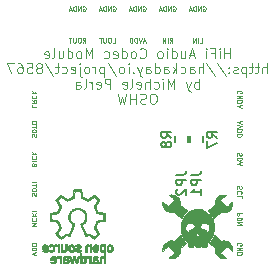
<source format=gbr>
G04 #@! TF.FileFunction,Legend,Bot*
%FSLAX46Y46*%
G04 Gerber Fmt 4.6, Leading zero omitted, Abs format (unit mm)*
G04 Created by KiCad (PCBNEW (2015-08-16 BZR 6097, Git b384c94)-product) date 08/12/2015 20:08:44*
%MOMM*%
G01*
G04 APERTURE LIST*
%ADD10C,0.100000*%
%ADD11C,0.070000*%
%ADD12C,0.150000*%
%ADD13C,0.010000*%
%ADD14C,0.127000*%
G04 APERTURE END LIST*
D10*
D11*
X99876000Y-73818810D02*
X99856952Y-73780715D01*
X99856952Y-73723572D01*
X99876000Y-73666429D01*
X99914095Y-73628334D01*
X99952190Y-73609286D01*
X100028381Y-73590238D01*
X100085524Y-73590238D01*
X100161714Y-73609286D01*
X100199810Y-73628334D01*
X100237905Y-73666429D01*
X100256952Y-73723572D01*
X100256952Y-73761667D01*
X100237905Y-73818810D01*
X100218857Y-73837858D01*
X100085524Y-73837858D01*
X100085524Y-73761667D01*
X100256952Y-74009286D02*
X99856952Y-74009286D01*
X100256952Y-74237858D01*
X99856952Y-74237858D01*
X100256952Y-74428334D02*
X99856952Y-74428334D01*
X99856952Y-74523572D01*
X99876000Y-74580715D01*
X99914095Y-74618810D01*
X99952190Y-74637858D01*
X100028381Y-74656906D01*
X100085524Y-74656906D01*
X100161714Y-74637858D01*
X100199810Y-74618810D01*
X100237905Y-74580715D01*
X100256952Y-74523572D01*
X100256952Y-74428334D01*
X100142667Y-74809286D02*
X100142667Y-74999763D01*
X100256952Y-74771191D02*
X99856952Y-74904525D01*
X100256952Y-75037858D01*
X100142667Y-76168333D02*
X100142667Y-76358810D01*
X100256952Y-76130238D02*
X99856952Y-76263572D01*
X100256952Y-76396905D01*
X99856952Y-76473095D02*
X100256952Y-76606429D01*
X99856952Y-76739762D01*
X100256952Y-76873095D02*
X99856952Y-76873095D01*
X99856952Y-76968333D01*
X99876000Y-77025476D01*
X99914095Y-77063571D01*
X99952190Y-77082619D01*
X100028381Y-77101667D01*
X100085524Y-77101667D01*
X100161714Y-77082619D01*
X100199810Y-77063571D01*
X100237905Y-77025476D01*
X100256952Y-76968333D01*
X100256952Y-76873095D01*
X100256952Y-77273095D02*
X99856952Y-77273095D01*
X99856952Y-77368333D01*
X99876000Y-77425476D01*
X99914095Y-77463571D01*
X99952190Y-77482619D01*
X100028381Y-77501667D01*
X100085524Y-77501667D01*
X100161714Y-77482619D01*
X100199810Y-77463571D01*
X100237905Y-77425476D01*
X100256952Y-77368333D01*
X100256952Y-77273095D01*
X100237905Y-78889286D02*
X100256952Y-78946429D01*
X100256952Y-79041667D01*
X100237905Y-79079763D01*
X100218857Y-79098810D01*
X100180762Y-79117858D01*
X100142667Y-79117858D01*
X100104571Y-79098810D01*
X100085524Y-79079763D01*
X100066476Y-79041667D01*
X100047429Y-78965477D01*
X100028381Y-78927382D01*
X100009333Y-78908334D01*
X99971238Y-78889286D01*
X99933143Y-78889286D01*
X99895048Y-78908334D01*
X99876000Y-78927382D01*
X99856952Y-78965477D01*
X99856952Y-79060715D01*
X99876000Y-79117858D01*
X100256952Y-79289286D02*
X99856952Y-79289286D01*
X99856952Y-79384524D01*
X99876000Y-79441667D01*
X99914095Y-79479762D01*
X99952190Y-79498810D01*
X100028381Y-79517858D01*
X100085524Y-79517858D01*
X100161714Y-79498810D01*
X100199810Y-79479762D01*
X100237905Y-79441667D01*
X100256952Y-79384524D01*
X100256952Y-79289286D01*
X100142667Y-79670238D02*
X100142667Y-79860715D01*
X100256952Y-79632143D02*
X99856952Y-79765477D01*
X100256952Y-79898810D01*
X100237905Y-81692809D02*
X100256952Y-81749952D01*
X100256952Y-81845190D01*
X100237905Y-81883286D01*
X100218857Y-81902333D01*
X100180762Y-81921381D01*
X100142667Y-81921381D01*
X100104571Y-81902333D01*
X100085524Y-81883286D01*
X100066476Y-81845190D01*
X100047429Y-81769000D01*
X100028381Y-81730905D01*
X100009333Y-81711857D01*
X99971238Y-81692809D01*
X99933143Y-81692809D01*
X99895048Y-81711857D01*
X99876000Y-81730905D01*
X99856952Y-81769000D01*
X99856952Y-81864238D01*
X99876000Y-81921381D01*
X100218857Y-82321381D02*
X100237905Y-82302333D01*
X100256952Y-82245190D01*
X100256952Y-82207095D01*
X100237905Y-82149952D01*
X100199810Y-82111857D01*
X100161714Y-82092809D01*
X100085524Y-82073761D01*
X100028381Y-82073761D01*
X99952190Y-82092809D01*
X99914095Y-82111857D01*
X99876000Y-82149952D01*
X99856952Y-82207095D01*
X99856952Y-82245190D01*
X99876000Y-82302333D01*
X99895048Y-82321381D01*
X100256952Y-82683285D02*
X100256952Y-82492809D01*
X99856952Y-82492809D01*
X100256952Y-83940714D02*
X99856952Y-83940714D01*
X99856952Y-84093095D01*
X99876000Y-84131190D01*
X99895048Y-84150238D01*
X99933143Y-84169286D01*
X99990286Y-84169286D01*
X100028381Y-84150238D01*
X100047429Y-84131190D01*
X100066476Y-84093095D01*
X100066476Y-83940714D01*
X100256952Y-84340714D02*
X99856952Y-84340714D01*
X99856952Y-84435952D01*
X99876000Y-84493095D01*
X99914095Y-84531190D01*
X99952190Y-84550238D01*
X100028381Y-84569286D01*
X100085524Y-84569286D01*
X100161714Y-84550238D01*
X100199810Y-84531190D01*
X100237905Y-84493095D01*
X100256952Y-84435952D01*
X100256952Y-84340714D01*
X100256952Y-84740714D02*
X99856952Y-84740714D01*
X100256952Y-84969286D01*
X99856952Y-84969286D01*
X99876000Y-86690238D02*
X99856952Y-86652143D01*
X99856952Y-86595000D01*
X99876000Y-86537857D01*
X99914095Y-86499762D01*
X99952190Y-86480714D01*
X100028381Y-86461666D01*
X100085524Y-86461666D01*
X100161714Y-86480714D01*
X100199810Y-86499762D01*
X100237905Y-86537857D01*
X100256952Y-86595000D01*
X100256952Y-86633095D01*
X100237905Y-86690238D01*
X100218857Y-86709286D01*
X100085524Y-86709286D01*
X100085524Y-86633095D01*
X100256952Y-86880714D02*
X99856952Y-86880714D01*
X100256952Y-87109286D01*
X99856952Y-87109286D01*
X100256952Y-87299762D02*
X99856952Y-87299762D01*
X99856952Y-87395000D01*
X99876000Y-87452143D01*
X99914095Y-87490238D01*
X99952190Y-87509286D01*
X100028381Y-87528334D01*
X100085524Y-87528334D01*
X100161714Y-87509286D01*
X100199810Y-87490238D01*
X100237905Y-87452143D01*
X100256952Y-87395000D01*
X100256952Y-87299762D01*
X82896048Y-87528333D02*
X82496048Y-87394999D01*
X82896048Y-87261666D01*
X82496048Y-87128333D02*
X82896048Y-87128333D01*
X82896048Y-87033095D01*
X82877000Y-86975952D01*
X82838905Y-86937857D01*
X82800810Y-86918809D01*
X82724619Y-86899761D01*
X82667476Y-86899761D01*
X82591286Y-86918809D01*
X82553190Y-86937857D01*
X82515095Y-86975952D01*
X82496048Y-87033095D01*
X82496048Y-87128333D01*
X82496048Y-86728333D02*
X82896048Y-86728333D01*
X82896048Y-86633095D01*
X82877000Y-86575952D01*
X82838905Y-86537857D01*
X82800810Y-86518809D01*
X82724619Y-86499761D01*
X82667476Y-86499761D01*
X82591286Y-86518809D01*
X82553190Y-86537857D01*
X82515095Y-86575952D01*
X82496048Y-86633095D01*
X82496048Y-86728333D01*
X82496048Y-85083571D02*
X82896048Y-85083571D01*
X82610333Y-84950238D01*
X82896048Y-84816904D01*
X82496048Y-84816904D01*
X82534143Y-84397856D02*
X82515095Y-84416904D01*
X82496048Y-84474047D01*
X82496048Y-84512142D01*
X82515095Y-84569285D01*
X82553190Y-84607380D01*
X82591286Y-84626428D01*
X82667476Y-84645476D01*
X82724619Y-84645476D01*
X82800810Y-84626428D01*
X82838905Y-84607380D01*
X82877000Y-84569285D01*
X82896048Y-84512142D01*
X82896048Y-84474047D01*
X82877000Y-84416904D01*
X82857952Y-84397856D01*
X82496048Y-84226428D02*
X82896048Y-84226428D01*
X82496048Y-83997856D02*
X82724619Y-84169285D01*
X82896048Y-83997856D02*
X82667476Y-84226428D01*
X82496048Y-83826428D02*
X82896048Y-83826428D01*
X82515095Y-82476905D02*
X82496048Y-82419762D01*
X82496048Y-82324524D01*
X82515095Y-82286428D01*
X82534143Y-82267381D01*
X82572238Y-82248333D01*
X82610333Y-82248333D01*
X82648429Y-82267381D01*
X82667476Y-82286428D01*
X82686524Y-82324524D01*
X82705571Y-82400714D01*
X82724619Y-82438809D01*
X82743667Y-82457857D01*
X82781762Y-82476905D01*
X82819857Y-82476905D01*
X82857952Y-82457857D01*
X82877000Y-82438809D01*
X82896048Y-82400714D01*
X82896048Y-82305476D01*
X82877000Y-82248333D01*
X82496048Y-82076905D02*
X82896048Y-82076905D01*
X82896048Y-81981667D01*
X82877000Y-81924524D01*
X82838905Y-81886429D01*
X82800810Y-81867381D01*
X82724619Y-81848333D01*
X82667476Y-81848333D01*
X82591286Y-81867381D01*
X82553190Y-81886429D01*
X82515095Y-81924524D01*
X82496048Y-81981667D01*
X82496048Y-82076905D01*
X82896048Y-81734048D02*
X82896048Y-81505476D01*
X82496048Y-81619762D02*
X82896048Y-81619762D01*
X82496048Y-81372143D02*
X82896048Y-81372143D01*
X82705571Y-79841667D02*
X82686524Y-79784524D01*
X82667476Y-79765476D01*
X82629381Y-79746428D01*
X82572238Y-79746428D01*
X82534143Y-79765476D01*
X82515095Y-79784524D01*
X82496048Y-79822619D01*
X82496048Y-79975000D01*
X82896048Y-79975000D01*
X82896048Y-79841667D01*
X82877000Y-79803571D01*
X82857952Y-79784524D01*
X82819857Y-79765476D01*
X82781762Y-79765476D01*
X82743667Y-79784524D01*
X82724619Y-79803571D01*
X82705571Y-79841667D01*
X82705571Y-79975000D01*
X82496048Y-79575000D02*
X82896048Y-79575000D01*
X82534143Y-79155952D02*
X82515095Y-79175000D01*
X82496048Y-79232143D01*
X82496048Y-79270238D01*
X82515095Y-79327381D01*
X82553190Y-79365476D01*
X82591286Y-79384524D01*
X82667476Y-79403572D01*
X82724619Y-79403572D01*
X82800810Y-79384524D01*
X82838905Y-79365476D01*
X82877000Y-79327381D01*
X82896048Y-79270238D01*
X82896048Y-79232143D01*
X82877000Y-79175000D01*
X82857952Y-79155952D01*
X82496048Y-78984524D02*
X82896048Y-78984524D01*
X82496048Y-78755952D02*
X82724619Y-78927381D01*
X82896048Y-78755952D02*
X82667476Y-78984524D01*
X82515095Y-77511191D02*
X82496048Y-77454048D01*
X82496048Y-77358810D01*
X82515095Y-77320714D01*
X82534143Y-77301667D01*
X82572238Y-77282619D01*
X82610333Y-77282619D01*
X82648429Y-77301667D01*
X82667476Y-77320714D01*
X82686524Y-77358810D01*
X82705571Y-77435000D01*
X82724619Y-77473095D01*
X82743667Y-77492143D01*
X82781762Y-77511191D01*
X82819857Y-77511191D01*
X82857952Y-77492143D01*
X82877000Y-77473095D01*
X82896048Y-77435000D01*
X82896048Y-77339762D01*
X82877000Y-77282619D01*
X82496048Y-77111191D02*
X82896048Y-77111191D01*
X82896048Y-77015953D01*
X82877000Y-76958810D01*
X82838905Y-76920715D01*
X82800810Y-76901667D01*
X82724619Y-76882619D01*
X82667476Y-76882619D01*
X82591286Y-76901667D01*
X82553190Y-76920715D01*
X82515095Y-76958810D01*
X82496048Y-77015953D01*
X82496048Y-77111191D01*
X82896048Y-76768334D02*
X82896048Y-76539762D01*
X82496048Y-76654048D02*
X82896048Y-76654048D01*
X82896048Y-76330238D02*
X82896048Y-76254048D01*
X82877000Y-76215953D01*
X82838905Y-76177857D01*
X82762714Y-76158810D01*
X82629381Y-76158810D01*
X82553190Y-76177857D01*
X82515095Y-76215953D01*
X82496048Y-76254048D01*
X82496048Y-76330238D01*
X82515095Y-76368334D01*
X82553190Y-76406429D01*
X82629381Y-76425477D01*
X82762714Y-76425477D01*
X82838905Y-76406429D01*
X82877000Y-76368334D01*
X82896048Y-76330238D01*
X82496048Y-74771191D02*
X82496048Y-74961667D01*
X82896048Y-74961667D01*
X82496048Y-74409285D02*
X82686524Y-74542619D01*
X82496048Y-74637857D02*
X82896048Y-74637857D01*
X82896048Y-74485476D01*
X82877000Y-74447381D01*
X82857952Y-74428333D01*
X82819857Y-74409285D01*
X82762714Y-74409285D01*
X82724619Y-74428333D01*
X82705571Y-74447381D01*
X82686524Y-74485476D01*
X82686524Y-74637857D01*
X82534143Y-74009285D02*
X82515095Y-74028333D01*
X82496048Y-74085476D01*
X82496048Y-74123571D01*
X82515095Y-74180714D01*
X82553190Y-74218809D01*
X82591286Y-74237857D01*
X82667476Y-74256905D01*
X82724619Y-74256905D01*
X82800810Y-74237857D01*
X82838905Y-74218809D01*
X82877000Y-74180714D01*
X82896048Y-74123571D01*
X82896048Y-74085476D01*
X82877000Y-74028333D01*
X82857952Y-74009285D01*
X82496048Y-73837857D02*
X82896048Y-73837857D01*
X82496048Y-73609285D02*
X82724619Y-73780714D01*
X82896048Y-73609285D02*
X82667476Y-73837857D01*
X96996190Y-66475000D02*
X97034285Y-66455952D01*
X97091428Y-66455952D01*
X97148571Y-66475000D01*
X97186666Y-66513095D01*
X97205714Y-66551190D01*
X97224762Y-66627381D01*
X97224762Y-66684524D01*
X97205714Y-66760714D01*
X97186666Y-66798810D01*
X97148571Y-66836905D01*
X97091428Y-66855952D01*
X97053333Y-66855952D01*
X96996190Y-66836905D01*
X96977142Y-66817857D01*
X96977142Y-66684524D01*
X97053333Y-66684524D01*
X96805714Y-66855952D02*
X96805714Y-66455952D01*
X96577142Y-66855952D01*
X96577142Y-66455952D01*
X96386666Y-66855952D02*
X96386666Y-66455952D01*
X96291428Y-66455952D01*
X96234285Y-66475000D01*
X96196190Y-66513095D01*
X96177142Y-66551190D01*
X96158094Y-66627381D01*
X96158094Y-66684524D01*
X96177142Y-66760714D01*
X96196190Y-66798810D01*
X96234285Y-66836905D01*
X96291428Y-66855952D01*
X96386666Y-66855952D01*
X96005714Y-66741667D02*
X95815237Y-66741667D01*
X96043809Y-66855952D02*
X95910475Y-66455952D01*
X95777142Y-66855952D01*
X94456190Y-66475000D02*
X94494285Y-66455952D01*
X94551428Y-66455952D01*
X94608571Y-66475000D01*
X94646666Y-66513095D01*
X94665714Y-66551190D01*
X94684762Y-66627381D01*
X94684762Y-66684524D01*
X94665714Y-66760714D01*
X94646666Y-66798810D01*
X94608571Y-66836905D01*
X94551428Y-66855952D01*
X94513333Y-66855952D01*
X94456190Y-66836905D01*
X94437142Y-66817857D01*
X94437142Y-66684524D01*
X94513333Y-66684524D01*
X94265714Y-66855952D02*
X94265714Y-66455952D01*
X94037142Y-66855952D01*
X94037142Y-66455952D01*
X93846666Y-66855952D02*
X93846666Y-66455952D01*
X93751428Y-66455952D01*
X93694285Y-66475000D01*
X93656190Y-66513095D01*
X93637142Y-66551190D01*
X93618094Y-66627381D01*
X93618094Y-66684524D01*
X93637142Y-66760714D01*
X93656190Y-66798810D01*
X93694285Y-66836905D01*
X93751428Y-66855952D01*
X93846666Y-66855952D01*
X93465714Y-66741667D02*
X93275237Y-66741667D01*
X93503809Y-66855952D02*
X93370475Y-66455952D01*
X93237142Y-66855952D01*
X91916190Y-66475000D02*
X91954285Y-66455952D01*
X92011428Y-66455952D01*
X92068571Y-66475000D01*
X92106666Y-66513095D01*
X92125714Y-66551190D01*
X92144762Y-66627381D01*
X92144762Y-66684524D01*
X92125714Y-66760714D01*
X92106666Y-66798810D01*
X92068571Y-66836905D01*
X92011428Y-66855952D01*
X91973333Y-66855952D01*
X91916190Y-66836905D01*
X91897142Y-66817857D01*
X91897142Y-66684524D01*
X91973333Y-66684524D01*
X91725714Y-66855952D02*
X91725714Y-66455952D01*
X91497142Y-66855952D01*
X91497142Y-66455952D01*
X91306666Y-66855952D02*
X91306666Y-66455952D01*
X91211428Y-66455952D01*
X91154285Y-66475000D01*
X91116190Y-66513095D01*
X91097142Y-66551190D01*
X91078094Y-66627381D01*
X91078094Y-66684524D01*
X91097142Y-66760714D01*
X91116190Y-66798810D01*
X91154285Y-66836905D01*
X91211428Y-66855952D01*
X91306666Y-66855952D01*
X90925714Y-66741667D02*
X90735237Y-66741667D01*
X90963809Y-66855952D02*
X90830475Y-66455952D01*
X90697142Y-66855952D01*
X89376190Y-66475000D02*
X89414285Y-66455952D01*
X89471428Y-66455952D01*
X89528571Y-66475000D01*
X89566666Y-66513095D01*
X89585714Y-66551190D01*
X89604762Y-66627381D01*
X89604762Y-66684524D01*
X89585714Y-66760714D01*
X89566666Y-66798810D01*
X89528571Y-66836905D01*
X89471428Y-66855952D01*
X89433333Y-66855952D01*
X89376190Y-66836905D01*
X89357142Y-66817857D01*
X89357142Y-66684524D01*
X89433333Y-66684524D01*
X89185714Y-66855952D02*
X89185714Y-66455952D01*
X88957142Y-66855952D01*
X88957142Y-66455952D01*
X88766666Y-66855952D02*
X88766666Y-66455952D01*
X88671428Y-66455952D01*
X88614285Y-66475000D01*
X88576190Y-66513095D01*
X88557142Y-66551190D01*
X88538094Y-66627381D01*
X88538094Y-66684524D01*
X88557142Y-66760714D01*
X88576190Y-66798810D01*
X88614285Y-66836905D01*
X88671428Y-66855952D01*
X88766666Y-66855952D01*
X88385714Y-66741667D02*
X88195237Y-66741667D01*
X88423809Y-66855952D02*
X88290475Y-66455952D01*
X88157142Y-66855952D01*
X86836190Y-66475000D02*
X86874285Y-66455952D01*
X86931428Y-66455952D01*
X86988571Y-66475000D01*
X87026666Y-66513095D01*
X87045714Y-66551190D01*
X87064762Y-66627381D01*
X87064762Y-66684524D01*
X87045714Y-66760714D01*
X87026666Y-66798810D01*
X86988571Y-66836905D01*
X86931428Y-66855952D01*
X86893333Y-66855952D01*
X86836190Y-66836905D01*
X86817142Y-66817857D01*
X86817142Y-66684524D01*
X86893333Y-66684524D01*
X86645714Y-66855952D02*
X86645714Y-66455952D01*
X86417142Y-66855952D01*
X86417142Y-66455952D01*
X86226666Y-66855952D02*
X86226666Y-66455952D01*
X86131428Y-66455952D01*
X86074285Y-66475000D01*
X86036190Y-66513095D01*
X86017142Y-66551190D01*
X85998094Y-66627381D01*
X85998094Y-66684524D01*
X86017142Y-66760714D01*
X86036190Y-66798810D01*
X86074285Y-66836905D01*
X86131428Y-66855952D01*
X86226666Y-66855952D01*
X85845714Y-66741667D02*
X85655237Y-66741667D01*
X85883809Y-66855952D02*
X85750475Y-66455952D01*
X85617142Y-66855952D01*
X96700953Y-69522952D02*
X96891429Y-69522952D01*
X96891429Y-69122952D01*
X96567619Y-69522952D02*
X96567619Y-69122952D01*
X96377143Y-69522952D02*
X96377143Y-69122952D01*
X96148571Y-69522952D01*
X96148571Y-69122952D01*
X94160952Y-69522952D02*
X94294286Y-69332476D01*
X94389524Y-69522952D02*
X94389524Y-69122952D01*
X94237143Y-69122952D01*
X94199048Y-69142000D01*
X94180000Y-69161048D01*
X94160952Y-69199143D01*
X94160952Y-69256286D01*
X94180000Y-69294381D01*
X94199048Y-69313429D01*
X94237143Y-69332476D01*
X94389524Y-69332476D01*
X93989524Y-69522952D02*
X93989524Y-69122952D01*
X93799048Y-69522952D02*
X93799048Y-69122952D01*
X93570476Y-69522952D01*
X93570476Y-69122952D01*
X92106667Y-69408667D02*
X91916190Y-69408667D01*
X92144762Y-69522952D02*
X92011428Y-69122952D01*
X91878095Y-69522952D01*
X91801905Y-69122952D02*
X91668571Y-69522952D01*
X91535238Y-69122952D01*
X91401905Y-69522952D02*
X91401905Y-69122952D01*
X91306667Y-69122952D01*
X91249524Y-69142000D01*
X91211429Y-69180095D01*
X91192381Y-69218190D01*
X91173333Y-69294381D01*
X91173333Y-69351524D01*
X91192381Y-69427714D01*
X91211429Y-69465810D01*
X91249524Y-69503905D01*
X91306667Y-69522952D01*
X91401905Y-69522952D01*
X91001905Y-69522952D02*
X91001905Y-69122952D01*
X90906667Y-69122952D01*
X90849524Y-69142000D01*
X90811429Y-69180095D01*
X90792381Y-69218190D01*
X90773333Y-69294381D01*
X90773333Y-69351524D01*
X90792381Y-69427714D01*
X90811429Y-69465810D01*
X90849524Y-69503905D01*
X90906667Y-69522952D01*
X91001905Y-69522952D01*
X89347620Y-69522952D02*
X89538096Y-69522952D01*
X89538096Y-69122952D01*
X89138095Y-69122952D02*
X89061905Y-69122952D01*
X89023810Y-69142000D01*
X88985714Y-69180095D01*
X88966667Y-69256286D01*
X88966667Y-69389619D01*
X88985714Y-69465810D01*
X89023810Y-69503905D01*
X89061905Y-69522952D01*
X89138095Y-69522952D01*
X89176191Y-69503905D01*
X89214286Y-69465810D01*
X89233334Y-69389619D01*
X89233334Y-69256286D01*
X89214286Y-69180095D01*
X89176191Y-69142000D01*
X89138095Y-69122952D01*
X88795238Y-69122952D02*
X88795238Y-69446762D01*
X88776190Y-69484857D01*
X88757143Y-69503905D01*
X88719047Y-69522952D01*
X88642857Y-69522952D01*
X88604762Y-69503905D01*
X88585714Y-69484857D01*
X88566666Y-69446762D01*
X88566666Y-69122952D01*
X88433333Y-69122952D02*
X88204761Y-69122952D01*
X88319047Y-69522952D02*
X88319047Y-69122952D01*
X86807619Y-69522952D02*
X86940953Y-69332476D01*
X87036191Y-69522952D02*
X87036191Y-69122952D01*
X86883810Y-69122952D01*
X86845715Y-69142000D01*
X86826667Y-69161048D01*
X86807619Y-69199143D01*
X86807619Y-69256286D01*
X86826667Y-69294381D01*
X86845715Y-69313429D01*
X86883810Y-69332476D01*
X87036191Y-69332476D01*
X86560000Y-69122952D02*
X86483810Y-69122952D01*
X86445715Y-69142000D01*
X86407619Y-69180095D01*
X86388572Y-69256286D01*
X86388572Y-69389619D01*
X86407619Y-69465810D01*
X86445715Y-69503905D01*
X86483810Y-69522952D01*
X86560000Y-69522952D01*
X86598096Y-69503905D01*
X86636191Y-69465810D01*
X86655239Y-69389619D01*
X86655239Y-69256286D01*
X86636191Y-69180095D01*
X86598096Y-69142000D01*
X86560000Y-69122952D01*
X86217143Y-69122952D02*
X86217143Y-69446762D01*
X86198095Y-69484857D01*
X86179048Y-69503905D01*
X86140952Y-69522952D01*
X86064762Y-69522952D01*
X86026667Y-69503905D01*
X86007619Y-69484857D01*
X85988571Y-69446762D01*
X85988571Y-69122952D01*
X85855238Y-69122952D02*
X85626666Y-69122952D01*
X85740952Y-69522952D02*
X85740952Y-69122952D01*
D10*
X99292381Y-70839524D02*
X99292381Y-69989524D01*
X99292381Y-70394286D02*
X98806667Y-70394286D01*
X98806667Y-70839524D02*
X98806667Y-69989524D01*
X98401905Y-70839524D02*
X98401905Y-70272857D01*
X98401905Y-69989524D02*
X98442381Y-70030000D01*
X98401905Y-70070476D01*
X98361429Y-70030000D01*
X98401905Y-69989524D01*
X98401905Y-70070476D01*
X97713810Y-70394286D02*
X97997143Y-70394286D01*
X97997143Y-70839524D02*
X97997143Y-69989524D01*
X97592381Y-69989524D01*
X97268572Y-70839524D02*
X97268572Y-70272857D01*
X97268572Y-69989524D02*
X97309048Y-70030000D01*
X97268572Y-70070476D01*
X97228096Y-70030000D01*
X97268572Y-69989524D01*
X97268572Y-70070476D01*
X96256667Y-70596667D02*
X95851905Y-70596667D01*
X96337620Y-70839524D02*
X96054286Y-69989524D01*
X95770953Y-70839524D01*
X95123334Y-70272857D02*
X95123334Y-70839524D01*
X95487620Y-70272857D02*
X95487620Y-70718095D01*
X95447144Y-70799048D01*
X95366191Y-70839524D01*
X95244763Y-70839524D01*
X95163811Y-70799048D01*
X95123334Y-70758571D01*
X94354286Y-70839524D02*
X94354286Y-69989524D01*
X94354286Y-70799048D02*
X94435239Y-70839524D01*
X94597143Y-70839524D01*
X94678096Y-70799048D01*
X94718572Y-70758571D01*
X94759048Y-70677619D01*
X94759048Y-70434762D01*
X94718572Y-70353810D01*
X94678096Y-70313333D01*
X94597143Y-70272857D01*
X94435239Y-70272857D01*
X94354286Y-70313333D01*
X93949524Y-70839524D02*
X93949524Y-70272857D01*
X93949524Y-69989524D02*
X93990000Y-70030000D01*
X93949524Y-70070476D01*
X93909048Y-70030000D01*
X93949524Y-69989524D01*
X93949524Y-70070476D01*
X93423333Y-70839524D02*
X93504286Y-70799048D01*
X93544762Y-70758571D01*
X93585238Y-70677619D01*
X93585238Y-70434762D01*
X93544762Y-70353810D01*
X93504286Y-70313333D01*
X93423333Y-70272857D01*
X93301905Y-70272857D01*
X93220953Y-70313333D01*
X93180476Y-70353810D01*
X93140000Y-70434762D01*
X93140000Y-70677619D01*
X93180476Y-70758571D01*
X93220953Y-70799048D01*
X93301905Y-70839524D01*
X93423333Y-70839524D01*
X91642381Y-70758571D02*
X91682857Y-70799048D01*
X91804286Y-70839524D01*
X91885238Y-70839524D01*
X92006666Y-70799048D01*
X92087619Y-70718095D01*
X92128095Y-70637143D01*
X92168571Y-70475238D01*
X92168571Y-70353810D01*
X92128095Y-70191905D01*
X92087619Y-70110952D01*
X92006666Y-70030000D01*
X91885238Y-69989524D01*
X91804286Y-69989524D01*
X91682857Y-70030000D01*
X91642381Y-70070476D01*
X91156666Y-70839524D02*
X91237619Y-70799048D01*
X91278095Y-70758571D01*
X91318571Y-70677619D01*
X91318571Y-70434762D01*
X91278095Y-70353810D01*
X91237619Y-70313333D01*
X91156666Y-70272857D01*
X91035238Y-70272857D01*
X90954286Y-70313333D01*
X90913809Y-70353810D01*
X90873333Y-70434762D01*
X90873333Y-70677619D01*
X90913809Y-70758571D01*
X90954286Y-70799048D01*
X91035238Y-70839524D01*
X91156666Y-70839524D01*
X90144761Y-70839524D02*
X90144761Y-69989524D01*
X90144761Y-70799048D02*
X90225714Y-70839524D01*
X90387618Y-70839524D01*
X90468571Y-70799048D01*
X90509047Y-70758571D01*
X90549523Y-70677619D01*
X90549523Y-70434762D01*
X90509047Y-70353810D01*
X90468571Y-70313333D01*
X90387618Y-70272857D01*
X90225714Y-70272857D01*
X90144761Y-70313333D01*
X89416190Y-70799048D02*
X89497142Y-70839524D01*
X89659047Y-70839524D01*
X89739999Y-70799048D01*
X89780475Y-70718095D01*
X89780475Y-70394286D01*
X89739999Y-70313333D01*
X89659047Y-70272857D01*
X89497142Y-70272857D01*
X89416190Y-70313333D01*
X89375713Y-70394286D01*
X89375713Y-70475238D01*
X89780475Y-70556190D01*
X88647142Y-70799048D02*
X88728095Y-70839524D01*
X88889999Y-70839524D01*
X88970952Y-70799048D01*
X89011428Y-70758571D01*
X89051904Y-70677619D01*
X89051904Y-70434762D01*
X89011428Y-70353810D01*
X88970952Y-70313333D01*
X88889999Y-70272857D01*
X88728095Y-70272857D01*
X88647142Y-70313333D01*
X87635238Y-70839524D02*
X87635238Y-69989524D01*
X87351905Y-70596667D01*
X87068571Y-69989524D01*
X87068571Y-70839524D01*
X86542380Y-70839524D02*
X86623333Y-70799048D01*
X86663809Y-70758571D01*
X86704285Y-70677619D01*
X86704285Y-70434762D01*
X86663809Y-70353810D01*
X86623333Y-70313333D01*
X86542380Y-70272857D01*
X86420952Y-70272857D01*
X86340000Y-70313333D01*
X86299523Y-70353810D01*
X86259047Y-70434762D01*
X86259047Y-70677619D01*
X86299523Y-70758571D01*
X86340000Y-70799048D01*
X86420952Y-70839524D01*
X86542380Y-70839524D01*
X85530475Y-70839524D02*
X85530475Y-69989524D01*
X85530475Y-70799048D02*
X85611428Y-70839524D01*
X85773332Y-70839524D01*
X85854285Y-70799048D01*
X85894761Y-70758571D01*
X85935237Y-70677619D01*
X85935237Y-70434762D01*
X85894761Y-70353810D01*
X85854285Y-70313333D01*
X85773332Y-70272857D01*
X85611428Y-70272857D01*
X85530475Y-70313333D01*
X84761427Y-70272857D02*
X84761427Y-70839524D01*
X85125713Y-70272857D02*
X85125713Y-70718095D01*
X85085237Y-70799048D01*
X85004284Y-70839524D01*
X84882856Y-70839524D01*
X84801904Y-70799048D01*
X84761427Y-70758571D01*
X84235236Y-70839524D02*
X84316189Y-70799048D01*
X84356665Y-70718095D01*
X84356665Y-69989524D01*
X83587618Y-70799048D02*
X83668570Y-70839524D01*
X83830475Y-70839524D01*
X83911427Y-70799048D01*
X83951903Y-70718095D01*
X83951903Y-70394286D01*
X83911427Y-70313333D01*
X83830475Y-70272857D01*
X83668570Y-70272857D01*
X83587618Y-70313333D01*
X83547141Y-70394286D01*
X83547141Y-70475238D01*
X83951903Y-70556190D01*
X102388810Y-72129524D02*
X102388810Y-71279524D01*
X102024524Y-72129524D02*
X102024524Y-71684286D01*
X102065001Y-71603333D01*
X102145953Y-71562857D01*
X102267381Y-71562857D01*
X102348334Y-71603333D01*
X102388810Y-71643810D01*
X101741191Y-71562857D02*
X101417381Y-71562857D01*
X101619762Y-71279524D02*
X101619762Y-72008095D01*
X101579286Y-72089048D01*
X101498333Y-72129524D01*
X101417381Y-72129524D01*
X101255477Y-71562857D02*
X100931667Y-71562857D01*
X101134048Y-71279524D02*
X101134048Y-72008095D01*
X101093572Y-72089048D01*
X101012619Y-72129524D01*
X100931667Y-72129524D01*
X100648334Y-71562857D02*
X100648334Y-72412857D01*
X100648334Y-71603333D02*
X100567382Y-71562857D01*
X100405477Y-71562857D01*
X100324525Y-71603333D01*
X100284048Y-71643810D01*
X100243572Y-71724762D01*
X100243572Y-71967619D01*
X100284048Y-72048571D01*
X100324525Y-72089048D01*
X100405477Y-72129524D01*
X100567382Y-72129524D01*
X100648334Y-72089048D01*
X99919762Y-72089048D02*
X99838810Y-72129524D01*
X99676905Y-72129524D01*
X99595953Y-72089048D01*
X99555477Y-72008095D01*
X99555477Y-71967619D01*
X99595953Y-71886667D01*
X99676905Y-71846190D01*
X99798334Y-71846190D01*
X99879286Y-71805714D01*
X99919762Y-71724762D01*
X99919762Y-71684286D01*
X99879286Y-71603333D01*
X99798334Y-71562857D01*
X99676905Y-71562857D01*
X99595953Y-71603333D01*
X99191191Y-72048571D02*
X99150715Y-72089048D01*
X99191191Y-72129524D01*
X99231667Y-72089048D01*
X99191191Y-72048571D01*
X99191191Y-72129524D01*
X99191191Y-71603333D02*
X99150715Y-71643810D01*
X99191191Y-71684286D01*
X99231667Y-71643810D01*
X99191191Y-71603333D01*
X99191191Y-71684286D01*
X98179286Y-71239048D02*
X98907858Y-72331905D01*
X97288810Y-71239048D02*
X98017382Y-72331905D01*
X97005477Y-72129524D02*
X97005477Y-71279524D01*
X96641191Y-72129524D02*
X96641191Y-71684286D01*
X96681668Y-71603333D01*
X96762620Y-71562857D01*
X96884048Y-71562857D01*
X96965001Y-71603333D01*
X97005477Y-71643810D01*
X95872143Y-72129524D02*
X95872143Y-71684286D01*
X95912620Y-71603333D01*
X95993572Y-71562857D01*
X96155477Y-71562857D01*
X96236429Y-71603333D01*
X95872143Y-72089048D02*
X95953096Y-72129524D01*
X96155477Y-72129524D01*
X96236429Y-72089048D01*
X96276905Y-72008095D01*
X96276905Y-71927143D01*
X96236429Y-71846190D01*
X96155477Y-71805714D01*
X95953096Y-71805714D01*
X95872143Y-71765238D01*
X95103095Y-72089048D02*
X95184048Y-72129524D01*
X95345952Y-72129524D01*
X95426905Y-72089048D01*
X95467381Y-72048571D01*
X95507857Y-71967619D01*
X95507857Y-71724762D01*
X95467381Y-71643810D01*
X95426905Y-71603333D01*
X95345952Y-71562857D01*
X95184048Y-71562857D01*
X95103095Y-71603333D01*
X94738810Y-72129524D02*
X94738810Y-71279524D01*
X94657858Y-71805714D02*
X94415001Y-72129524D01*
X94415001Y-71562857D02*
X94738810Y-71886667D01*
X93686429Y-72129524D02*
X93686429Y-71684286D01*
X93726906Y-71603333D01*
X93807858Y-71562857D01*
X93969763Y-71562857D01*
X94050715Y-71603333D01*
X93686429Y-72089048D02*
X93767382Y-72129524D01*
X93969763Y-72129524D01*
X94050715Y-72089048D01*
X94091191Y-72008095D01*
X94091191Y-71927143D01*
X94050715Y-71846190D01*
X93969763Y-71805714D01*
X93767382Y-71805714D01*
X93686429Y-71765238D01*
X92917381Y-72129524D02*
X92917381Y-71279524D01*
X92917381Y-72089048D02*
X92998334Y-72129524D01*
X93160238Y-72129524D01*
X93241191Y-72089048D01*
X93281667Y-72048571D01*
X93322143Y-71967619D01*
X93322143Y-71724762D01*
X93281667Y-71643810D01*
X93241191Y-71603333D01*
X93160238Y-71562857D01*
X92998334Y-71562857D01*
X92917381Y-71603333D01*
X92148333Y-72129524D02*
X92148333Y-71684286D01*
X92188810Y-71603333D01*
X92269762Y-71562857D01*
X92431667Y-71562857D01*
X92512619Y-71603333D01*
X92148333Y-72089048D02*
X92229286Y-72129524D01*
X92431667Y-72129524D01*
X92512619Y-72089048D01*
X92553095Y-72008095D01*
X92553095Y-71927143D01*
X92512619Y-71846190D01*
X92431667Y-71805714D01*
X92229286Y-71805714D01*
X92148333Y-71765238D01*
X91824523Y-71562857D02*
X91622142Y-72129524D01*
X91419762Y-71562857D02*
X91622142Y-72129524D01*
X91703095Y-72331905D01*
X91743571Y-72372381D01*
X91824523Y-72412857D01*
X91095952Y-72048571D02*
X91055476Y-72089048D01*
X91095952Y-72129524D01*
X91136428Y-72089048D01*
X91095952Y-72048571D01*
X91095952Y-72129524D01*
X90691190Y-72129524D02*
X90691190Y-71562857D01*
X90691190Y-71279524D02*
X90731666Y-71320000D01*
X90691190Y-71360476D01*
X90650714Y-71320000D01*
X90691190Y-71279524D01*
X90691190Y-71360476D01*
X90164999Y-72129524D02*
X90245952Y-72089048D01*
X90286428Y-72048571D01*
X90326904Y-71967619D01*
X90326904Y-71724762D01*
X90286428Y-71643810D01*
X90245952Y-71603333D01*
X90164999Y-71562857D01*
X90043571Y-71562857D01*
X89962619Y-71603333D01*
X89922142Y-71643810D01*
X89881666Y-71724762D01*
X89881666Y-71967619D01*
X89922142Y-72048571D01*
X89962619Y-72089048D01*
X90043571Y-72129524D01*
X90164999Y-72129524D01*
X88910237Y-71239048D02*
X89638809Y-72331905D01*
X88626904Y-71562857D02*
X88626904Y-72412857D01*
X88626904Y-71603333D02*
X88545952Y-71562857D01*
X88384047Y-71562857D01*
X88303095Y-71603333D01*
X88262618Y-71643810D01*
X88222142Y-71724762D01*
X88222142Y-71967619D01*
X88262618Y-72048571D01*
X88303095Y-72089048D01*
X88384047Y-72129524D01*
X88545952Y-72129524D01*
X88626904Y-72089048D01*
X87857856Y-72129524D02*
X87857856Y-71562857D01*
X87857856Y-71724762D02*
X87817380Y-71643810D01*
X87776904Y-71603333D01*
X87695951Y-71562857D01*
X87614999Y-71562857D01*
X87210237Y-72129524D02*
X87291190Y-72089048D01*
X87331666Y-72048571D01*
X87372142Y-71967619D01*
X87372142Y-71724762D01*
X87331666Y-71643810D01*
X87291190Y-71603333D01*
X87210237Y-71562857D01*
X87088809Y-71562857D01*
X87007857Y-71603333D01*
X86967380Y-71643810D01*
X86926904Y-71724762D01*
X86926904Y-71967619D01*
X86967380Y-72048571D01*
X87007857Y-72089048D01*
X87088809Y-72129524D01*
X87210237Y-72129524D01*
X86562618Y-71562857D02*
X86562618Y-72291429D01*
X86603094Y-72372381D01*
X86684047Y-72412857D01*
X86724523Y-72412857D01*
X86562618Y-71279524D02*
X86603094Y-71320000D01*
X86562618Y-71360476D01*
X86522142Y-71320000D01*
X86562618Y-71279524D01*
X86562618Y-71360476D01*
X85834047Y-72089048D02*
X85914999Y-72129524D01*
X86076904Y-72129524D01*
X86157856Y-72089048D01*
X86198332Y-72008095D01*
X86198332Y-71684286D01*
X86157856Y-71603333D01*
X86076904Y-71562857D01*
X85914999Y-71562857D01*
X85834047Y-71603333D01*
X85793570Y-71684286D01*
X85793570Y-71765238D01*
X86198332Y-71846190D01*
X85064999Y-72089048D02*
X85145952Y-72129524D01*
X85307856Y-72129524D01*
X85388809Y-72089048D01*
X85429285Y-72048571D01*
X85469761Y-71967619D01*
X85469761Y-71724762D01*
X85429285Y-71643810D01*
X85388809Y-71603333D01*
X85307856Y-71562857D01*
X85145952Y-71562857D01*
X85064999Y-71603333D01*
X84822143Y-71562857D02*
X84498333Y-71562857D01*
X84700714Y-71279524D02*
X84700714Y-72008095D01*
X84660238Y-72089048D01*
X84579285Y-72129524D01*
X84498333Y-72129524D01*
X83607857Y-71239048D02*
X84336429Y-72331905D01*
X83203095Y-71643810D02*
X83284048Y-71603333D01*
X83324524Y-71562857D01*
X83365000Y-71481905D01*
X83365000Y-71441429D01*
X83324524Y-71360476D01*
X83284048Y-71320000D01*
X83203095Y-71279524D01*
X83041191Y-71279524D01*
X82960238Y-71320000D01*
X82919762Y-71360476D01*
X82879286Y-71441429D01*
X82879286Y-71481905D01*
X82919762Y-71562857D01*
X82960238Y-71603333D01*
X83041191Y-71643810D01*
X83203095Y-71643810D01*
X83284048Y-71684286D01*
X83324524Y-71724762D01*
X83365000Y-71805714D01*
X83365000Y-71967619D01*
X83324524Y-72048571D01*
X83284048Y-72089048D01*
X83203095Y-72129524D01*
X83041191Y-72129524D01*
X82960238Y-72089048D01*
X82919762Y-72048571D01*
X82879286Y-71967619D01*
X82879286Y-71805714D01*
X82919762Y-71724762D01*
X82960238Y-71684286D01*
X83041191Y-71643810D01*
X82110238Y-71279524D02*
X82515000Y-71279524D01*
X82555476Y-71684286D01*
X82515000Y-71643810D01*
X82434048Y-71603333D01*
X82231667Y-71603333D01*
X82150714Y-71643810D01*
X82110238Y-71684286D01*
X82069762Y-71765238D01*
X82069762Y-71967619D01*
X82110238Y-72048571D01*
X82150714Y-72089048D01*
X82231667Y-72129524D01*
X82434048Y-72129524D01*
X82515000Y-72089048D01*
X82555476Y-72048571D01*
X81341190Y-71279524D02*
X81503095Y-71279524D01*
X81584047Y-71320000D01*
X81624524Y-71360476D01*
X81705476Y-71481905D01*
X81745952Y-71643810D01*
X81745952Y-71967619D01*
X81705476Y-72048571D01*
X81665000Y-72089048D01*
X81584047Y-72129524D01*
X81422143Y-72129524D01*
X81341190Y-72089048D01*
X81300714Y-72048571D01*
X81260238Y-71967619D01*
X81260238Y-71765238D01*
X81300714Y-71684286D01*
X81341190Y-71643810D01*
X81422143Y-71603333D01*
X81584047Y-71603333D01*
X81665000Y-71643810D01*
X81705476Y-71684286D01*
X81745952Y-71765238D01*
X80976904Y-71279524D02*
X80410238Y-71279524D01*
X80774523Y-72129524D01*
X96641190Y-73419524D02*
X96641190Y-72569524D01*
X96641190Y-72893333D02*
X96560238Y-72852857D01*
X96398333Y-72852857D01*
X96317381Y-72893333D01*
X96276904Y-72933810D01*
X96236428Y-73014762D01*
X96236428Y-73257619D01*
X96276904Y-73338571D01*
X96317381Y-73379048D01*
X96398333Y-73419524D01*
X96560238Y-73419524D01*
X96641190Y-73379048D01*
X95953094Y-72852857D02*
X95750713Y-73419524D01*
X95548333Y-72852857D02*
X95750713Y-73419524D01*
X95831666Y-73621905D01*
X95872142Y-73662381D01*
X95953094Y-73702857D01*
X94576904Y-73419524D02*
X94576904Y-72569524D01*
X94293571Y-73176667D01*
X94010237Y-72569524D01*
X94010237Y-73419524D01*
X93605475Y-73419524D02*
X93605475Y-72852857D01*
X93605475Y-72569524D02*
X93645951Y-72610000D01*
X93605475Y-72650476D01*
X93564999Y-72610000D01*
X93605475Y-72569524D01*
X93605475Y-72650476D01*
X92836427Y-73379048D02*
X92917380Y-73419524D01*
X93079284Y-73419524D01*
X93160237Y-73379048D01*
X93200713Y-73338571D01*
X93241189Y-73257619D01*
X93241189Y-73014762D01*
X93200713Y-72933810D01*
X93160237Y-72893333D01*
X93079284Y-72852857D01*
X92917380Y-72852857D01*
X92836427Y-72893333D01*
X92472142Y-73419524D02*
X92472142Y-72569524D01*
X92107856Y-73419524D02*
X92107856Y-72974286D01*
X92148333Y-72893333D01*
X92229285Y-72852857D01*
X92350713Y-72852857D01*
X92431666Y-72893333D01*
X92472142Y-72933810D01*
X91379285Y-73379048D02*
X91460237Y-73419524D01*
X91622142Y-73419524D01*
X91703094Y-73379048D01*
X91743570Y-73298095D01*
X91743570Y-72974286D01*
X91703094Y-72893333D01*
X91622142Y-72852857D01*
X91460237Y-72852857D01*
X91379285Y-72893333D01*
X91338808Y-72974286D01*
X91338808Y-73055238D01*
X91743570Y-73136190D01*
X90853094Y-73419524D02*
X90934047Y-73379048D01*
X90974523Y-73298095D01*
X90974523Y-72569524D01*
X90205476Y-73379048D02*
X90286428Y-73419524D01*
X90448333Y-73419524D01*
X90529285Y-73379048D01*
X90569761Y-73298095D01*
X90569761Y-72974286D01*
X90529285Y-72893333D01*
X90448333Y-72852857D01*
X90286428Y-72852857D01*
X90205476Y-72893333D01*
X90164999Y-72974286D01*
X90164999Y-73055238D01*
X90569761Y-73136190D01*
X89153095Y-73419524D02*
X89153095Y-72569524D01*
X88829286Y-72569524D01*
X88748333Y-72610000D01*
X88707857Y-72650476D01*
X88667381Y-72731429D01*
X88667381Y-72852857D01*
X88707857Y-72933810D01*
X88748333Y-72974286D01*
X88829286Y-73014762D01*
X89153095Y-73014762D01*
X87979286Y-73379048D02*
X88060238Y-73419524D01*
X88222143Y-73419524D01*
X88303095Y-73379048D01*
X88343571Y-73298095D01*
X88343571Y-72974286D01*
X88303095Y-72893333D01*
X88222143Y-72852857D01*
X88060238Y-72852857D01*
X87979286Y-72893333D01*
X87938809Y-72974286D01*
X87938809Y-73055238D01*
X88343571Y-73136190D01*
X87574524Y-73419524D02*
X87574524Y-72852857D01*
X87574524Y-73014762D02*
X87534048Y-72933810D01*
X87493572Y-72893333D01*
X87412619Y-72852857D01*
X87331667Y-72852857D01*
X86926905Y-73419524D02*
X87007858Y-73379048D01*
X87048334Y-73298095D01*
X87048334Y-72569524D01*
X86238810Y-73419524D02*
X86238810Y-72974286D01*
X86279287Y-72893333D01*
X86360239Y-72852857D01*
X86522144Y-72852857D01*
X86603096Y-72893333D01*
X86238810Y-73379048D02*
X86319763Y-73419524D01*
X86522144Y-73419524D01*
X86603096Y-73379048D01*
X86643572Y-73298095D01*
X86643572Y-73217143D01*
X86603096Y-73136190D01*
X86522144Y-73095714D01*
X86319763Y-73095714D01*
X86238810Y-73055238D01*
X92856666Y-73859524D02*
X92694762Y-73859524D01*
X92613809Y-73900000D01*
X92532857Y-73980952D01*
X92492381Y-74142857D01*
X92492381Y-74426190D01*
X92532857Y-74588095D01*
X92613809Y-74669048D01*
X92694762Y-74709524D01*
X92856666Y-74709524D01*
X92937619Y-74669048D01*
X93018571Y-74588095D01*
X93059047Y-74426190D01*
X93059047Y-74142857D01*
X93018571Y-73980952D01*
X92937619Y-73900000D01*
X92856666Y-73859524D01*
X92168571Y-74669048D02*
X92047143Y-74709524D01*
X91844762Y-74709524D01*
X91763809Y-74669048D01*
X91723333Y-74628571D01*
X91682857Y-74547619D01*
X91682857Y-74466667D01*
X91723333Y-74385714D01*
X91763809Y-74345238D01*
X91844762Y-74304762D01*
X92006666Y-74264286D01*
X92087619Y-74223810D01*
X92128095Y-74183333D01*
X92168571Y-74102381D01*
X92168571Y-74021429D01*
X92128095Y-73940476D01*
X92087619Y-73900000D01*
X92006666Y-73859524D01*
X91804286Y-73859524D01*
X91682857Y-73900000D01*
X91318571Y-74709524D02*
X91318571Y-73859524D01*
X91318571Y-74264286D02*
X90832857Y-74264286D01*
X90832857Y-74709524D02*
X90832857Y-73859524D01*
X90509047Y-73859524D02*
X90306666Y-74709524D01*
X90144762Y-74102381D01*
X89982857Y-74709524D01*
X89780476Y-73859524D01*
D12*
X94661500Y-77974000D02*
X94661500Y-77474000D01*
X95711500Y-77474000D02*
X95711500Y-77974000D01*
X95931500Y-77974000D02*
X95931500Y-77474000D01*
X96981500Y-77474000D02*
X96981500Y-77974000D01*
D13*
G36*
X87832971Y-87601300D02*
X87813238Y-87604373D01*
X87752804Y-87621937D01*
X87705873Y-87649407D01*
X87672016Y-87687067D01*
X87662970Y-87703123D01*
X87657034Y-87715732D01*
X87652356Y-87728087D01*
X87648760Y-87742359D01*
X87646066Y-87760718D01*
X87644098Y-87785333D01*
X87642678Y-87818373D01*
X87641627Y-87862010D01*
X87640768Y-87918412D01*
X87639994Y-87983484D01*
X87637288Y-88222667D01*
X87765467Y-88222667D01*
X87765655Y-88195150D01*
X87765843Y-88167634D01*
X87780472Y-88186352D01*
X87809613Y-88210094D01*
X87852566Y-88224846D01*
X87908662Y-88230396D01*
X87919712Y-88230406D01*
X87953531Y-88229163D01*
X87983225Y-88226601D01*
X88002433Y-88223270D01*
X88002588Y-88223223D01*
X88056289Y-88199391D01*
X88097392Y-88164956D01*
X88125052Y-88121016D01*
X88138420Y-88068670D01*
X88139576Y-88045767D01*
X88138695Y-88034124D01*
X88022811Y-88034124D01*
X88018584Y-88060694D01*
X88005043Y-88084031D01*
X87982171Y-88099703D01*
X87947920Y-88108459D01*
X87900240Y-88111052D01*
X87882109Y-88110712D01*
X87844502Y-88108897D01*
X87819645Y-88105716D01*
X87803358Y-88100241D01*
X87791465Y-88091544D01*
X87790197Y-88090302D01*
X87778840Y-88073828D01*
X87771666Y-88049206D01*
X87767571Y-88015291D01*
X87762999Y-87958344D01*
X87864095Y-87961389D01*
X87911254Y-87963372D01*
X87944782Y-87966327D01*
X87967977Y-87970739D01*
X87984134Y-87977094D01*
X87988473Y-87979693D01*
X88013464Y-88004269D01*
X88022811Y-88034124D01*
X88138695Y-88034124D01*
X88136061Y-87999330D01*
X88124172Y-87962534D01*
X88101497Y-87929171D01*
X88088960Y-87915493D01*
X88063880Y-87893861D01*
X88034949Y-87878138D01*
X87999226Y-87867561D01*
X87953764Y-87861367D01*
X87895620Y-87858790D01*
X87869763Y-87858600D01*
X87765467Y-87858600D01*
X87765467Y-87815710D01*
X87768361Y-87777513D01*
X87778413Y-87751565D01*
X87797680Y-87733969D01*
X87812443Y-87726650D01*
X87840881Y-87718953D01*
X87875322Y-87715734D01*
X87911907Y-87716528D01*
X87946775Y-87720871D01*
X87976067Y-87728300D01*
X87995921Y-87738350D01*
X88002533Y-87749498D01*
X88009101Y-87756676D01*
X88011784Y-87757000D01*
X88024132Y-87751924D01*
X88043670Y-87739097D01*
X88065874Y-87722126D01*
X88086224Y-87704614D01*
X88100198Y-87690167D01*
X88103773Y-87683669D01*
X88097285Y-87670903D01*
X88079936Y-87653841D01*
X88055942Y-87635894D01*
X88029520Y-87620474D01*
X88020561Y-87616340D01*
X87983469Y-87605731D01*
X87935873Y-87599459D01*
X87883723Y-87597867D01*
X87832971Y-87601300D01*
X87832971Y-87601300D01*
G37*
X87832971Y-87601300D02*
X87813238Y-87604373D01*
X87752804Y-87621937D01*
X87705873Y-87649407D01*
X87672016Y-87687067D01*
X87662970Y-87703123D01*
X87657034Y-87715732D01*
X87652356Y-87728087D01*
X87648760Y-87742359D01*
X87646066Y-87760718D01*
X87644098Y-87785333D01*
X87642678Y-87818373D01*
X87641627Y-87862010D01*
X87640768Y-87918412D01*
X87639994Y-87983484D01*
X87637288Y-88222667D01*
X87765467Y-88222667D01*
X87765655Y-88195150D01*
X87765843Y-88167634D01*
X87780472Y-88186352D01*
X87809613Y-88210094D01*
X87852566Y-88224846D01*
X87908662Y-88230396D01*
X87919712Y-88230406D01*
X87953531Y-88229163D01*
X87983225Y-88226601D01*
X88002433Y-88223270D01*
X88002588Y-88223223D01*
X88056289Y-88199391D01*
X88097392Y-88164956D01*
X88125052Y-88121016D01*
X88138420Y-88068670D01*
X88139576Y-88045767D01*
X88138695Y-88034124D01*
X88022811Y-88034124D01*
X88018584Y-88060694D01*
X88005043Y-88084031D01*
X87982171Y-88099703D01*
X87947920Y-88108459D01*
X87900240Y-88111052D01*
X87882109Y-88110712D01*
X87844502Y-88108897D01*
X87819645Y-88105716D01*
X87803358Y-88100241D01*
X87791465Y-88091544D01*
X87790197Y-88090302D01*
X87778840Y-88073828D01*
X87771666Y-88049206D01*
X87767571Y-88015291D01*
X87762999Y-87958344D01*
X87864095Y-87961389D01*
X87911254Y-87963372D01*
X87944782Y-87966327D01*
X87967977Y-87970739D01*
X87984134Y-87977094D01*
X87988473Y-87979693D01*
X88013464Y-88004269D01*
X88022811Y-88034124D01*
X88138695Y-88034124D01*
X88136061Y-87999330D01*
X88124172Y-87962534D01*
X88101497Y-87929171D01*
X88088960Y-87915493D01*
X88063880Y-87893861D01*
X88034949Y-87878138D01*
X87999226Y-87867561D01*
X87953764Y-87861367D01*
X87895620Y-87858790D01*
X87869763Y-87858600D01*
X87765467Y-87858600D01*
X87765467Y-87815710D01*
X87768361Y-87777513D01*
X87778413Y-87751565D01*
X87797680Y-87733969D01*
X87812443Y-87726650D01*
X87840881Y-87718953D01*
X87875322Y-87715734D01*
X87911907Y-87716528D01*
X87946775Y-87720871D01*
X87976067Y-87728300D01*
X87995921Y-87738350D01*
X88002533Y-87749498D01*
X88009101Y-87756676D01*
X88011784Y-87757000D01*
X88024132Y-87751924D01*
X88043670Y-87739097D01*
X88065874Y-87722126D01*
X88086224Y-87704614D01*
X88100198Y-87690167D01*
X88103773Y-87683669D01*
X88097285Y-87670903D01*
X88079936Y-87653841D01*
X88055942Y-87635894D01*
X88029520Y-87620474D01*
X88020561Y-87616340D01*
X87983469Y-87605731D01*
X87935873Y-87599459D01*
X87883723Y-87597867D01*
X87832971Y-87601300D01*
G36*
X86580133Y-88222667D02*
X86707133Y-88222667D01*
X86707133Y-88160448D01*
X86726183Y-88178332D01*
X86765353Y-88204847D01*
X86814002Y-88222574D01*
X86866596Y-88230552D01*
X86917599Y-88227819D01*
X86952667Y-88217655D01*
X86991656Y-88193638D01*
X87028301Y-88158269D01*
X87057123Y-88116837D01*
X87057125Y-88116834D01*
X87063554Y-88103800D01*
X87068279Y-88090116D01*
X87071559Y-88073019D01*
X87073655Y-88049748D01*
X87074827Y-88017542D01*
X87075332Y-87973640D01*
X87075433Y-87922100D01*
X87075357Y-87909400D01*
X86952434Y-87909400D01*
X86951294Y-87965746D01*
X86947187Y-88008251D01*
X86939381Y-88039859D01*
X86927145Y-88063514D01*
X86909746Y-88082161D01*
X86909436Y-88082423D01*
X86889147Y-88096148D01*
X86866327Y-88102636D01*
X86837297Y-88104134D01*
X86806117Y-88101853D01*
X86778137Y-88096039D01*
X86767121Y-88091806D01*
X86745374Y-88076264D01*
X86729676Y-88053921D01*
X86719281Y-88022387D01*
X86713441Y-87979272D01*
X86711407Y-87922185D01*
X86711384Y-87913634D01*
X86712294Y-87861492D01*
X86715635Y-87822742D01*
X86722350Y-87793906D01*
X86733385Y-87771507D01*
X86749683Y-87752069D01*
X86757198Y-87744966D01*
X86781718Y-87731937D01*
X86815556Y-87725117D01*
X86852104Y-87724972D01*
X86884751Y-87731963D01*
X86892681Y-87735461D01*
X86917059Y-87753483D01*
X86934462Y-87779916D01*
X86945635Y-87816925D01*
X86951321Y-87866677D01*
X86952434Y-87909400D01*
X87075357Y-87909400D01*
X87075039Y-87856877D01*
X87073518Y-87805921D01*
X87070363Y-87766576D01*
X87065066Y-87736187D01*
X87057119Y-87712098D01*
X87046016Y-87691655D01*
X87031248Y-87672201D01*
X87026656Y-87666875D01*
X86987830Y-87631687D01*
X86943835Y-87610364D01*
X86891110Y-87601385D01*
X86872233Y-87600870D01*
X86830034Y-87603511D01*
X86793860Y-87612894D01*
X86757482Y-87631208D01*
X86726183Y-87652221D01*
X86707133Y-87665932D01*
X86707133Y-87350600D01*
X86580133Y-87350600D01*
X86580133Y-88222667D01*
X86580133Y-88222667D01*
G37*
X86580133Y-88222667D02*
X86707133Y-88222667D01*
X86707133Y-88160448D01*
X86726183Y-88178332D01*
X86765353Y-88204847D01*
X86814002Y-88222574D01*
X86866596Y-88230552D01*
X86917599Y-88227819D01*
X86952667Y-88217655D01*
X86991656Y-88193638D01*
X87028301Y-88158269D01*
X87057123Y-88116837D01*
X87057125Y-88116834D01*
X87063554Y-88103800D01*
X87068279Y-88090116D01*
X87071559Y-88073019D01*
X87073655Y-88049748D01*
X87074827Y-88017542D01*
X87075332Y-87973640D01*
X87075433Y-87922100D01*
X87075357Y-87909400D01*
X86952434Y-87909400D01*
X86951294Y-87965746D01*
X86947187Y-88008251D01*
X86939381Y-88039859D01*
X86927145Y-88063514D01*
X86909746Y-88082161D01*
X86909436Y-88082423D01*
X86889147Y-88096148D01*
X86866327Y-88102636D01*
X86837297Y-88104134D01*
X86806117Y-88101853D01*
X86778137Y-88096039D01*
X86767121Y-88091806D01*
X86745374Y-88076264D01*
X86729676Y-88053921D01*
X86719281Y-88022387D01*
X86713441Y-87979272D01*
X86711407Y-87922185D01*
X86711384Y-87913634D01*
X86712294Y-87861492D01*
X86715635Y-87822742D01*
X86722350Y-87793906D01*
X86733385Y-87771507D01*
X86749683Y-87752069D01*
X86757198Y-87744966D01*
X86781718Y-87731937D01*
X86815556Y-87725117D01*
X86852104Y-87724972D01*
X86884751Y-87731963D01*
X86892681Y-87735461D01*
X86917059Y-87753483D01*
X86934462Y-87779916D01*
X86945635Y-87816925D01*
X86951321Y-87866677D01*
X86952434Y-87909400D01*
X87075357Y-87909400D01*
X87075039Y-87856877D01*
X87073518Y-87805921D01*
X87070363Y-87766576D01*
X87065066Y-87736187D01*
X87057119Y-87712098D01*
X87046016Y-87691655D01*
X87031248Y-87672201D01*
X87026656Y-87666875D01*
X86987830Y-87631687D01*
X86943835Y-87610364D01*
X86891110Y-87601385D01*
X86872233Y-87600870D01*
X86830034Y-87603511D01*
X86793860Y-87612894D01*
X86757482Y-87631208D01*
X86726183Y-87652221D01*
X86707133Y-87665932D01*
X86707133Y-87350600D01*
X86580133Y-87350600D01*
X86580133Y-88222667D01*
G36*
X85316834Y-87601723D02*
X85268315Y-87609619D01*
X85240668Y-87617304D01*
X85200839Y-87638659D01*
X85165904Y-87670780D01*
X85140623Y-87708739D01*
X85132944Y-87728884D01*
X85130261Y-87747280D01*
X85127959Y-87780577D01*
X85126110Y-87826748D01*
X85124781Y-87883765D01*
X85124044Y-87949598D01*
X85123914Y-87991950D01*
X85123867Y-88222667D01*
X85187367Y-88222667D01*
X85219657Y-88222440D01*
X85238583Y-88220911D01*
X85247715Y-88216806D01*
X85250623Y-88208853D01*
X85250867Y-88200024D01*
X85250867Y-88177382D01*
X85270678Y-88195993D01*
X85293307Y-88211661D01*
X85319305Y-88222869D01*
X85351533Y-88228358D01*
X85392716Y-88230313D01*
X85436098Y-88228899D01*
X85474922Y-88224285D01*
X85498034Y-88218447D01*
X85546164Y-88193744D01*
X85582459Y-88158263D01*
X85603626Y-88123212D01*
X85620437Y-88071178D01*
X85620892Y-88050663D01*
X85503679Y-88050663D01*
X85491055Y-88078284D01*
X85463860Y-88097957D01*
X85422413Y-88109437D01*
X85376149Y-88112569D01*
X85341692Y-88111381D01*
X85311515Y-88108223D01*
X85291607Y-88103746D01*
X85290299Y-88103200D01*
X85269112Y-88086643D01*
X85256311Y-88059006D01*
X85251085Y-88018281D01*
X85250867Y-88005477D01*
X85250867Y-87958417D01*
X85350728Y-87961425D01*
X85404929Y-87964287D01*
X85444601Y-87969676D01*
X85472066Y-87978422D01*
X85489644Y-87991355D01*
X85499655Y-88009306D01*
X85501417Y-88015341D01*
X85503679Y-88050663D01*
X85620892Y-88050663D01*
X85621598Y-88018945D01*
X85608009Y-87969428D01*
X85580567Y-87925540D01*
X85540170Y-87890196D01*
X85529891Y-87884000D01*
X85513419Y-87875500D01*
X85497032Y-87869494D01*
X85477211Y-87865445D01*
X85450436Y-87862819D01*
X85413186Y-87861081D01*
X85371517Y-87859923D01*
X85250867Y-87857012D01*
X85250867Y-87807336D01*
X85252238Y-87776131D01*
X85257355Y-87756187D01*
X85267726Y-87741982D01*
X85269039Y-87740730D01*
X85295212Y-87725955D01*
X85331907Y-87717348D01*
X85373863Y-87714942D01*
X85415821Y-87718768D01*
X85452521Y-87728858D01*
X85472054Y-87739508D01*
X85497422Y-87758263D01*
X85543410Y-87723542D01*
X85567669Y-87704411D01*
X85580157Y-87691567D01*
X85583146Y-87681837D01*
X85579562Y-87673070D01*
X85560000Y-87652552D01*
X85529168Y-87631949D01*
X85492425Y-87614369D01*
X85460756Y-87604174D01*
X85419831Y-87598596D01*
X85369598Y-87597914D01*
X85316834Y-87601723D01*
X85316834Y-87601723D01*
G37*
X85316834Y-87601723D02*
X85268315Y-87609619D01*
X85240668Y-87617304D01*
X85200839Y-87638659D01*
X85165904Y-87670780D01*
X85140623Y-87708739D01*
X85132944Y-87728884D01*
X85130261Y-87747280D01*
X85127959Y-87780577D01*
X85126110Y-87826748D01*
X85124781Y-87883765D01*
X85124044Y-87949598D01*
X85123914Y-87991950D01*
X85123867Y-88222667D01*
X85187367Y-88222667D01*
X85219657Y-88222440D01*
X85238583Y-88220911D01*
X85247715Y-88216806D01*
X85250623Y-88208853D01*
X85250867Y-88200024D01*
X85250867Y-88177382D01*
X85270678Y-88195993D01*
X85293307Y-88211661D01*
X85319305Y-88222869D01*
X85351533Y-88228358D01*
X85392716Y-88230313D01*
X85436098Y-88228899D01*
X85474922Y-88224285D01*
X85498034Y-88218447D01*
X85546164Y-88193744D01*
X85582459Y-88158263D01*
X85603626Y-88123212D01*
X85620437Y-88071178D01*
X85620892Y-88050663D01*
X85503679Y-88050663D01*
X85491055Y-88078284D01*
X85463860Y-88097957D01*
X85422413Y-88109437D01*
X85376149Y-88112569D01*
X85341692Y-88111381D01*
X85311515Y-88108223D01*
X85291607Y-88103746D01*
X85290299Y-88103200D01*
X85269112Y-88086643D01*
X85256311Y-88059006D01*
X85251085Y-88018281D01*
X85250867Y-88005477D01*
X85250867Y-87958417D01*
X85350728Y-87961425D01*
X85404929Y-87964287D01*
X85444601Y-87969676D01*
X85472066Y-87978422D01*
X85489644Y-87991355D01*
X85499655Y-88009306D01*
X85501417Y-88015341D01*
X85503679Y-88050663D01*
X85620892Y-88050663D01*
X85621598Y-88018945D01*
X85608009Y-87969428D01*
X85580567Y-87925540D01*
X85540170Y-87890196D01*
X85529891Y-87884000D01*
X85513419Y-87875500D01*
X85497032Y-87869494D01*
X85477211Y-87865445D01*
X85450436Y-87862819D01*
X85413186Y-87861081D01*
X85371517Y-87859923D01*
X85250867Y-87857012D01*
X85250867Y-87807336D01*
X85252238Y-87776131D01*
X85257355Y-87756187D01*
X85267726Y-87741982D01*
X85269039Y-87740730D01*
X85295212Y-87725955D01*
X85331907Y-87717348D01*
X85373863Y-87714942D01*
X85415821Y-87718768D01*
X85452521Y-87728858D01*
X85472054Y-87739508D01*
X85497422Y-87758263D01*
X85543410Y-87723542D01*
X85567669Y-87704411D01*
X85580157Y-87691567D01*
X85583146Y-87681837D01*
X85579562Y-87673070D01*
X85560000Y-87652552D01*
X85529168Y-87631949D01*
X85492425Y-87614369D01*
X85460756Y-87604174D01*
X85419831Y-87598596D01*
X85369598Y-87597914D01*
X85316834Y-87601723D01*
G36*
X84268122Y-87601475D02*
X84239148Y-87605493D01*
X84212792Y-87614024D01*
X84190996Y-87623990D01*
X84140101Y-87655317D01*
X84101605Y-87694104D01*
X84074476Y-87742183D01*
X84057679Y-87801381D01*
X84050188Y-87873417D01*
X84046680Y-87960200D01*
X84439951Y-87960200D01*
X84434136Y-87991950D01*
X84418824Y-88040775D01*
X84392888Y-88076474D01*
X84355804Y-88099512D01*
X84307052Y-88110353D01*
X84300392Y-88110856D01*
X84268242Y-88111618D01*
X84243359Y-88107894D01*
X84217504Y-88097842D01*
X84198053Y-88087983D01*
X84171370Y-88074211D01*
X84154769Y-88067673D01*
X84143360Y-88067685D01*
X84132258Y-88073563D01*
X84126086Y-88077921D01*
X84104010Y-88095967D01*
X84082467Y-88116756D01*
X84061300Y-88139501D01*
X84086700Y-88160395D01*
X84133717Y-88193632D01*
X84181303Y-88214698D01*
X84235221Y-88225697D01*
X84272967Y-88228337D01*
X84334674Y-88227526D01*
X84381164Y-88220452D01*
X84388450Y-88218336D01*
X84429597Y-88198329D01*
X84470329Y-88166852D01*
X84505456Y-88128682D01*
X84529790Y-88088596D01*
X84530064Y-88087965D01*
X84550216Y-88023134D01*
X84559805Y-87950521D01*
X84558889Y-87875453D01*
X84555237Y-87852250D01*
X84438020Y-87852250D01*
X84430050Y-87854426D01*
X84408026Y-87856281D01*
X84374824Y-87857675D01*
X84333323Y-87858469D01*
X84306833Y-87858600D01*
X84257151Y-87858538D01*
X84221919Y-87858106D01*
X84198654Y-87856939D01*
X84184872Y-87854669D01*
X84178091Y-87850931D01*
X84175828Y-87845357D01*
X84175600Y-87839227D01*
X84179400Y-87820241D01*
X84189011Y-87794574D01*
X84194650Y-87782704D01*
X84220877Y-87747321D01*
X84254414Y-87724875D01*
X84292129Y-87714975D01*
X84330889Y-87717226D01*
X84367562Y-87731238D01*
X84399014Y-87756617D01*
X84422114Y-87792971D01*
X84428741Y-87812034D01*
X84434545Y-87834702D01*
X84437781Y-87850013D01*
X84438020Y-87852250D01*
X84555237Y-87852250D01*
X84547524Y-87803258D01*
X84526340Y-87740504D01*
X84499668Y-87692562D01*
X84467337Y-87656483D01*
X84424646Y-87627221D01*
X84416900Y-87623024D01*
X84390950Y-87610961D01*
X84365996Y-87604094D01*
X84335442Y-87601076D01*
X84306833Y-87600531D01*
X84268122Y-87601475D01*
X84268122Y-87601475D01*
G37*
X84268122Y-87601475D02*
X84239148Y-87605493D01*
X84212792Y-87614024D01*
X84190996Y-87623990D01*
X84140101Y-87655317D01*
X84101605Y-87694104D01*
X84074476Y-87742183D01*
X84057679Y-87801381D01*
X84050188Y-87873417D01*
X84046680Y-87960200D01*
X84439951Y-87960200D01*
X84434136Y-87991950D01*
X84418824Y-88040775D01*
X84392888Y-88076474D01*
X84355804Y-88099512D01*
X84307052Y-88110353D01*
X84300392Y-88110856D01*
X84268242Y-88111618D01*
X84243359Y-88107894D01*
X84217504Y-88097842D01*
X84198053Y-88087983D01*
X84171370Y-88074211D01*
X84154769Y-88067673D01*
X84143360Y-88067685D01*
X84132258Y-88073563D01*
X84126086Y-88077921D01*
X84104010Y-88095967D01*
X84082467Y-88116756D01*
X84061300Y-88139501D01*
X84086700Y-88160395D01*
X84133717Y-88193632D01*
X84181303Y-88214698D01*
X84235221Y-88225697D01*
X84272967Y-88228337D01*
X84334674Y-88227526D01*
X84381164Y-88220452D01*
X84388450Y-88218336D01*
X84429597Y-88198329D01*
X84470329Y-88166852D01*
X84505456Y-88128682D01*
X84529790Y-88088596D01*
X84530064Y-88087965D01*
X84550216Y-88023134D01*
X84559805Y-87950521D01*
X84558889Y-87875453D01*
X84555237Y-87852250D01*
X84438020Y-87852250D01*
X84430050Y-87854426D01*
X84408026Y-87856281D01*
X84374824Y-87857675D01*
X84333323Y-87858469D01*
X84306833Y-87858600D01*
X84257151Y-87858538D01*
X84221919Y-87858106D01*
X84198654Y-87856939D01*
X84184872Y-87854669D01*
X84178091Y-87850931D01*
X84175828Y-87845357D01*
X84175600Y-87839227D01*
X84179400Y-87820241D01*
X84189011Y-87794574D01*
X84194650Y-87782704D01*
X84220877Y-87747321D01*
X84254414Y-87724875D01*
X84292129Y-87714975D01*
X84330889Y-87717226D01*
X84367562Y-87731238D01*
X84399014Y-87756617D01*
X84422114Y-87792971D01*
X84428741Y-87812034D01*
X84434545Y-87834702D01*
X84437781Y-87850013D01*
X84438020Y-87852250D01*
X84555237Y-87852250D01*
X84547524Y-87803258D01*
X84526340Y-87740504D01*
X84499668Y-87692562D01*
X84467337Y-87656483D01*
X84424646Y-87627221D01*
X84416900Y-87623024D01*
X84390950Y-87610961D01*
X84365996Y-87604094D01*
X84335442Y-87601076D01*
X84306833Y-87600531D01*
X84268122Y-87601475D01*
G36*
X88382559Y-86620440D02*
X88374028Y-86622614D01*
X88338781Y-86639130D01*
X88303242Y-86666925D01*
X88272477Y-86701213D01*
X88251549Y-86737209D01*
X88250824Y-86739039D01*
X88245048Y-86756626D01*
X88240869Y-86776868D01*
X88238050Y-86802727D01*
X88236353Y-86837162D01*
X88235540Y-86883137D01*
X88235367Y-86931500D01*
X88235809Y-86995418D01*
X88237504Y-87045176D01*
X88241004Y-87083536D01*
X88246860Y-87113258D01*
X88255625Y-87137101D01*
X88267850Y-87157825D01*
X88284088Y-87178191D01*
X88284885Y-87179101D01*
X88327032Y-87215164D01*
X88376620Y-87238189D01*
X88430172Y-87247764D01*
X88484210Y-87243480D01*
X88535255Y-87224925D01*
X88557100Y-87211248D01*
X88576864Y-87197244D01*
X88591821Y-87187282D01*
X88593083Y-87186517D01*
X88596272Y-87187913D01*
X88598790Y-87197272D01*
X88600706Y-87216068D01*
X88602084Y-87245778D01*
X88602993Y-87287876D01*
X88603498Y-87343837D01*
X88603666Y-87415138D01*
X88603667Y-87421495D01*
X88603667Y-87662722D01*
X88561231Y-87634164D01*
X88508140Y-87607753D01*
X88452916Y-87596949D01*
X88398117Y-87601086D01*
X88346300Y-87619501D01*
X88300025Y-87651530D01*
X88261849Y-87696508D01*
X88251150Y-87714667D01*
X88246460Y-87724895D01*
X88242739Y-87737346D01*
X88239847Y-87754089D01*
X88237642Y-87777190D01*
X88235983Y-87808718D01*
X88234728Y-87850739D01*
X88233736Y-87905323D01*
X88232865Y-87974535D01*
X88232767Y-87983484D01*
X88230166Y-88222667D01*
X88358134Y-88222667D01*
X88358134Y-88017218D01*
X88358250Y-87951776D01*
X88358701Y-87900998D01*
X88359635Y-87862616D01*
X88361202Y-87834363D01*
X88363552Y-87813970D01*
X88366835Y-87799169D01*
X88371201Y-87787693D01*
X88373604Y-87782922D01*
X88399089Y-87751988D01*
X88434005Y-87731851D01*
X88473941Y-87723554D01*
X88514487Y-87728138D01*
X88545265Y-87742352D01*
X88562394Y-87754723D01*
X88575810Y-87767707D01*
X88585966Y-87783457D01*
X88593310Y-87804129D01*
X88598293Y-87831877D01*
X88601367Y-87868855D01*
X88602982Y-87917219D01*
X88603587Y-87979123D01*
X88603654Y-88021584D01*
X88603667Y-88222667D01*
X88730667Y-88222667D01*
X88730667Y-86931500D01*
X88599417Y-86931500D01*
X88598398Y-86984786D01*
X88594695Y-87024556D01*
X88587311Y-87054147D01*
X88575246Y-87076893D01*
X88557501Y-87096127D01*
X88547661Y-87104319D01*
X88520058Y-87117109D01*
X88484059Y-87122026D01*
X88446378Y-87118846D01*
X88416314Y-87108739D01*
X88392278Y-87090307D01*
X88375155Y-87062384D01*
X88364294Y-87023040D01*
X88359047Y-86970347D01*
X88358319Y-86936716D01*
X88360533Y-86871699D01*
X88368048Y-86821574D01*
X88381717Y-86784894D01*
X88402391Y-86760212D01*
X88430921Y-86746083D01*
X88468158Y-86741060D01*
X88473504Y-86741000D01*
X88515224Y-86744149D01*
X88547146Y-86754720D01*
X88570383Y-86774396D01*
X88586049Y-86804861D01*
X88595256Y-86847801D01*
X88599119Y-86904898D01*
X88599417Y-86931500D01*
X88730667Y-86931500D01*
X88730667Y-86622467D01*
X88603667Y-86622467D01*
X88603667Y-86684685D01*
X88584617Y-86666802D01*
X88543331Y-86638751D01*
X88492692Y-86621003D01*
X88437501Y-86614563D01*
X88382559Y-86620440D01*
X88382559Y-86620440D01*
G37*
X88382559Y-86620440D02*
X88374028Y-86622614D01*
X88338781Y-86639130D01*
X88303242Y-86666925D01*
X88272477Y-86701213D01*
X88251549Y-86737209D01*
X88250824Y-86739039D01*
X88245048Y-86756626D01*
X88240869Y-86776868D01*
X88238050Y-86802727D01*
X88236353Y-86837162D01*
X88235540Y-86883137D01*
X88235367Y-86931500D01*
X88235809Y-86995418D01*
X88237504Y-87045176D01*
X88241004Y-87083536D01*
X88246860Y-87113258D01*
X88255625Y-87137101D01*
X88267850Y-87157825D01*
X88284088Y-87178191D01*
X88284885Y-87179101D01*
X88327032Y-87215164D01*
X88376620Y-87238189D01*
X88430172Y-87247764D01*
X88484210Y-87243480D01*
X88535255Y-87224925D01*
X88557100Y-87211248D01*
X88576864Y-87197244D01*
X88591821Y-87187282D01*
X88593083Y-87186517D01*
X88596272Y-87187913D01*
X88598790Y-87197272D01*
X88600706Y-87216068D01*
X88602084Y-87245778D01*
X88602993Y-87287876D01*
X88603498Y-87343837D01*
X88603666Y-87415138D01*
X88603667Y-87421495D01*
X88603667Y-87662722D01*
X88561231Y-87634164D01*
X88508140Y-87607753D01*
X88452916Y-87596949D01*
X88398117Y-87601086D01*
X88346300Y-87619501D01*
X88300025Y-87651530D01*
X88261849Y-87696508D01*
X88251150Y-87714667D01*
X88246460Y-87724895D01*
X88242739Y-87737346D01*
X88239847Y-87754089D01*
X88237642Y-87777190D01*
X88235983Y-87808718D01*
X88234728Y-87850739D01*
X88233736Y-87905323D01*
X88232865Y-87974535D01*
X88232767Y-87983484D01*
X88230166Y-88222667D01*
X88358134Y-88222667D01*
X88358134Y-88017218D01*
X88358250Y-87951776D01*
X88358701Y-87900998D01*
X88359635Y-87862616D01*
X88361202Y-87834363D01*
X88363552Y-87813970D01*
X88366835Y-87799169D01*
X88371201Y-87787693D01*
X88373604Y-87782922D01*
X88399089Y-87751988D01*
X88434005Y-87731851D01*
X88473941Y-87723554D01*
X88514487Y-87728138D01*
X88545265Y-87742352D01*
X88562394Y-87754723D01*
X88575810Y-87767707D01*
X88585966Y-87783457D01*
X88593310Y-87804129D01*
X88598293Y-87831877D01*
X88601367Y-87868855D01*
X88602982Y-87917219D01*
X88603587Y-87979123D01*
X88603654Y-88021584D01*
X88603667Y-88222667D01*
X88730667Y-88222667D01*
X88730667Y-86931500D01*
X88599417Y-86931500D01*
X88598398Y-86984786D01*
X88594695Y-87024556D01*
X88587311Y-87054147D01*
X88575246Y-87076893D01*
X88557501Y-87096127D01*
X88547661Y-87104319D01*
X88520058Y-87117109D01*
X88484059Y-87122026D01*
X88446378Y-87118846D01*
X88416314Y-87108739D01*
X88392278Y-87090307D01*
X88375155Y-87062384D01*
X88364294Y-87023040D01*
X88359047Y-86970347D01*
X88358319Y-86936716D01*
X88360533Y-86871699D01*
X88368048Y-86821574D01*
X88381717Y-86784894D01*
X88402391Y-86760212D01*
X88430921Y-86746083D01*
X88468158Y-86741060D01*
X88473504Y-86741000D01*
X88515224Y-86744149D01*
X88547146Y-86754720D01*
X88570383Y-86774396D01*
X88586049Y-86804861D01*
X88595256Y-86847801D01*
X88599119Y-86904898D01*
X88599417Y-86931500D01*
X88730667Y-86931500D01*
X88730667Y-86622467D01*
X88603667Y-86622467D01*
X88603667Y-86684685D01*
X88584617Y-86666802D01*
X88543331Y-86638751D01*
X88492692Y-86621003D01*
X88437501Y-86614563D01*
X88382559Y-86620440D01*
G36*
X87163228Y-87603438D02*
X87118323Y-87621142D01*
X87105427Y-87629729D01*
X87084721Y-87645347D01*
X87126175Y-87694824D01*
X87146167Y-87718756D01*
X87161393Y-87737121D01*
X87169058Y-87746541D01*
X87169428Y-87747041D01*
X87177257Y-87745444D01*
X87194089Y-87737936D01*
X87196993Y-87736458D01*
X87236033Y-87724428D01*
X87276928Y-87725367D01*
X87315175Y-87738014D01*
X87346273Y-87761108D01*
X87361170Y-87782400D01*
X87365903Y-87793737D01*
X87369525Y-87807899D01*
X87372180Y-87827146D01*
X87374010Y-87853741D01*
X87375158Y-87889945D01*
X87375767Y-87938019D01*
X87375979Y-88000226D01*
X87375987Y-88017350D01*
X87376000Y-88222667D01*
X87503000Y-88222667D01*
X87503000Y-87604600D01*
X87376000Y-87604600D01*
X87376000Y-87666819D01*
X87356950Y-87649400D01*
X87315027Y-87621067D01*
X87265892Y-87603738D01*
X87213855Y-87597749D01*
X87163228Y-87603438D01*
X87163228Y-87603438D01*
G37*
X87163228Y-87603438D02*
X87118323Y-87621142D01*
X87105427Y-87629729D01*
X87084721Y-87645347D01*
X87126175Y-87694824D01*
X87146167Y-87718756D01*
X87161393Y-87737121D01*
X87169058Y-87746541D01*
X87169428Y-87747041D01*
X87177257Y-87745444D01*
X87194089Y-87737936D01*
X87196993Y-87736458D01*
X87236033Y-87724428D01*
X87276928Y-87725367D01*
X87315175Y-87738014D01*
X87346273Y-87761108D01*
X87361170Y-87782400D01*
X87365903Y-87793737D01*
X87369525Y-87807899D01*
X87372180Y-87827146D01*
X87374010Y-87853741D01*
X87375158Y-87889945D01*
X87375767Y-87938019D01*
X87375979Y-88000226D01*
X87375987Y-88017350D01*
X87376000Y-88222667D01*
X87503000Y-88222667D01*
X87503000Y-87604600D01*
X87376000Y-87604600D01*
X87376000Y-87666819D01*
X87356950Y-87649400D01*
X87315027Y-87621067D01*
X87265892Y-87603738D01*
X87213855Y-87597749D01*
X87163228Y-87603438D01*
G36*
X86074435Y-87606315D02*
X86027333Y-87608834D01*
X85957226Y-87824734D01*
X85938627Y-87881076D01*
X85921558Y-87931011D01*
X85906725Y-87972608D01*
X85894838Y-88003937D01*
X85886604Y-88023072D01*
X85882730Y-88028080D01*
X85882666Y-88027934D01*
X85879286Y-88016504D01*
X85872145Y-87991118D01*
X85861906Y-87954167D01*
X85849228Y-87908040D01*
X85834771Y-87855128D01*
X85823416Y-87813381D01*
X85808166Y-87757609D01*
X85794239Y-87707434D01*
X85782279Y-87665116D01*
X85772930Y-87632914D01*
X85766837Y-87613089D01*
X85764778Y-87607689D01*
X85755059Y-87606147D01*
X85732932Y-87605609D01*
X85702897Y-87606167D01*
X85698199Y-87606342D01*
X85635458Y-87608834D01*
X85733146Y-87915740D01*
X85830834Y-88222647D01*
X85887471Y-88222657D01*
X85944109Y-88222667D01*
X85965266Y-88152817D01*
X85975219Y-88119676D01*
X85988478Y-88075128D01*
X86003606Y-88024023D01*
X86019166Y-87971208D01*
X86026123Y-87947500D01*
X86039708Y-87901636D01*
X86051981Y-87861116D01*
X86062026Y-87828892D01*
X86068929Y-87807916D01*
X86071401Y-87801504D01*
X86075162Y-87806409D01*
X86082919Y-87825602D01*
X86094001Y-87857094D01*
X86107733Y-87898897D01*
X86123441Y-87949021D01*
X86140224Y-88004704D01*
X86203469Y-88218434D01*
X86260684Y-88220940D01*
X86294707Y-88221274D01*
X86314301Y-88218388D01*
X86321570Y-88212473D01*
X86328769Y-88190535D01*
X86339696Y-88156689D01*
X86353666Y-88113099D01*
X86369995Y-88061929D01*
X86387998Y-88005342D01*
X86406990Y-87945503D01*
X86426288Y-87884575D01*
X86445205Y-87824721D01*
X86463059Y-87768107D01*
X86479163Y-87716895D01*
X86492833Y-87673249D01*
X86503385Y-87639333D01*
X86510134Y-87617311D01*
X86512400Y-87609369D01*
X86504625Y-87607079D01*
X86484011Y-87605930D01*
X86454627Y-87606109D01*
X86446973Y-87606361D01*
X86381545Y-87608834D01*
X86325846Y-87812034D01*
X86310322Y-87868533D01*
X86296118Y-87919972D01*
X86283896Y-87963979D01*
X86274314Y-87998185D01*
X86268033Y-88020219D01*
X86265877Y-88027356D01*
X86262479Y-88022371D01*
X86254713Y-88003594D01*
X86243377Y-87973355D01*
X86229274Y-87933989D01*
X86213201Y-87887826D01*
X86195960Y-87837200D01*
X86178350Y-87784442D01*
X86161170Y-87731885D01*
X86145221Y-87681862D01*
X86131303Y-87636705D01*
X86127286Y-87623248D01*
X86122360Y-87612162D01*
X86113016Y-87606745D01*
X86094622Y-87605512D01*
X86074435Y-87606315D01*
X86074435Y-87606315D01*
G37*
X86074435Y-87606315D02*
X86027333Y-87608834D01*
X85957226Y-87824734D01*
X85938627Y-87881076D01*
X85921558Y-87931011D01*
X85906725Y-87972608D01*
X85894838Y-88003937D01*
X85886604Y-88023072D01*
X85882730Y-88028080D01*
X85882666Y-88027934D01*
X85879286Y-88016504D01*
X85872145Y-87991118D01*
X85861906Y-87954167D01*
X85849228Y-87908040D01*
X85834771Y-87855128D01*
X85823416Y-87813381D01*
X85808166Y-87757609D01*
X85794239Y-87707434D01*
X85782279Y-87665116D01*
X85772930Y-87632914D01*
X85766837Y-87613089D01*
X85764778Y-87607689D01*
X85755059Y-87606147D01*
X85732932Y-87605609D01*
X85702897Y-87606167D01*
X85698199Y-87606342D01*
X85635458Y-87608834D01*
X85733146Y-87915740D01*
X85830834Y-88222647D01*
X85887471Y-88222657D01*
X85944109Y-88222667D01*
X85965266Y-88152817D01*
X85975219Y-88119676D01*
X85988478Y-88075128D01*
X86003606Y-88024023D01*
X86019166Y-87971208D01*
X86026123Y-87947500D01*
X86039708Y-87901636D01*
X86051981Y-87861116D01*
X86062026Y-87828892D01*
X86068929Y-87807916D01*
X86071401Y-87801504D01*
X86075162Y-87806409D01*
X86082919Y-87825602D01*
X86094001Y-87857094D01*
X86107733Y-87898897D01*
X86123441Y-87949021D01*
X86140224Y-88004704D01*
X86203469Y-88218434D01*
X86260684Y-88220940D01*
X86294707Y-88221274D01*
X86314301Y-88218388D01*
X86321570Y-88212473D01*
X86328769Y-88190535D01*
X86339696Y-88156689D01*
X86353666Y-88113099D01*
X86369995Y-88061929D01*
X86387998Y-88005342D01*
X86406990Y-87945503D01*
X86426288Y-87884575D01*
X86445205Y-87824721D01*
X86463059Y-87768107D01*
X86479163Y-87716895D01*
X86492833Y-87673249D01*
X86503385Y-87639333D01*
X86510134Y-87617311D01*
X86512400Y-87609369D01*
X86504625Y-87607079D01*
X86484011Y-87605930D01*
X86454627Y-87606109D01*
X86446973Y-87606361D01*
X86381545Y-87608834D01*
X86325846Y-87812034D01*
X86310322Y-87868533D01*
X86296118Y-87919972D01*
X86283896Y-87963979D01*
X86274314Y-87998185D01*
X86268033Y-88020219D01*
X86265877Y-88027356D01*
X86262479Y-88022371D01*
X86254713Y-88003594D01*
X86243377Y-87973355D01*
X86229274Y-87933989D01*
X86213201Y-87887826D01*
X86195960Y-87837200D01*
X86178350Y-87784442D01*
X86161170Y-87731885D01*
X86145221Y-87681862D01*
X86131303Y-87636705D01*
X86127286Y-87623248D01*
X86122360Y-87612162D01*
X86113016Y-87606745D01*
X86094622Y-87605512D01*
X86074435Y-87606315D01*
G36*
X84650103Y-87603418D02*
X84609035Y-87618071D01*
X84565012Y-87640009D01*
X84581639Y-87662521D01*
X84597423Y-87682792D01*
X84617865Y-87707692D01*
X84626521Y-87717886D01*
X84654777Y-87750738D01*
X84681468Y-87736936D01*
X84722733Y-87724465D01*
X84765174Y-87726900D01*
X84804528Y-87743110D01*
X84836530Y-87771964D01*
X84841890Y-87779481D01*
X84846715Y-87788451D01*
X84850487Y-87800318D01*
X84853371Y-87817249D01*
X84855535Y-87841408D01*
X84857145Y-87874961D01*
X84858367Y-87920076D01*
X84859369Y-87978916D01*
X84859820Y-88012719D01*
X84862473Y-88222667D01*
X84988400Y-88222667D01*
X84988400Y-87604600D01*
X84861400Y-87604600D01*
X84861400Y-87634234D01*
X84859432Y-87656022D01*
X84852447Y-87662461D01*
X84838827Y-87653981D01*
X84827938Y-87643131D01*
X84793451Y-87617900D01*
X84749328Y-87602529D01*
X84700050Y-87597530D01*
X84650103Y-87603418D01*
X84650103Y-87603418D01*
G37*
X84650103Y-87603418D02*
X84609035Y-87618071D01*
X84565012Y-87640009D01*
X84581639Y-87662521D01*
X84597423Y-87682792D01*
X84617865Y-87707692D01*
X84626521Y-87717886D01*
X84654777Y-87750738D01*
X84681468Y-87736936D01*
X84722733Y-87724465D01*
X84765174Y-87726900D01*
X84804528Y-87743110D01*
X84836530Y-87771964D01*
X84841890Y-87779481D01*
X84846715Y-87788451D01*
X84850487Y-87800318D01*
X84853371Y-87817249D01*
X84855535Y-87841408D01*
X84857145Y-87874961D01*
X84858367Y-87920076D01*
X84859369Y-87978916D01*
X84859820Y-88012719D01*
X84862473Y-88222667D01*
X84988400Y-88222667D01*
X84988400Y-87604600D01*
X84861400Y-87604600D01*
X84861400Y-87634234D01*
X84859432Y-87656022D01*
X84852447Y-87662461D01*
X84838827Y-87653981D01*
X84827938Y-87643131D01*
X84793451Y-87617900D01*
X84749328Y-87602529D01*
X84700050Y-87597530D01*
X84650103Y-87603418D01*
G36*
X89030292Y-86619403D02*
X88978306Y-86636694D01*
X88931674Y-86667501D01*
X88911215Y-86686348D01*
X88883401Y-86717980D01*
X88863175Y-86751214D01*
X88849503Y-86789415D01*
X88841353Y-86835945D01*
X88837692Y-86894170D01*
X88837225Y-86927267D01*
X88838688Y-86991939D01*
X88844064Y-87043447D01*
X88854171Y-87085275D01*
X88869830Y-87120909D01*
X88889859Y-87151237D01*
X88933538Y-87196510D01*
X88984682Y-87226929D01*
X89044467Y-87243089D01*
X89076833Y-87245966D01*
X89112621Y-87246053D01*
X89145629Y-87243916D01*
X89168974Y-87240011D01*
X89169753Y-87239782D01*
X89225506Y-87214209D01*
X89274123Y-87174853D01*
X89312681Y-87124330D01*
X89324978Y-87100834D01*
X89332639Y-87082686D01*
X89337996Y-87064781D01*
X89341454Y-87043612D01*
X89343415Y-87015674D01*
X89344283Y-86977459D01*
X89344435Y-86938673D01*
X89219079Y-86938673D01*
X89217577Y-86983197D01*
X89213787Y-87022669D01*
X89207711Y-87052722D01*
X89202223Y-87065627D01*
X89172604Y-87096352D01*
X89133952Y-87115481D01*
X89090437Y-87122024D01*
X89046227Y-87114992D01*
X89027288Y-87107170D01*
X89002684Y-87091662D01*
X88985053Y-87071947D01*
X88973374Y-87045213D01*
X88966627Y-87008648D01*
X88963790Y-86959441D01*
X88963517Y-86931500D01*
X88964040Y-86884558D01*
X88965872Y-86850938D01*
X88969435Y-86827055D01*
X88975151Y-86809320D01*
X88978745Y-86802009D01*
X89004883Y-86770132D01*
X89039804Y-86749714D01*
X89079753Y-86740833D01*
X89120974Y-86743567D01*
X89159711Y-86757993D01*
X89192209Y-86784191D01*
X89202223Y-86797374D01*
X89209868Y-86818446D01*
X89215225Y-86851931D01*
X89218296Y-86893462D01*
X89219079Y-86938673D01*
X89344435Y-86938673D01*
X89344464Y-86931500D01*
X89344232Y-86881047D01*
X89343266Y-86844018D01*
X89341165Y-86816904D01*
X89337526Y-86796200D01*
X89331946Y-86778398D01*
X89325027Y-86762167D01*
X89290569Y-86706000D01*
X89245214Y-86662319D01*
X89190465Y-86632079D01*
X89127828Y-86616235D01*
X89091691Y-86614000D01*
X89030292Y-86619403D01*
X89030292Y-86619403D01*
G37*
X89030292Y-86619403D02*
X88978306Y-86636694D01*
X88931674Y-86667501D01*
X88911215Y-86686348D01*
X88883401Y-86717980D01*
X88863175Y-86751214D01*
X88849503Y-86789415D01*
X88841353Y-86835945D01*
X88837692Y-86894170D01*
X88837225Y-86927267D01*
X88838688Y-86991939D01*
X88844064Y-87043447D01*
X88854171Y-87085275D01*
X88869830Y-87120909D01*
X88889859Y-87151237D01*
X88933538Y-87196510D01*
X88984682Y-87226929D01*
X89044467Y-87243089D01*
X89076833Y-87245966D01*
X89112621Y-87246053D01*
X89145629Y-87243916D01*
X89168974Y-87240011D01*
X89169753Y-87239782D01*
X89225506Y-87214209D01*
X89274123Y-87174853D01*
X89312681Y-87124330D01*
X89324978Y-87100834D01*
X89332639Y-87082686D01*
X89337996Y-87064781D01*
X89341454Y-87043612D01*
X89343415Y-87015674D01*
X89344283Y-86977459D01*
X89344435Y-86938673D01*
X89219079Y-86938673D01*
X89217577Y-86983197D01*
X89213787Y-87022669D01*
X89207711Y-87052722D01*
X89202223Y-87065627D01*
X89172604Y-87096352D01*
X89133952Y-87115481D01*
X89090437Y-87122024D01*
X89046227Y-87114992D01*
X89027288Y-87107170D01*
X89002684Y-87091662D01*
X88985053Y-87071947D01*
X88973374Y-87045213D01*
X88966627Y-87008648D01*
X88963790Y-86959441D01*
X88963517Y-86931500D01*
X88964040Y-86884558D01*
X88965872Y-86850938D01*
X88969435Y-86827055D01*
X88975151Y-86809320D01*
X88978745Y-86802009D01*
X89004883Y-86770132D01*
X89039804Y-86749714D01*
X89079753Y-86740833D01*
X89120974Y-86743567D01*
X89159711Y-86757993D01*
X89192209Y-86784191D01*
X89202223Y-86797374D01*
X89209868Y-86818446D01*
X89215225Y-86851931D01*
X89218296Y-86893462D01*
X89219079Y-86938673D01*
X89344435Y-86938673D01*
X89344464Y-86931500D01*
X89344232Y-86881047D01*
X89343266Y-86844018D01*
X89341165Y-86816904D01*
X89337526Y-86796200D01*
X89331946Y-86778398D01*
X89325027Y-86762167D01*
X89290569Y-86706000D01*
X89245214Y-86662319D01*
X89190465Y-86632079D01*
X89127828Y-86616235D01*
X89091691Y-86614000D01*
X89030292Y-86619403D01*
G36*
X87827713Y-86622190D02*
X87774231Y-86640810D01*
X87726038Y-86670333D01*
X87685755Y-86710355D01*
X87656002Y-86760468D01*
X87650796Y-86773737D01*
X87644066Y-86800011D01*
X87637971Y-86836885D01*
X87633476Y-86878031D01*
X87632271Y-86895517D01*
X87627736Y-86978067D01*
X88021696Y-86978067D01*
X88016968Y-87013317D01*
X88003684Y-87056165D01*
X87978279Y-87090049D01*
X87943492Y-87114123D01*
X87902060Y-87127544D01*
X87856723Y-87129465D01*
X87810220Y-87119043D01*
X87765288Y-87095432D01*
X87760957Y-87092291D01*
X87748899Y-87083201D01*
X87739796Y-87078606D01*
X87730311Y-87079752D01*
X87717106Y-87087885D01*
X87696846Y-87104251D01*
X87671384Y-87125733D01*
X87644600Y-87148271D01*
X87667438Y-87172109D01*
X87711688Y-87206687D01*
X87767147Y-87231146D01*
X87830585Y-87244209D01*
X87854367Y-87245864D01*
X87890216Y-87246131D01*
X87922622Y-87244658D01*
X87945324Y-87241757D01*
X87947500Y-87241220D01*
X88009370Y-87216176D01*
X88060454Y-87178528D01*
X88099775Y-87129051D01*
X88108572Y-87113128D01*
X88130502Y-87054490D01*
X88142439Y-86987971D01*
X88144646Y-86917730D01*
X88138376Y-86857417D01*
X88019281Y-86857417D01*
X88018894Y-86864607D01*
X88015922Y-86869713D01*
X88007896Y-86873092D01*
X87992343Y-86875101D01*
X87966794Y-86876095D01*
X87928777Y-86876431D01*
X87887291Y-86876467D01*
X87755116Y-86876467D01*
X87761068Y-86844717D01*
X87776853Y-86797266D01*
X87803614Y-86762273D01*
X87840517Y-86740468D01*
X87886729Y-86732581D01*
X87889233Y-86732565D01*
X87932575Y-86738491D01*
X87958576Y-86749673D01*
X87982064Y-86771326D01*
X88002599Y-86802699D01*
X88016137Y-86836615D01*
X88019281Y-86857417D01*
X88138376Y-86857417D01*
X88137389Y-86847930D01*
X88120932Y-86782729D01*
X88095540Y-86726289D01*
X88082756Y-86706847D01*
X88042130Y-86664862D01*
X87993693Y-86635810D01*
X87940065Y-86619284D01*
X87883864Y-86614880D01*
X87827713Y-86622190D01*
X87827713Y-86622190D01*
G37*
X87827713Y-86622190D02*
X87774231Y-86640810D01*
X87726038Y-86670333D01*
X87685755Y-86710355D01*
X87656002Y-86760468D01*
X87650796Y-86773737D01*
X87644066Y-86800011D01*
X87637971Y-86836885D01*
X87633476Y-86878031D01*
X87632271Y-86895517D01*
X87627736Y-86978067D01*
X88021696Y-86978067D01*
X88016968Y-87013317D01*
X88003684Y-87056165D01*
X87978279Y-87090049D01*
X87943492Y-87114123D01*
X87902060Y-87127544D01*
X87856723Y-87129465D01*
X87810220Y-87119043D01*
X87765288Y-87095432D01*
X87760957Y-87092291D01*
X87748899Y-87083201D01*
X87739796Y-87078606D01*
X87730311Y-87079752D01*
X87717106Y-87087885D01*
X87696846Y-87104251D01*
X87671384Y-87125733D01*
X87644600Y-87148271D01*
X87667438Y-87172109D01*
X87711688Y-87206687D01*
X87767147Y-87231146D01*
X87830585Y-87244209D01*
X87854367Y-87245864D01*
X87890216Y-87246131D01*
X87922622Y-87244658D01*
X87945324Y-87241757D01*
X87947500Y-87241220D01*
X88009370Y-87216176D01*
X88060454Y-87178528D01*
X88099775Y-87129051D01*
X88108572Y-87113128D01*
X88130502Y-87054490D01*
X88142439Y-86987971D01*
X88144646Y-86917730D01*
X88138376Y-86857417D01*
X88019281Y-86857417D01*
X88018894Y-86864607D01*
X88015922Y-86869713D01*
X88007896Y-86873092D01*
X87992343Y-86875101D01*
X87966794Y-86876095D01*
X87928777Y-86876431D01*
X87887291Y-86876467D01*
X87755116Y-86876467D01*
X87761068Y-86844717D01*
X87776853Y-86797266D01*
X87803614Y-86762273D01*
X87840517Y-86740468D01*
X87886729Y-86732581D01*
X87889233Y-86732565D01*
X87932575Y-86738491D01*
X87958576Y-86749673D01*
X87982064Y-86771326D01*
X88002599Y-86802699D01*
X88016137Y-86836615D01*
X88019281Y-86857417D01*
X88138376Y-86857417D01*
X88137389Y-86847930D01*
X88120932Y-86782729D01*
X88095540Y-86726289D01*
X88082756Y-86706847D01*
X88042130Y-86664862D01*
X87993693Y-86635810D01*
X87940065Y-86619284D01*
X87883864Y-86614880D01*
X87827713Y-86622190D01*
G36*
X86387547Y-86616009D02*
X86347098Y-86618780D01*
X86317021Y-86623216D01*
X86290752Y-86631001D01*
X86261729Y-86643824D01*
X86243293Y-86653082D01*
X86213812Y-86668986D01*
X86190866Y-86682878D01*
X86178136Y-86692471D01*
X86176763Y-86694434D01*
X86180761Y-86704694D01*
X86193498Y-86723165D01*
X86210658Y-86744031D01*
X86246888Y-86785162D01*
X86292861Y-86761759D01*
X86335178Y-86745344D01*
X86381786Y-86735524D01*
X86427404Y-86732777D01*
X86466754Y-86737579D01*
X86485336Y-86744373D01*
X86508121Y-86763644D01*
X86519403Y-86788868D01*
X86518972Y-86815320D01*
X86506617Y-86838277D01*
X86490051Y-86850065D01*
X86471994Y-86855229D01*
X86441939Y-86860684D01*
X86404783Y-86865624D01*
X86381051Y-86868010D01*
X86340099Y-86872700D01*
X86301470Y-86879025D01*
X86270906Y-86885963D01*
X86259778Y-86889603D01*
X86217939Y-86914681D01*
X86186645Y-86950258D01*
X86166398Y-86993202D01*
X86157698Y-87040380D01*
X86161045Y-87088659D01*
X86176941Y-87134905D01*
X86205887Y-87175986D01*
X86212883Y-87182930D01*
X86255754Y-87213657D01*
X86308484Y-87233923D01*
X86373011Y-87244388D01*
X86397993Y-87245831D01*
X86446258Y-87245771D01*
X86487834Y-87242310D01*
X86512400Y-87237404D01*
X86556727Y-87221043D01*
X86603252Y-87198384D01*
X86644446Y-87173303D01*
X86660567Y-87161167D01*
X86685967Y-87140111D01*
X86644439Y-87097684D01*
X86602912Y-87055257D01*
X86565033Y-87081319D01*
X86504529Y-87112928D01*
X86438420Y-87128662D01*
X86405772Y-87130467D01*
X86355592Y-87125613D01*
X86318088Y-87111374D01*
X86293992Y-87088228D01*
X86284035Y-87056659D01*
X86283800Y-87050229D01*
X86286379Y-87030071D01*
X86295622Y-87014989D01*
X86313789Y-87003885D01*
X86343141Y-86995657D01*
X86385936Y-86989207D01*
X86415661Y-86986053D01*
X86487344Y-86975635D01*
X86544100Y-86959203D01*
X86587132Y-86935902D01*
X86617641Y-86904875D01*
X86636830Y-86865264D01*
X86645328Y-86822423D01*
X86643296Y-86766983D01*
X86626012Y-86717488D01*
X86594605Y-86675602D01*
X86550207Y-86642989D01*
X86512322Y-86626674D01*
X86483453Y-86618973D01*
X86452287Y-86615226D01*
X86413109Y-86614943D01*
X86387547Y-86616009D01*
X86387547Y-86616009D01*
G37*
X86387547Y-86616009D02*
X86347098Y-86618780D01*
X86317021Y-86623216D01*
X86290752Y-86631001D01*
X86261729Y-86643824D01*
X86243293Y-86653082D01*
X86213812Y-86668986D01*
X86190866Y-86682878D01*
X86178136Y-86692471D01*
X86176763Y-86694434D01*
X86180761Y-86704694D01*
X86193498Y-86723165D01*
X86210658Y-86744031D01*
X86246888Y-86785162D01*
X86292861Y-86761759D01*
X86335178Y-86745344D01*
X86381786Y-86735524D01*
X86427404Y-86732777D01*
X86466754Y-86737579D01*
X86485336Y-86744373D01*
X86508121Y-86763644D01*
X86519403Y-86788868D01*
X86518972Y-86815320D01*
X86506617Y-86838277D01*
X86490051Y-86850065D01*
X86471994Y-86855229D01*
X86441939Y-86860684D01*
X86404783Y-86865624D01*
X86381051Y-86868010D01*
X86340099Y-86872700D01*
X86301470Y-86879025D01*
X86270906Y-86885963D01*
X86259778Y-86889603D01*
X86217939Y-86914681D01*
X86186645Y-86950258D01*
X86166398Y-86993202D01*
X86157698Y-87040380D01*
X86161045Y-87088659D01*
X86176941Y-87134905D01*
X86205887Y-87175986D01*
X86212883Y-87182930D01*
X86255754Y-87213657D01*
X86308484Y-87233923D01*
X86373011Y-87244388D01*
X86397993Y-87245831D01*
X86446258Y-87245771D01*
X86487834Y-87242310D01*
X86512400Y-87237404D01*
X86556727Y-87221043D01*
X86603252Y-87198384D01*
X86644446Y-87173303D01*
X86660567Y-87161167D01*
X86685967Y-87140111D01*
X86644439Y-87097684D01*
X86602912Y-87055257D01*
X86565033Y-87081319D01*
X86504529Y-87112928D01*
X86438420Y-87128662D01*
X86405772Y-87130467D01*
X86355592Y-87125613D01*
X86318088Y-87111374D01*
X86293992Y-87088228D01*
X86284035Y-87056659D01*
X86283800Y-87050229D01*
X86286379Y-87030071D01*
X86295622Y-87014989D01*
X86313789Y-87003885D01*
X86343141Y-86995657D01*
X86385936Y-86989207D01*
X86415661Y-86986053D01*
X86487344Y-86975635D01*
X86544100Y-86959203D01*
X86587132Y-86935902D01*
X86617641Y-86904875D01*
X86636830Y-86865264D01*
X86645328Y-86822423D01*
X86643296Y-86766983D01*
X86626012Y-86717488D01*
X86594605Y-86675602D01*
X86550207Y-86642989D01*
X86512322Y-86626674D01*
X86483453Y-86618973D01*
X86452287Y-86615226D01*
X86413109Y-86614943D01*
X86387547Y-86616009D01*
G36*
X85807512Y-86615784D02*
X85741818Y-86627428D01*
X85685872Y-86652799D01*
X85640351Y-86691334D01*
X85605934Y-86742473D01*
X85584584Y-86800469D01*
X85576540Y-86846519D01*
X85572861Y-86900955D01*
X85573331Y-86958791D01*
X85577735Y-87015039D01*
X85585857Y-87064711D01*
X85597483Y-87102821D01*
X85597648Y-87103199D01*
X85629224Y-87155202D01*
X85672522Y-87196854D01*
X85725063Y-87227024D01*
X85784368Y-87244585D01*
X85847959Y-87248408D01*
X85899989Y-87240878D01*
X85953483Y-87219661D01*
X86001621Y-87183643D01*
X86042251Y-87134654D01*
X86059160Y-87105706D01*
X86068726Y-87077534D01*
X86076128Y-87036674D01*
X86081019Y-86987273D01*
X86083052Y-86933480D01*
X86083010Y-86931500D01*
X85957781Y-86931500D01*
X85957274Y-86975736D01*
X85955310Y-87007271D01*
X85951311Y-87030316D01*
X85944701Y-87049081D01*
X85940473Y-87057724D01*
X85914493Y-87090351D01*
X85878930Y-87112181D01*
X85838045Y-87122160D01*
X85796103Y-87119235D01*
X85758002Y-87102781D01*
X85734184Y-87083460D01*
X85717542Y-87060466D01*
X85706972Y-87030590D01*
X85701366Y-86990623D01*
X85699620Y-86937354D01*
X85699613Y-86933345D01*
X85700884Y-86880013D01*
X85705353Y-86839980D01*
X85713977Y-86809759D01*
X85727713Y-86785865D01*
X85745349Y-86766784D01*
X85772681Y-86751198D01*
X85809154Y-86742785D01*
X85848377Y-86741973D01*
X85883959Y-86749191D01*
X85899244Y-86756474D01*
X85923089Y-86775881D01*
X85939938Y-86801179D01*
X85950717Y-86835131D01*
X85956349Y-86880499D01*
X85957781Y-86931500D01*
X86083010Y-86931500D01*
X86081880Y-86879442D01*
X86080119Y-86855091D01*
X86068309Y-86788067D01*
X86045577Y-86732654D01*
X86010862Y-86686698D01*
X85986328Y-86664714D01*
X85941175Y-86636046D01*
X85892097Y-86619779D01*
X85834974Y-86614785D01*
X85807512Y-86615784D01*
X85807512Y-86615784D01*
G37*
X85807512Y-86615784D02*
X85741818Y-86627428D01*
X85685872Y-86652799D01*
X85640351Y-86691334D01*
X85605934Y-86742473D01*
X85584584Y-86800469D01*
X85576540Y-86846519D01*
X85572861Y-86900955D01*
X85573331Y-86958791D01*
X85577735Y-87015039D01*
X85585857Y-87064711D01*
X85597483Y-87102821D01*
X85597648Y-87103199D01*
X85629224Y-87155202D01*
X85672522Y-87196854D01*
X85725063Y-87227024D01*
X85784368Y-87244585D01*
X85847959Y-87248408D01*
X85899989Y-87240878D01*
X85953483Y-87219661D01*
X86001621Y-87183643D01*
X86042251Y-87134654D01*
X86059160Y-87105706D01*
X86068726Y-87077534D01*
X86076128Y-87036674D01*
X86081019Y-86987273D01*
X86083052Y-86933480D01*
X86083010Y-86931500D01*
X85957781Y-86931500D01*
X85957274Y-86975736D01*
X85955310Y-87007271D01*
X85951311Y-87030316D01*
X85944701Y-87049081D01*
X85940473Y-87057724D01*
X85914493Y-87090351D01*
X85878930Y-87112181D01*
X85838045Y-87122160D01*
X85796103Y-87119235D01*
X85758002Y-87102781D01*
X85734184Y-87083460D01*
X85717542Y-87060466D01*
X85706972Y-87030590D01*
X85701366Y-86990623D01*
X85699620Y-86937354D01*
X85699613Y-86933345D01*
X85700884Y-86880013D01*
X85705353Y-86839980D01*
X85713977Y-86809759D01*
X85727713Y-86785865D01*
X85745349Y-86766784D01*
X85772681Y-86751198D01*
X85809154Y-86742785D01*
X85848377Y-86741973D01*
X85883959Y-86749191D01*
X85899244Y-86756474D01*
X85923089Y-86775881D01*
X85939938Y-86801179D01*
X85950717Y-86835131D01*
X85956349Y-86880499D01*
X85957781Y-86931500D01*
X86083010Y-86931500D01*
X86081880Y-86879442D01*
X86080119Y-86855091D01*
X86068309Y-86788067D01*
X86045577Y-86732654D01*
X86010862Y-86686698D01*
X85986328Y-86664714D01*
X85941175Y-86636046D01*
X85892097Y-86619779D01*
X85834974Y-86614785D01*
X85807512Y-86615784D01*
G36*
X85335534Y-86830321D02*
X85335359Y-86901109D01*
X85334568Y-86957051D01*
X85332754Y-87000231D01*
X85329514Y-87032734D01*
X85324443Y-87056647D01*
X85317138Y-87074053D01*
X85307194Y-87087038D01*
X85294207Y-87097688D01*
X85282206Y-87105410D01*
X85244179Y-87119573D01*
X85201841Y-87121132D01*
X85161879Y-87110223D01*
X85148402Y-87102634D01*
X85132617Y-87091258D01*
X85120223Y-87079437D01*
X85110782Y-87065035D01*
X85103851Y-87045914D01*
X85098989Y-87019936D01*
X85095756Y-86984965D01*
X85093710Y-86938861D01*
X85092411Y-86879489D01*
X85091696Y-86827784D01*
X85089159Y-86622467D01*
X84963000Y-86622467D01*
X84963000Y-87240534D01*
X85090000Y-87240534D01*
X85090000Y-87210900D01*
X85091158Y-87191302D01*
X85094004Y-87181519D01*
X85094603Y-87181267D01*
X85103236Y-87186468D01*
X85118586Y-87199281D01*
X85121856Y-87202269D01*
X85162194Y-87228834D01*
X85211036Y-87244042D01*
X85263846Y-87247339D01*
X85316089Y-87238173D01*
X85340238Y-87228903D01*
X85381658Y-87202790D01*
X85417818Y-87167350D01*
X85444216Y-87127493D01*
X85452707Y-87106265D01*
X85456217Y-87084976D01*
X85458978Y-87047397D01*
X85460967Y-86994155D01*
X85462159Y-86925880D01*
X85462534Y-86847968D01*
X85462534Y-86622467D01*
X85335534Y-86622467D01*
X85335534Y-86830321D01*
X85335534Y-86830321D01*
G37*
X85335534Y-86830321D02*
X85335359Y-86901109D01*
X85334568Y-86957051D01*
X85332754Y-87000231D01*
X85329514Y-87032734D01*
X85324443Y-87056647D01*
X85317138Y-87074053D01*
X85307194Y-87087038D01*
X85294207Y-87097688D01*
X85282206Y-87105410D01*
X85244179Y-87119573D01*
X85201841Y-87121132D01*
X85161879Y-87110223D01*
X85148402Y-87102634D01*
X85132617Y-87091258D01*
X85120223Y-87079437D01*
X85110782Y-87065035D01*
X85103851Y-87045914D01*
X85098989Y-87019936D01*
X85095756Y-86984965D01*
X85093710Y-86938861D01*
X85092411Y-86879489D01*
X85091696Y-86827784D01*
X85089159Y-86622467D01*
X84963000Y-86622467D01*
X84963000Y-87240534D01*
X85090000Y-87240534D01*
X85090000Y-87210900D01*
X85091158Y-87191302D01*
X85094004Y-87181519D01*
X85094603Y-87181267D01*
X85103236Y-87186468D01*
X85118586Y-87199281D01*
X85121856Y-87202269D01*
X85162194Y-87228834D01*
X85211036Y-87244042D01*
X85263846Y-87247339D01*
X85316089Y-87238173D01*
X85340238Y-87228903D01*
X85381658Y-87202790D01*
X85417818Y-87167350D01*
X85444216Y-87127493D01*
X85452707Y-87106265D01*
X85456217Y-87084976D01*
X85458978Y-87047397D01*
X85460967Y-86994155D01*
X85462159Y-86925880D01*
X85462534Y-86847968D01*
X85462534Y-86622467D01*
X85335534Y-86622467D01*
X85335534Y-86830321D01*
G36*
X84101923Y-86618838D02*
X84073741Y-86621142D01*
X84051899Y-86626178D01*
X84031111Y-86634937D01*
X84018967Y-86641289D01*
X83988476Y-86659655D01*
X83958845Y-86680356D01*
X83947000Y-86689854D01*
X83917367Y-86715447D01*
X83961702Y-86758348D01*
X84006038Y-86801249D01*
X84040889Y-86773241D01*
X84059811Y-86759002D01*
X84076274Y-86750634D01*
X84095869Y-86746588D01*
X84124187Y-86745314D01*
X84141983Y-86745234D01*
X84187541Y-86747655D01*
X84220757Y-86756433D01*
X84245725Y-86773844D01*
X84266537Y-86802159D01*
X84275930Y-86819650D01*
X84286652Y-86844734D01*
X84292795Y-86870706D01*
X84295451Y-86903650D01*
X84295827Y-86930375D01*
X84291317Y-86993963D01*
X84277427Y-87043835D01*
X84253613Y-87080715D01*
X84219336Y-87105332D01*
X84174052Y-87118410D01*
X84154001Y-87120496D01*
X84104107Y-87118458D01*
X84062383Y-87104124D01*
X84025167Y-87077060D01*
X84005968Y-87059501D01*
X83966058Y-87097101D01*
X83944993Y-87116754D01*
X83929164Y-87131162D01*
X83922336Y-87136944D01*
X83923654Y-87144212D01*
X83935762Y-87158048D01*
X83955346Y-87175648D01*
X83979093Y-87194211D01*
X84003688Y-87210932D01*
X84021920Y-87221183D01*
X84076235Y-87239788D01*
X84136949Y-87247503D01*
X84197487Y-87243987D01*
X84242049Y-87232609D01*
X84300811Y-87202868D01*
X84348127Y-87161054D01*
X84385218Y-87106054D01*
X84388962Y-87098673D01*
X84400407Y-87074751D01*
X84408203Y-87055048D01*
X84413051Y-87035383D01*
X84415651Y-87011576D01*
X84416700Y-86979446D01*
X84416900Y-86934812D01*
X84416900Y-86931678D01*
X84416629Y-86885166D01*
X84415435Y-86851518D01*
X84412749Y-86826672D01*
X84408001Y-86806562D01*
X84400623Y-86787125D01*
X84394877Y-86774480D01*
X84361932Y-86717867D01*
X84321697Y-86674788D01*
X84271613Y-86642519D01*
X84270271Y-86641856D01*
X84244844Y-86630368D01*
X84222019Y-86623316D01*
X84196138Y-86619661D01*
X84161538Y-86618365D01*
X84141733Y-86618274D01*
X84101923Y-86618838D01*
X84101923Y-86618838D01*
G37*
X84101923Y-86618838D02*
X84073741Y-86621142D01*
X84051899Y-86626178D01*
X84031111Y-86634937D01*
X84018967Y-86641289D01*
X83988476Y-86659655D01*
X83958845Y-86680356D01*
X83947000Y-86689854D01*
X83917367Y-86715447D01*
X83961702Y-86758348D01*
X84006038Y-86801249D01*
X84040889Y-86773241D01*
X84059811Y-86759002D01*
X84076274Y-86750634D01*
X84095869Y-86746588D01*
X84124187Y-86745314D01*
X84141983Y-86745234D01*
X84187541Y-86747655D01*
X84220757Y-86756433D01*
X84245725Y-86773844D01*
X84266537Y-86802159D01*
X84275930Y-86819650D01*
X84286652Y-86844734D01*
X84292795Y-86870706D01*
X84295451Y-86903650D01*
X84295827Y-86930375D01*
X84291317Y-86993963D01*
X84277427Y-87043835D01*
X84253613Y-87080715D01*
X84219336Y-87105332D01*
X84174052Y-87118410D01*
X84154001Y-87120496D01*
X84104107Y-87118458D01*
X84062383Y-87104124D01*
X84025167Y-87077060D01*
X84005968Y-87059501D01*
X83966058Y-87097101D01*
X83944993Y-87116754D01*
X83929164Y-87131162D01*
X83922336Y-87136944D01*
X83923654Y-87144212D01*
X83935762Y-87158048D01*
X83955346Y-87175648D01*
X83979093Y-87194211D01*
X84003688Y-87210932D01*
X84021920Y-87221183D01*
X84076235Y-87239788D01*
X84136949Y-87247503D01*
X84197487Y-87243987D01*
X84242049Y-87232609D01*
X84300811Y-87202868D01*
X84348127Y-87161054D01*
X84385218Y-87106054D01*
X84388962Y-87098673D01*
X84400407Y-87074751D01*
X84408203Y-87055048D01*
X84413051Y-87035383D01*
X84415651Y-87011576D01*
X84416700Y-86979446D01*
X84416900Y-86934812D01*
X84416900Y-86931678D01*
X84416629Y-86885166D01*
X84415435Y-86851518D01*
X84412749Y-86826672D01*
X84408001Y-86806562D01*
X84400623Y-86787125D01*
X84394877Y-86774480D01*
X84361932Y-86717867D01*
X84321697Y-86674788D01*
X84271613Y-86642519D01*
X84270271Y-86641856D01*
X84244844Y-86630368D01*
X84222019Y-86623316D01*
X84196138Y-86619661D01*
X84161538Y-86618365D01*
X84141733Y-86618274D01*
X84101923Y-86618838D01*
G36*
X83590123Y-86619057D02*
X83561940Y-86621815D01*
X83539243Y-86627730D01*
X83516320Y-86637889D01*
X83510205Y-86641051D01*
X83460094Y-86674086D01*
X83422252Y-86714882D01*
X83395703Y-86765219D01*
X83379472Y-86826876D01*
X83372976Y-86891284D01*
X83369047Y-86978067D01*
X83760733Y-86978067D01*
X83760733Y-86997440D01*
X83755239Y-87023226D01*
X83741149Y-87054318D01*
X83722057Y-87084266D01*
X83701552Y-87106616D01*
X83698729Y-87108805D01*
X83681252Y-87118612D01*
X83659243Y-87124027D01*
X83627494Y-87126101D01*
X83612637Y-87126234D01*
X83578469Y-87125467D01*
X83554869Y-87122049D01*
X83535497Y-87114303D01*
X83514016Y-87100552D01*
X83513089Y-87099900D01*
X83493849Y-87086678D01*
X83479852Y-87080438D01*
X83466858Y-87082103D01*
X83450622Y-87092592D01*
X83426902Y-87112828D01*
X83418190Y-87120498D01*
X83386210Y-87148630D01*
X83410231Y-87173702D01*
X83456192Y-87209610D01*
X83513255Y-87233638D01*
X83579894Y-87245188D01*
X83594717Y-87245964D01*
X83630753Y-87246227D01*
X83663324Y-87244850D01*
X83686244Y-87242124D01*
X83688767Y-87241539D01*
X83748953Y-87218051D01*
X83798092Y-87182089D01*
X83836387Y-87133397D01*
X83864041Y-87071718D01*
X83880639Y-87000893D01*
X83886022Y-86928139D01*
X83881800Y-86876467D01*
X83762618Y-86876467D01*
X83630442Y-86876467D01*
X83580555Y-86876401D01*
X83545130Y-86875965D01*
X83521697Y-86874804D01*
X83507785Y-86872559D01*
X83500923Y-86868876D01*
X83498641Y-86863396D01*
X83498453Y-86857417D01*
X83504944Y-86825859D01*
X83521175Y-86791978D01*
X83543102Y-86762950D01*
X83559158Y-86749673D01*
X83595230Y-86736068D01*
X83637170Y-86732693D01*
X83677629Y-86739575D01*
X83698939Y-86749124D01*
X83729343Y-86776727D01*
X83749572Y-86816766D01*
X83756717Y-86845009D01*
X83762618Y-86876467D01*
X83881800Y-86876467D01*
X83880203Y-86856925D01*
X83863999Y-86790626D01*
X83838227Y-86732618D01*
X83804766Y-86687366D01*
X83770346Y-86655689D01*
X83736750Y-86635020D01*
X83698904Y-86623361D01*
X83651734Y-86618715D01*
X83629500Y-86618372D01*
X83590123Y-86619057D01*
X83590123Y-86619057D01*
G37*
X83590123Y-86619057D02*
X83561940Y-86621815D01*
X83539243Y-86627730D01*
X83516320Y-86637889D01*
X83510205Y-86641051D01*
X83460094Y-86674086D01*
X83422252Y-86714882D01*
X83395703Y-86765219D01*
X83379472Y-86826876D01*
X83372976Y-86891284D01*
X83369047Y-86978067D01*
X83760733Y-86978067D01*
X83760733Y-86997440D01*
X83755239Y-87023226D01*
X83741149Y-87054318D01*
X83722057Y-87084266D01*
X83701552Y-87106616D01*
X83698729Y-87108805D01*
X83681252Y-87118612D01*
X83659243Y-87124027D01*
X83627494Y-87126101D01*
X83612637Y-87126234D01*
X83578469Y-87125467D01*
X83554869Y-87122049D01*
X83535497Y-87114303D01*
X83514016Y-87100552D01*
X83513089Y-87099900D01*
X83493849Y-87086678D01*
X83479852Y-87080438D01*
X83466858Y-87082103D01*
X83450622Y-87092592D01*
X83426902Y-87112828D01*
X83418190Y-87120498D01*
X83386210Y-87148630D01*
X83410231Y-87173702D01*
X83456192Y-87209610D01*
X83513255Y-87233638D01*
X83579894Y-87245188D01*
X83594717Y-87245964D01*
X83630753Y-87246227D01*
X83663324Y-87244850D01*
X83686244Y-87242124D01*
X83688767Y-87241539D01*
X83748953Y-87218051D01*
X83798092Y-87182089D01*
X83836387Y-87133397D01*
X83864041Y-87071718D01*
X83880639Y-87000893D01*
X83886022Y-86928139D01*
X83881800Y-86876467D01*
X83762618Y-86876467D01*
X83630442Y-86876467D01*
X83580555Y-86876401D01*
X83545130Y-86875965D01*
X83521697Y-86874804D01*
X83507785Y-86872559D01*
X83500923Y-86868876D01*
X83498641Y-86863396D01*
X83498453Y-86857417D01*
X83504944Y-86825859D01*
X83521175Y-86791978D01*
X83543102Y-86762950D01*
X83559158Y-86749673D01*
X83595230Y-86736068D01*
X83637170Y-86732693D01*
X83677629Y-86739575D01*
X83698939Y-86749124D01*
X83729343Y-86776727D01*
X83749572Y-86816766D01*
X83756717Y-86845009D01*
X83762618Y-86876467D01*
X83881800Y-86876467D01*
X83880203Y-86856925D01*
X83863999Y-86790626D01*
X83838227Y-86732618D01*
X83804766Y-86687366D01*
X83770346Y-86655689D01*
X83736750Y-86635020D01*
X83698904Y-86623361D01*
X83651734Y-86618715D01*
X83629500Y-86618372D01*
X83590123Y-86619057D01*
G36*
X87199445Y-86616720D02*
X87168567Y-86623329D01*
X87138065Y-86637927D01*
X87105260Y-86663496D01*
X87074628Y-86695490D01*
X87050644Y-86729362D01*
X87039272Y-86754682D01*
X87035478Y-86776013D01*
X87032563Y-86811969D01*
X87030504Y-86863121D01*
X87029280Y-86930039D01*
X87028867Y-87013291D01*
X87028867Y-87240534D01*
X87155867Y-87240534D01*
X87155867Y-87032680D01*
X87156041Y-86961891D01*
X87156833Y-86905950D01*
X87158647Y-86862770D01*
X87161887Y-86830266D01*
X87166957Y-86806354D01*
X87174262Y-86788948D01*
X87184206Y-86775962D01*
X87197193Y-86765312D01*
X87209195Y-86757591D01*
X87245894Y-86744154D01*
X87280456Y-86741032D01*
X87310276Y-86742826D01*
X87331772Y-86750239D01*
X87353345Y-86766232D01*
X87354333Y-86767097D01*
X87375625Y-86791264D01*
X87390673Y-86818265D01*
X87392681Y-86824247D01*
X87395192Y-86841643D01*
X87397419Y-86873057D01*
X87399251Y-86915574D01*
X87400572Y-86966279D01*
X87401272Y-87022258D01*
X87401353Y-87047917D01*
X87401400Y-87240534D01*
X87528400Y-87240534D01*
X87528400Y-86622467D01*
X87401400Y-86622467D01*
X87401400Y-86682595D01*
X87373428Y-86661260D01*
X87319524Y-86630041D01*
X87261356Y-86615162D01*
X87199445Y-86616720D01*
X87199445Y-86616720D01*
G37*
X87199445Y-86616720D02*
X87168567Y-86623329D01*
X87138065Y-86637927D01*
X87105260Y-86663496D01*
X87074628Y-86695490D01*
X87050644Y-86729362D01*
X87039272Y-86754682D01*
X87035478Y-86776013D01*
X87032563Y-86811969D01*
X87030504Y-86863121D01*
X87029280Y-86930039D01*
X87028867Y-87013291D01*
X87028867Y-87240534D01*
X87155867Y-87240534D01*
X87155867Y-87032680D01*
X87156041Y-86961891D01*
X87156833Y-86905950D01*
X87158647Y-86862770D01*
X87161887Y-86830266D01*
X87166957Y-86806354D01*
X87174262Y-86788948D01*
X87184206Y-86775962D01*
X87197193Y-86765312D01*
X87209195Y-86757591D01*
X87245894Y-86744154D01*
X87280456Y-86741032D01*
X87310276Y-86742826D01*
X87331772Y-86750239D01*
X87353345Y-86766232D01*
X87354333Y-86767097D01*
X87375625Y-86791264D01*
X87390673Y-86818265D01*
X87392681Y-86824247D01*
X87395192Y-86841643D01*
X87397419Y-86873057D01*
X87399251Y-86915574D01*
X87400572Y-86966279D01*
X87401272Y-87022258D01*
X87401353Y-87047917D01*
X87401400Y-87240534D01*
X87528400Y-87240534D01*
X87528400Y-86622467D01*
X87401400Y-86622467D01*
X87401400Y-86682595D01*
X87373428Y-86661260D01*
X87319524Y-86630041D01*
X87261356Y-86615162D01*
X87199445Y-86616720D01*
G36*
X84504052Y-86617560D02*
X84470877Y-86626060D01*
X84441459Y-86637791D01*
X84421345Y-86650813D01*
X84417411Y-86655507D01*
X84419849Y-86665863D01*
X84431518Y-86684928D01*
X84450088Y-86709038D01*
X84455473Y-86715352D01*
X84477579Y-86740382D01*
X84492145Y-86754583D01*
X84502706Y-86759938D01*
X84512797Y-86758429D01*
X84523319Y-86753397D01*
X84554188Y-86744010D01*
X84591374Y-86741639D01*
X84626337Y-86746397D01*
X84641013Y-86751832D01*
X84659546Y-86765891D01*
X84678293Y-86786907D01*
X84681229Y-86791059D01*
X84687202Y-86800480D01*
X84691795Y-86810285D01*
X84695191Y-86822713D01*
X84697570Y-86840001D01*
X84699112Y-86864388D01*
X84699999Y-86898112D01*
X84700411Y-86943411D01*
X84700528Y-87002522D01*
X84700533Y-87030119D01*
X84700533Y-87240534D01*
X84827533Y-87240534D01*
X84827533Y-86622467D01*
X84700533Y-86622467D01*
X84700533Y-86683488D01*
X84671132Y-86657672D01*
X84630620Y-86631480D01*
X84581439Y-86617371D01*
X84535433Y-86614233D01*
X84504052Y-86617560D01*
X84504052Y-86617560D01*
G37*
X84504052Y-86617560D02*
X84470877Y-86626060D01*
X84441459Y-86637791D01*
X84421345Y-86650813D01*
X84417411Y-86655507D01*
X84419849Y-86665863D01*
X84431518Y-86684928D01*
X84450088Y-86709038D01*
X84455473Y-86715352D01*
X84477579Y-86740382D01*
X84492145Y-86754583D01*
X84502706Y-86759938D01*
X84512797Y-86758429D01*
X84523319Y-86753397D01*
X84554188Y-86744010D01*
X84591374Y-86741639D01*
X84626337Y-86746397D01*
X84641013Y-86751832D01*
X84659546Y-86765891D01*
X84678293Y-86786907D01*
X84681229Y-86791059D01*
X84687202Y-86800480D01*
X84691795Y-86810285D01*
X84695191Y-86822713D01*
X84697570Y-86840001D01*
X84699112Y-86864388D01*
X84699999Y-86898112D01*
X84700411Y-86943411D01*
X84700528Y-87002522D01*
X84700533Y-87030119D01*
X84700533Y-87240534D01*
X84827533Y-87240534D01*
X84827533Y-86622467D01*
X84700533Y-86622467D01*
X84700533Y-86683488D01*
X84671132Y-86657672D01*
X84630620Y-86631480D01*
X84581439Y-86617371D01*
X84535433Y-86614233D01*
X84504052Y-86617560D01*
G36*
X86271481Y-81957564D02*
X86196009Y-81958244D01*
X86134872Y-81959358D01*
X86088677Y-81960890D01*
X86058032Y-81962823D01*
X86043544Y-81965141D01*
X86042476Y-81965839D01*
X86039753Y-81975880D01*
X86034362Y-82000629D01*
X86026689Y-82038135D01*
X86017121Y-82086450D01*
X86006044Y-82143625D01*
X85993845Y-82207711D01*
X85982443Y-82268522D01*
X85969558Y-82337445D01*
X85957487Y-82401495D01*
X85946616Y-82458664D01*
X85937330Y-82506944D01*
X85930015Y-82544328D01*
X85925057Y-82568808D01*
X85922965Y-82578033D01*
X85911841Y-82593439D01*
X85899949Y-82601169D01*
X85887281Y-82606437D01*
X85861289Y-82617151D01*
X85824323Y-82632344D01*
X85778731Y-82651052D01*
X85726863Y-82672309D01*
X85683196Y-82690188D01*
X85619046Y-82716203D01*
X85568712Y-82736003D01*
X85530497Y-82750164D01*
X85502705Y-82759259D01*
X85483640Y-82763866D01*
X85471604Y-82764559D01*
X85467242Y-82763424D01*
X85456257Y-82756835D01*
X85433117Y-82741797D01*
X85399590Y-82719496D01*
X85357444Y-82691123D01*
X85308446Y-82657865D01*
X85254365Y-82620910D01*
X85214826Y-82593751D01*
X85147173Y-82547184D01*
X85092089Y-82509348D01*
X85048173Y-82479396D01*
X85014030Y-82456483D01*
X84988262Y-82439763D01*
X84969470Y-82428389D01*
X84956257Y-82421516D01*
X84947225Y-82418297D01*
X84940977Y-82417887D01*
X84936115Y-82419440D01*
X84931250Y-82422104D01*
X84921937Y-82429875D01*
X84902213Y-82448241D01*
X84873568Y-82475751D01*
X84837492Y-82510952D01*
X84795473Y-82552395D01*
X84749003Y-82598626D01*
X84711117Y-82636582D01*
X84647331Y-82701162D01*
X84595708Y-82754504D01*
X84555997Y-82796884D01*
X84527943Y-82828578D01*
X84511295Y-82849863D01*
X84505800Y-82861015D01*
X84505800Y-82861017D01*
X84510456Y-82872029D01*
X84523692Y-82895223D01*
X84544415Y-82928882D01*
X84571529Y-82971291D01*
X84603940Y-83020734D01*
X84640553Y-83075495D01*
X84675133Y-83126365D01*
X84714490Y-83184246D01*
X84750608Y-83238176D01*
X84782395Y-83286462D01*
X84808759Y-83327409D01*
X84828609Y-83359325D01*
X84840852Y-83380517D01*
X84844467Y-83388949D01*
X84841156Y-83401665D01*
X84831945Y-83427136D01*
X84817916Y-83462856D01*
X84800153Y-83506323D01*
X84779738Y-83555033D01*
X84757754Y-83606480D01*
X84735283Y-83658162D01*
X84713408Y-83707574D01*
X84693212Y-83752212D01*
X84675778Y-83789573D01*
X84662187Y-83817152D01*
X84653524Y-83832445D01*
X84651836Y-83834448D01*
X84647847Y-83837456D01*
X84642940Y-83840209D01*
X84635498Y-83843048D01*
X84623902Y-83846309D01*
X84606537Y-83850332D01*
X84581783Y-83855456D01*
X84548024Y-83862019D01*
X84503642Y-83870361D01*
X84447020Y-83880819D01*
X84376540Y-83893733D01*
X84315300Y-83904925D01*
X84253196Y-83916416D01*
X84195821Y-83927304D01*
X84145499Y-83937127D01*
X84104552Y-83945423D01*
X84075302Y-83951730D01*
X84060071Y-83955585D01*
X84059183Y-83955905D01*
X84040133Y-83963570D01*
X84040133Y-84276519D01*
X84040346Y-84356955D01*
X84040963Y-84427881D01*
X84041950Y-84487979D01*
X84043274Y-84535936D01*
X84044902Y-84570433D01*
X84046801Y-84590157D01*
X84048142Y-84594417D01*
X84058117Y-84597072D01*
X84082750Y-84602333D01*
X84120035Y-84609808D01*
X84167963Y-84619107D01*
X84224528Y-84629839D01*
X84287722Y-84641612D01*
X84333892Y-84650093D01*
X84400974Y-84662465D01*
X84463242Y-84674178D01*
X84518603Y-84684821D01*
X84564962Y-84693982D01*
X84600227Y-84701251D01*
X84622303Y-84706214D01*
X84628640Y-84708031D01*
X84636316Y-84717670D01*
X84648830Y-84740797D01*
X84665201Y-84774998D01*
X84684452Y-84817857D01*
X84705600Y-84866960D01*
X84727668Y-84919891D01*
X84749674Y-84974237D01*
X84770641Y-85027582D01*
X84789586Y-85077511D01*
X84805532Y-85121611D01*
X84817498Y-85157466D01*
X84824505Y-85182661D01*
X84825810Y-85194000D01*
X84820267Y-85205320D01*
X84806207Y-85228732D01*
X84784798Y-85262440D01*
X84757209Y-85304648D01*
X84724611Y-85353557D01*
X84688171Y-85407373D01*
X84664010Y-85442637D01*
X84625941Y-85498408D01*
X84591164Y-85550241D01*
X84560816Y-85596371D01*
X84536034Y-85635034D01*
X84517955Y-85664467D01*
X84507715Y-85682906D01*
X84505800Y-85688109D01*
X84511645Y-85697847D01*
X84528070Y-85717615D01*
X84553413Y-85745745D01*
X84586013Y-85780571D01*
X84624208Y-85820427D01*
X84666335Y-85863646D01*
X84710733Y-85908562D01*
X84755740Y-85953508D01*
X84799692Y-85996819D01*
X84840930Y-86036827D01*
X84877789Y-86071867D01*
X84908609Y-86100271D01*
X84931728Y-86120374D01*
X84945482Y-86130509D01*
X84947926Y-86131400D01*
X84958234Y-86126750D01*
X84980677Y-86113555D01*
X85013497Y-86092952D01*
X85054935Y-86066074D01*
X85103234Y-86034058D01*
X85156634Y-85998038D01*
X85192237Y-85973708D01*
X85248136Y-85935697D01*
X85300239Y-85900980D01*
X85346754Y-85870699D01*
X85385889Y-85845992D01*
X85415850Y-85828000D01*
X85434846Y-85817860D01*
X85440348Y-85816017D01*
X85454318Y-85819911D01*
X85479757Y-85830589D01*
X85513369Y-85846541D01*
X85551862Y-85866258D01*
X85562808Y-85872108D01*
X85600986Y-85892420D01*
X85634007Y-85909454D01*
X85658944Y-85921740D01*
X85672874Y-85927810D01*
X85674507Y-85928200D01*
X85677095Y-85927776D01*
X85679997Y-85925773D01*
X85683693Y-85921096D01*
X85688660Y-85912651D01*
X85695377Y-85899341D01*
X85704321Y-85880073D01*
X85715970Y-85853750D01*
X85730803Y-85819278D01*
X85749296Y-85775562D01*
X85771930Y-85721506D01*
X85799180Y-85656016D01*
X85831526Y-85577996D01*
X85869445Y-85486352D01*
X85906524Y-85396662D01*
X85948102Y-85295636D01*
X85985408Y-85204102D01*
X86018122Y-85122879D01*
X86045926Y-85052783D01*
X86068500Y-84994632D01*
X86085524Y-84949243D01*
X86096679Y-84917433D01*
X86101646Y-84900020D01*
X86101788Y-84897129D01*
X86092537Y-84886082D01*
X86072490Y-84869493D01*
X86045445Y-84850410D01*
X86036235Y-84844467D01*
X85986208Y-84808588D01*
X85934130Y-84763819D01*
X85884106Y-84714263D01*
X85840242Y-84664023D01*
X85806643Y-84617200D01*
X85803275Y-84611634D01*
X85758149Y-84519297D01*
X85728592Y-84423205D01*
X85714288Y-84325131D01*
X85714923Y-84226847D01*
X85730180Y-84130129D01*
X85759744Y-84036748D01*
X85803300Y-83948479D01*
X85860531Y-83867094D01*
X85931124Y-83794368D01*
X85951749Y-83776998D01*
X86036768Y-83718877D01*
X86128499Y-83675425D01*
X86225014Y-83646861D01*
X86324382Y-83633406D01*
X86424672Y-83635281D01*
X86523954Y-83652706D01*
X86620299Y-83685901D01*
X86645822Y-83697725D01*
X86734157Y-83750058D01*
X86811407Y-83814108D01*
X86876896Y-83888238D01*
X86929944Y-83970806D01*
X86969876Y-84060174D01*
X86996011Y-84154701D01*
X87007674Y-84252747D01*
X87004185Y-84352673D01*
X86984868Y-84452838D01*
X86973385Y-84490184D01*
X86935043Y-84579294D01*
X86882665Y-84661591D01*
X86815500Y-84738021D01*
X86732799Y-84809528D01*
X86702245Y-84832012D01*
X86669942Y-84855501D01*
X86643012Y-84876197D01*
X86624360Y-84891791D01*
X86616956Y-84899776D01*
X86619590Y-84908626D01*
X86628051Y-84931515D01*
X86641685Y-84966837D01*
X86659838Y-85012984D01*
X86681855Y-85068352D01*
X86707082Y-85131335D01*
X86734864Y-85200326D01*
X86764549Y-85273720D01*
X86795480Y-85349912D01*
X86827005Y-85427294D01*
X86858468Y-85504262D01*
X86889216Y-85579210D01*
X86918595Y-85650531D01*
X86945949Y-85716620D01*
X86970626Y-85775871D01*
X86991969Y-85826679D01*
X87009327Y-85867436D01*
X87022043Y-85896539D01*
X87029464Y-85912379D01*
X87029656Y-85912741D01*
X87039652Y-85925361D01*
X87045574Y-85928200D01*
X87055435Y-85924374D01*
X87077221Y-85913873D01*
X87108010Y-85898167D01*
X87144879Y-85878723D01*
X87157193Y-85872108D01*
X87196462Y-85851622D01*
X87231771Y-85834489D01*
X87259819Y-85822219D01*
X87277305Y-85816321D01*
X87279810Y-85816017D01*
X87291135Y-85820677D01*
X87314575Y-85833911D01*
X87348358Y-85854598D01*
X87390715Y-85881614D01*
X87439877Y-85913841D01*
X87494074Y-85950155D01*
X87528666Y-85973708D01*
X87584451Y-86011636D01*
X87636212Y-86046285D01*
X87682197Y-86076525D01*
X87720653Y-86101224D01*
X87749828Y-86119251D01*
X87767967Y-86129475D01*
X87772974Y-86131400D01*
X87781993Y-86125586D01*
X87801459Y-86109037D01*
X87829947Y-86083096D01*
X87866033Y-86049104D01*
X87908292Y-86008403D01*
X87955301Y-85962334D01*
X88005635Y-85912239D01*
X88005667Y-85912206D01*
X88063077Y-85854512D01*
X88109485Y-85807504D01*
X88145958Y-85769985D01*
X88173559Y-85740758D01*
X88193353Y-85718627D01*
X88206403Y-85702395D01*
X88213774Y-85690866D01*
X88216531Y-85682843D01*
X88215736Y-85677130D01*
X88215381Y-85676407D01*
X88208523Y-85665549D01*
X88193262Y-85642577D01*
X88170826Y-85609304D01*
X88142447Y-85567541D01*
X88109352Y-85519102D01*
X88072773Y-85465798D01*
X88052455Y-85436284D01*
X88014726Y-85381171D01*
X87980118Y-85329912D01*
X87949817Y-85284321D01*
X87925010Y-85246211D01*
X87906883Y-85217394D01*
X87896623Y-85199683D01*
X87894776Y-85195397D01*
X87896888Y-85182969D01*
X87904691Y-85157435D01*
X87917209Y-85121254D01*
X87933464Y-85076884D01*
X87952478Y-85026784D01*
X87973275Y-84973413D01*
X87994877Y-84919229D01*
X88016308Y-84866692D01*
X88036588Y-84818259D01*
X88054743Y-84776391D01*
X88069793Y-84743545D01*
X88080762Y-84722180D01*
X88085613Y-84715262D01*
X88097673Y-84710484D01*
X88124857Y-84703237D01*
X88165594Y-84693863D01*
X88218309Y-84682700D01*
X88281430Y-84670092D01*
X88353383Y-84656377D01*
X88381980Y-84651081D01*
X88449078Y-84638651D01*
X88510931Y-84627004D01*
X88565550Y-84616530D01*
X88610945Y-84607618D01*
X88645127Y-84600657D01*
X88666107Y-84596036D01*
X88671963Y-84594352D01*
X88673945Y-84584840D01*
X88675701Y-84559842D01*
X88677196Y-84520804D01*
X88678395Y-84469171D01*
X88679260Y-84406390D01*
X88679757Y-84333905D01*
X88679867Y-84276519D01*
X88679867Y-84075346D01*
X88561334Y-84075346D01*
X88561334Y-84289515D01*
X88561333Y-84503684D01*
X88533817Y-84509253D01*
X88523411Y-84511321D01*
X88508772Y-84514157D01*
X88488303Y-84518059D01*
X88460411Y-84523328D01*
X88423500Y-84530263D01*
X88375974Y-84539164D01*
X88316239Y-84550331D01*
X88242700Y-84564064D01*
X88174530Y-84576788D01*
X88114940Y-84588755D01*
X88069518Y-84600146D01*
X88035575Y-84612023D01*
X88010427Y-84625447D01*
X87991385Y-84641481D01*
X87981587Y-84653042D01*
X87972066Y-84669457D01*
X87957683Y-84699233D01*
X87939454Y-84739850D01*
X87918391Y-84788787D01*
X87895507Y-84843523D01*
X87871816Y-84901538D01*
X87848331Y-84960312D01*
X87826066Y-85017322D01*
X87806033Y-85070050D01*
X87789246Y-85115974D01*
X87776719Y-85152573D01*
X87769464Y-85177327D01*
X87768199Y-85183854D01*
X87766920Y-85201522D01*
X87768171Y-85219064D01*
X87772850Y-85238190D01*
X87781855Y-85260615D01*
X87796086Y-85288051D01*
X87816441Y-85322212D01*
X87843818Y-85364809D01*
X87879116Y-85417556D01*
X87923233Y-85482166D01*
X87929369Y-85491099D01*
X87963961Y-85541630D01*
X87995182Y-85587619D01*
X88021802Y-85627222D01*
X88042592Y-85658598D01*
X88056321Y-85679902D01*
X88061759Y-85689293D01*
X88061800Y-85689495D01*
X88056027Y-85698063D01*
X88040030Y-85716047D01*
X88015790Y-85741519D01*
X87985290Y-85772551D01*
X87950511Y-85807215D01*
X87913436Y-85843583D01*
X87876047Y-85879727D01*
X87840325Y-85913720D01*
X87808252Y-85943633D01*
X87781811Y-85967538D01*
X87762983Y-85983508D01*
X87753751Y-85989614D01*
X87753321Y-85989562D01*
X87744202Y-85983485D01*
X87723046Y-85969095D01*
X87691756Y-85947696D01*
X87652233Y-85920591D01*
X87606380Y-85889082D01*
X87556098Y-85854473D01*
X87554332Y-85853256D01*
X87496195Y-85813773D01*
X87443370Y-85779003D01*
X87397689Y-85750091D01*
X87360984Y-85728178D01*
X87335085Y-85714409D01*
X87325732Y-85710602D01*
X87295147Y-85703872D01*
X87265545Y-85704021D01*
X87232786Y-85711853D01*
X87192731Y-85728169D01*
X87164456Y-85741872D01*
X87099880Y-85774340D01*
X86763406Y-84960468D01*
X86784926Y-84942684D01*
X86803269Y-84927962D01*
X86828906Y-84907907D01*
X86850834Y-84891034D01*
X86913177Y-84834750D01*
X86971628Y-84765329D01*
X87023927Y-84686488D01*
X87067811Y-84601943D01*
X87101019Y-84515413D01*
X87117197Y-84453240D01*
X87126258Y-84389767D01*
X87130253Y-84317814D01*
X87129250Y-84243681D01*
X87123319Y-84173667D01*
X87113514Y-84118079D01*
X87079461Y-84010717D01*
X87031004Y-83910131D01*
X86969410Y-83817880D01*
X86895951Y-83735523D01*
X86811896Y-83664620D01*
X86718515Y-83606730D01*
X86682992Y-83589436D01*
X86582429Y-83552783D01*
X86476125Y-83530536D01*
X86366892Y-83522653D01*
X86257541Y-83529090D01*
X86150885Y-83549804D01*
X86049735Y-83584752D01*
X86017470Y-83599684D01*
X85943364Y-83642847D01*
X85869846Y-83697419D01*
X85802729Y-83758711D01*
X85757689Y-83809257D01*
X85721748Y-83860008D01*
X85685852Y-83920654D01*
X85652999Y-83985373D01*
X85626180Y-84048341D01*
X85610634Y-84095167D01*
X85602994Y-84133345D01*
X85597038Y-84183337D01*
X85592972Y-84240084D01*
X85590999Y-84298531D01*
X85591325Y-84353622D01*
X85594154Y-84400300D01*
X85597338Y-84423238D01*
X85626626Y-84534494D01*
X85670744Y-84639488D01*
X85728676Y-84736523D01*
X85799402Y-84823904D01*
X85881905Y-84899934D01*
X85885064Y-84902424D01*
X85913599Y-84925286D01*
X85936351Y-84944456D01*
X85950494Y-84957494D01*
X85953759Y-84961690D01*
X85950651Y-84970363D01*
X85941667Y-84993194D01*
X85927411Y-85028701D01*
X85908486Y-85075399D01*
X85885498Y-85131802D01*
X85859050Y-85196427D01*
X85829745Y-85267788D01*
X85798189Y-85344402D01*
X85787252Y-85370904D01*
X85620586Y-85774574D01*
X85552143Y-85739797D01*
X85497085Y-85715912D01*
X85449832Y-85704949D01*
X85407570Y-85706642D01*
X85367486Y-85720725D01*
X85364891Y-85722061D01*
X85348909Y-85731584D01*
X85321285Y-85749280D01*
X85284276Y-85773653D01*
X85240138Y-85803203D01*
X85191127Y-85836432D01*
X85145180Y-85867927D01*
X84959061Y-85996169D01*
X84806847Y-85843955D01*
X84654632Y-85691741D01*
X84705224Y-85617354D01*
X84726656Y-85585868D01*
X84755001Y-85544266D01*
X84787620Y-85496415D01*
X84821878Y-85446185D01*
X84851365Y-85402969D01*
X84883120Y-85356774D01*
X84908819Y-85318618D01*
X84928488Y-85286211D01*
X84942153Y-85257267D01*
X84949842Y-85229498D01*
X84951580Y-85200617D01*
X84947393Y-85168334D01*
X84937310Y-85130363D01*
X84921355Y-85084417D01*
X84899555Y-85028206D01*
X84871938Y-84959443D01*
X84856928Y-84922070D01*
X84831725Y-84859923D01*
X84807596Y-84801949D01*
X84785475Y-84750275D01*
X84766296Y-84707029D01*
X84750992Y-84674340D01*
X84740496Y-84654335D01*
X84737585Y-84650031D01*
X84721841Y-84634080D01*
X84702509Y-84620798D01*
X84677011Y-84609244D01*
X84642766Y-84598473D01*
X84597196Y-84587544D01*
X84537722Y-84575512D01*
X84529488Y-84573941D01*
X84470993Y-84562852D01*
X84405337Y-84550425D01*
X84340239Y-84538120D01*
X84283417Y-84527397D01*
X84279317Y-84526625D01*
X84158667Y-84503889D01*
X84158667Y-84288945D01*
X84158789Y-84230620D01*
X84159131Y-84178308D01*
X84159661Y-84134259D01*
X84160345Y-84100721D01*
X84161147Y-84079946D01*
X84161902Y-84074000D01*
X84174893Y-84072380D01*
X84201892Y-84067853D01*
X84240351Y-84060920D01*
X84287723Y-84052081D01*
X84341459Y-84041836D01*
X84399013Y-84030687D01*
X84457837Y-84019134D01*
X84515382Y-84007677D01*
X84569102Y-83996816D01*
X84616448Y-83987053D01*
X84654873Y-83978887D01*
X84681829Y-83972819D01*
X84694769Y-83969350D01*
X84694921Y-83969289D01*
X84711939Y-83960624D01*
X84727848Y-83948487D01*
X84743632Y-83931231D01*
X84760276Y-83907207D01*
X84778764Y-83874765D01*
X84800079Y-83832257D01*
X84825207Y-83778035D01*
X84855131Y-83710449D01*
X84870320Y-83675478D01*
X84898677Y-83609669D01*
X84920916Y-83557249D01*
X84937771Y-83516124D01*
X84949975Y-83484199D01*
X84958261Y-83459379D01*
X84963365Y-83439568D01*
X84966019Y-83422673D01*
X84966958Y-83406597D01*
X84967017Y-83399400D01*
X84967120Y-83386836D01*
X84966944Y-83375996D01*
X84965693Y-83365522D01*
X84962571Y-83354058D01*
X84956780Y-83340243D01*
X84947524Y-83322720D01*
X84934007Y-83300131D01*
X84915431Y-83271118D01*
X84890999Y-83234323D01*
X84859916Y-83188387D01*
X84821384Y-83131952D01*
X84774607Y-83063660D01*
X84743031Y-83017566D01*
X84654460Y-82888232D01*
X84806761Y-82735930D01*
X84959063Y-82583629D01*
X85168697Y-82727627D01*
X85223112Y-82764812D01*
X85274538Y-82799587D01*
X85320898Y-82830579D01*
X85360118Y-82856412D01*
X85390121Y-82875711D01*
X85408833Y-82887099D01*
X85411628Y-82888613D01*
X85428182Y-82896651D01*
X85443720Y-82902510D01*
X85459894Y-82905765D01*
X85478357Y-82905990D01*
X85500761Y-82902759D01*
X85528756Y-82895645D01*
X85563995Y-82884224D01*
X85608130Y-82868068D01*
X85662813Y-82846751D01*
X85729695Y-82819849D01*
X85810428Y-82786935D01*
X85818134Y-82783784D01*
X85874005Y-82760646D01*
X85916488Y-82742217D01*
X85948032Y-82727218D01*
X85971086Y-82714371D01*
X85988103Y-82702398D01*
X86001531Y-82690020D01*
X86004986Y-82686303D01*
X86015089Y-82674822D01*
X86023611Y-82663629D01*
X86031046Y-82650902D01*
X86037890Y-82634817D01*
X86044638Y-82613551D01*
X86051785Y-82585283D01*
X86059825Y-82548187D01*
X86069253Y-82500442D01*
X86080564Y-82440224D01*
X86094254Y-82365710D01*
X86098864Y-82340485D01*
X86144100Y-82092869D01*
X86360249Y-82092835D01*
X86576399Y-82092800D01*
X86625227Y-82357383D01*
X86637742Y-82423580D01*
X86650030Y-82485579D01*
X86661595Y-82541098D01*
X86671940Y-82587852D01*
X86680568Y-82623557D01*
X86686985Y-82645930D01*
X86689073Y-82651149D01*
X86706005Y-82675843D01*
X86728577Y-82699461D01*
X86733129Y-82703253D01*
X86749191Y-82712852D01*
X86778454Y-82727370D01*
X86818287Y-82745718D01*
X86866060Y-82766808D01*
X86919142Y-82789551D01*
X86974902Y-82812858D01*
X87030709Y-82835640D01*
X87083934Y-82856809D01*
X87131944Y-82875275D01*
X87172111Y-82889949D01*
X87201802Y-82899744D01*
X87216714Y-82903402D01*
X87235086Y-82905208D01*
X87252726Y-82904734D01*
X87271351Y-82901097D01*
X87292680Y-82893414D01*
X87318430Y-82880801D01*
X87350319Y-82862374D01*
X87390066Y-82837248D01*
X87439388Y-82804541D01*
X87500004Y-82763369D01*
X87533368Y-82740510D01*
X87761233Y-82584135D01*
X87911517Y-82734196D01*
X87952611Y-82775443D01*
X87989421Y-82812799D01*
X88020333Y-82844593D01*
X88043737Y-82869158D01*
X88058022Y-82884824D01*
X88061800Y-82889840D01*
X88057191Y-82897955D01*
X88044140Y-82918275D01*
X88023808Y-82949058D01*
X87997358Y-82988562D01*
X87965951Y-83035046D01*
X87930751Y-83086769D01*
X87914824Y-83110061D01*
X87877584Y-83164996D01*
X87843114Y-83216893D01*
X87812707Y-83263722D01*
X87787655Y-83303456D01*
X87769253Y-83334066D01*
X87758792Y-83353524D01*
X87757247Y-83357319D01*
X87751323Y-83388889D01*
X87751598Y-83420795D01*
X87751827Y-83422334D01*
X87757107Y-83441564D01*
X87768315Y-83473126D01*
X87784379Y-83514566D01*
X87804229Y-83563428D01*
X87826793Y-83617258D01*
X87850999Y-83673602D01*
X87875776Y-83730005D01*
X87900052Y-83784011D01*
X87922757Y-83833168D01*
X87942818Y-83875019D01*
X87959164Y-83907110D01*
X87970723Y-83926987D01*
X87973924Y-83931136D01*
X87996787Y-83950838D01*
X88021466Y-83966506D01*
X88022793Y-83967150D01*
X88037882Y-83971937D01*
X88067201Y-83979161D01*
X88108308Y-83988301D01*
X88158763Y-83998833D01*
X88216123Y-84010233D01*
X88277947Y-84021977D01*
X88281933Y-84022716D01*
X88343725Y-84034171D01*
X88401036Y-84044825D01*
X88451470Y-84054230D01*
X88492628Y-84061939D01*
X88522112Y-84067503D01*
X88537524Y-84070475D01*
X88538050Y-84070581D01*
X88561334Y-84075346D01*
X88679867Y-84075346D01*
X88679867Y-83963570D01*
X88660817Y-83955818D01*
X88647949Y-83952408D01*
X88620619Y-83946458D01*
X88581032Y-83938404D01*
X88531395Y-83928682D01*
X88473916Y-83917729D01*
X88410800Y-83905982D01*
X88383534Y-83900987D01*
X88318033Y-83888953D01*
X88256628Y-83877494D01*
X88201653Y-83867061D01*
X88155446Y-83858102D01*
X88120341Y-83851067D01*
X88098675Y-83846407D01*
X88094440Y-83845348D01*
X88079832Y-83840303D01*
X88068504Y-83832496D01*
X88058064Y-83818738D01*
X88046121Y-83795837D01*
X88030282Y-83760603D01*
X88029382Y-83758544D01*
X87987130Y-83661445D01*
X87951531Y-83578713D01*
X87922657Y-83510526D01*
X87900583Y-83457066D01*
X87885385Y-83418510D01*
X87877136Y-83395039D01*
X87875533Y-83387821D01*
X87880183Y-83377837D01*
X87893402Y-83355625D01*
X87914102Y-83322863D01*
X87941192Y-83281230D01*
X87973580Y-83232405D01*
X88010176Y-83178066D01*
X88045378Y-83126460D01*
X88084959Y-83068620D01*
X88121542Y-83014868D01*
X88154003Y-82966877D01*
X88181219Y-82926322D01*
X88202064Y-82894876D01*
X88215415Y-82874215D01*
X88220077Y-82866269D01*
X88215946Y-82856747D01*
X88200193Y-82836548D01*
X88172666Y-82805502D01*
X88133209Y-82763441D01*
X88081667Y-82710196D01*
X88017886Y-82645600D01*
X88014250Y-82641945D01*
X87964693Y-82592351D01*
X87918403Y-82546401D01*
X87876853Y-82505528D01*
X87841519Y-82471168D01*
X87813874Y-82444755D01*
X87795392Y-82427725D01*
X87787963Y-82421684D01*
X87783168Y-82419538D01*
X87777534Y-82418919D01*
X87769775Y-82420625D01*
X87758607Y-82425454D01*
X87742744Y-82434202D01*
X87720902Y-82447667D01*
X87691795Y-82466648D01*
X87654139Y-82491940D01*
X87606649Y-82524341D01*
X87548040Y-82564650D01*
X87477026Y-82613663D01*
X87462947Y-82623389D01*
X87412164Y-82658303D01*
X87365101Y-82690344D01*
X87323801Y-82718145D01*
X87290310Y-82740337D01*
X87266672Y-82755556D01*
X87255055Y-82762377D01*
X87246806Y-82764382D01*
X87234790Y-82763587D01*
X87217091Y-82759356D01*
X87191794Y-82751051D01*
X87156984Y-82738035D01*
X87110744Y-82719669D01*
X87051160Y-82695317D01*
X87041108Y-82691173D01*
X86973637Y-82663322D01*
X86920150Y-82641160D01*
X86878985Y-82623906D01*
X86848479Y-82610778D01*
X86826968Y-82600994D01*
X86812789Y-82593773D01*
X86804278Y-82588334D01*
X86799774Y-82583893D01*
X86797612Y-82579670D01*
X86796544Y-82576232D01*
X86794109Y-82564929D01*
X86789040Y-82538998D01*
X86781720Y-82500475D01*
X86772528Y-82451395D01*
X86761848Y-82393793D01*
X86750060Y-82329703D01*
X86740807Y-82279067D01*
X86728310Y-82211160D01*
X86716445Y-82147965D01*
X86705624Y-82091570D01*
X86696256Y-82044061D01*
X86688750Y-82007528D01*
X86683518Y-81984057D01*
X86681374Y-81976384D01*
X86673630Y-81957334D01*
X86360681Y-81957334D01*
X86271481Y-81957564D01*
X86271481Y-81957564D01*
G37*
X86271481Y-81957564D02*
X86196009Y-81958244D01*
X86134872Y-81959358D01*
X86088677Y-81960890D01*
X86058032Y-81962823D01*
X86043544Y-81965141D01*
X86042476Y-81965839D01*
X86039753Y-81975880D01*
X86034362Y-82000629D01*
X86026689Y-82038135D01*
X86017121Y-82086450D01*
X86006044Y-82143625D01*
X85993845Y-82207711D01*
X85982443Y-82268522D01*
X85969558Y-82337445D01*
X85957487Y-82401495D01*
X85946616Y-82458664D01*
X85937330Y-82506944D01*
X85930015Y-82544328D01*
X85925057Y-82568808D01*
X85922965Y-82578033D01*
X85911841Y-82593439D01*
X85899949Y-82601169D01*
X85887281Y-82606437D01*
X85861289Y-82617151D01*
X85824323Y-82632344D01*
X85778731Y-82651052D01*
X85726863Y-82672309D01*
X85683196Y-82690188D01*
X85619046Y-82716203D01*
X85568712Y-82736003D01*
X85530497Y-82750164D01*
X85502705Y-82759259D01*
X85483640Y-82763866D01*
X85471604Y-82764559D01*
X85467242Y-82763424D01*
X85456257Y-82756835D01*
X85433117Y-82741797D01*
X85399590Y-82719496D01*
X85357444Y-82691123D01*
X85308446Y-82657865D01*
X85254365Y-82620910D01*
X85214826Y-82593751D01*
X85147173Y-82547184D01*
X85092089Y-82509348D01*
X85048173Y-82479396D01*
X85014030Y-82456483D01*
X84988262Y-82439763D01*
X84969470Y-82428389D01*
X84956257Y-82421516D01*
X84947225Y-82418297D01*
X84940977Y-82417887D01*
X84936115Y-82419440D01*
X84931250Y-82422104D01*
X84921937Y-82429875D01*
X84902213Y-82448241D01*
X84873568Y-82475751D01*
X84837492Y-82510952D01*
X84795473Y-82552395D01*
X84749003Y-82598626D01*
X84711117Y-82636582D01*
X84647331Y-82701162D01*
X84595708Y-82754504D01*
X84555997Y-82796884D01*
X84527943Y-82828578D01*
X84511295Y-82849863D01*
X84505800Y-82861015D01*
X84505800Y-82861017D01*
X84510456Y-82872029D01*
X84523692Y-82895223D01*
X84544415Y-82928882D01*
X84571529Y-82971291D01*
X84603940Y-83020734D01*
X84640553Y-83075495D01*
X84675133Y-83126365D01*
X84714490Y-83184246D01*
X84750608Y-83238176D01*
X84782395Y-83286462D01*
X84808759Y-83327409D01*
X84828609Y-83359325D01*
X84840852Y-83380517D01*
X84844467Y-83388949D01*
X84841156Y-83401665D01*
X84831945Y-83427136D01*
X84817916Y-83462856D01*
X84800153Y-83506323D01*
X84779738Y-83555033D01*
X84757754Y-83606480D01*
X84735283Y-83658162D01*
X84713408Y-83707574D01*
X84693212Y-83752212D01*
X84675778Y-83789573D01*
X84662187Y-83817152D01*
X84653524Y-83832445D01*
X84651836Y-83834448D01*
X84647847Y-83837456D01*
X84642940Y-83840209D01*
X84635498Y-83843048D01*
X84623902Y-83846309D01*
X84606537Y-83850332D01*
X84581783Y-83855456D01*
X84548024Y-83862019D01*
X84503642Y-83870361D01*
X84447020Y-83880819D01*
X84376540Y-83893733D01*
X84315300Y-83904925D01*
X84253196Y-83916416D01*
X84195821Y-83927304D01*
X84145499Y-83937127D01*
X84104552Y-83945423D01*
X84075302Y-83951730D01*
X84060071Y-83955585D01*
X84059183Y-83955905D01*
X84040133Y-83963570D01*
X84040133Y-84276519D01*
X84040346Y-84356955D01*
X84040963Y-84427881D01*
X84041950Y-84487979D01*
X84043274Y-84535936D01*
X84044902Y-84570433D01*
X84046801Y-84590157D01*
X84048142Y-84594417D01*
X84058117Y-84597072D01*
X84082750Y-84602333D01*
X84120035Y-84609808D01*
X84167963Y-84619107D01*
X84224528Y-84629839D01*
X84287722Y-84641612D01*
X84333892Y-84650093D01*
X84400974Y-84662465D01*
X84463242Y-84674178D01*
X84518603Y-84684821D01*
X84564962Y-84693982D01*
X84600227Y-84701251D01*
X84622303Y-84706214D01*
X84628640Y-84708031D01*
X84636316Y-84717670D01*
X84648830Y-84740797D01*
X84665201Y-84774998D01*
X84684452Y-84817857D01*
X84705600Y-84866960D01*
X84727668Y-84919891D01*
X84749674Y-84974237D01*
X84770641Y-85027582D01*
X84789586Y-85077511D01*
X84805532Y-85121611D01*
X84817498Y-85157466D01*
X84824505Y-85182661D01*
X84825810Y-85194000D01*
X84820267Y-85205320D01*
X84806207Y-85228732D01*
X84784798Y-85262440D01*
X84757209Y-85304648D01*
X84724611Y-85353557D01*
X84688171Y-85407373D01*
X84664010Y-85442637D01*
X84625941Y-85498408D01*
X84591164Y-85550241D01*
X84560816Y-85596371D01*
X84536034Y-85635034D01*
X84517955Y-85664467D01*
X84507715Y-85682906D01*
X84505800Y-85688109D01*
X84511645Y-85697847D01*
X84528070Y-85717615D01*
X84553413Y-85745745D01*
X84586013Y-85780571D01*
X84624208Y-85820427D01*
X84666335Y-85863646D01*
X84710733Y-85908562D01*
X84755740Y-85953508D01*
X84799692Y-85996819D01*
X84840930Y-86036827D01*
X84877789Y-86071867D01*
X84908609Y-86100271D01*
X84931728Y-86120374D01*
X84945482Y-86130509D01*
X84947926Y-86131400D01*
X84958234Y-86126750D01*
X84980677Y-86113555D01*
X85013497Y-86092952D01*
X85054935Y-86066074D01*
X85103234Y-86034058D01*
X85156634Y-85998038D01*
X85192237Y-85973708D01*
X85248136Y-85935697D01*
X85300239Y-85900980D01*
X85346754Y-85870699D01*
X85385889Y-85845992D01*
X85415850Y-85828000D01*
X85434846Y-85817860D01*
X85440348Y-85816017D01*
X85454318Y-85819911D01*
X85479757Y-85830589D01*
X85513369Y-85846541D01*
X85551862Y-85866258D01*
X85562808Y-85872108D01*
X85600986Y-85892420D01*
X85634007Y-85909454D01*
X85658944Y-85921740D01*
X85672874Y-85927810D01*
X85674507Y-85928200D01*
X85677095Y-85927776D01*
X85679997Y-85925773D01*
X85683693Y-85921096D01*
X85688660Y-85912651D01*
X85695377Y-85899341D01*
X85704321Y-85880073D01*
X85715970Y-85853750D01*
X85730803Y-85819278D01*
X85749296Y-85775562D01*
X85771930Y-85721506D01*
X85799180Y-85656016D01*
X85831526Y-85577996D01*
X85869445Y-85486352D01*
X85906524Y-85396662D01*
X85948102Y-85295636D01*
X85985408Y-85204102D01*
X86018122Y-85122879D01*
X86045926Y-85052783D01*
X86068500Y-84994632D01*
X86085524Y-84949243D01*
X86096679Y-84917433D01*
X86101646Y-84900020D01*
X86101788Y-84897129D01*
X86092537Y-84886082D01*
X86072490Y-84869493D01*
X86045445Y-84850410D01*
X86036235Y-84844467D01*
X85986208Y-84808588D01*
X85934130Y-84763819D01*
X85884106Y-84714263D01*
X85840242Y-84664023D01*
X85806643Y-84617200D01*
X85803275Y-84611634D01*
X85758149Y-84519297D01*
X85728592Y-84423205D01*
X85714288Y-84325131D01*
X85714923Y-84226847D01*
X85730180Y-84130129D01*
X85759744Y-84036748D01*
X85803300Y-83948479D01*
X85860531Y-83867094D01*
X85931124Y-83794368D01*
X85951749Y-83776998D01*
X86036768Y-83718877D01*
X86128499Y-83675425D01*
X86225014Y-83646861D01*
X86324382Y-83633406D01*
X86424672Y-83635281D01*
X86523954Y-83652706D01*
X86620299Y-83685901D01*
X86645822Y-83697725D01*
X86734157Y-83750058D01*
X86811407Y-83814108D01*
X86876896Y-83888238D01*
X86929944Y-83970806D01*
X86969876Y-84060174D01*
X86996011Y-84154701D01*
X87007674Y-84252747D01*
X87004185Y-84352673D01*
X86984868Y-84452838D01*
X86973385Y-84490184D01*
X86935043Y-84579294D01*
X86882665Y-84661591D01*
X86815500Y-84738021D01*
X86732799Y-84809528D01*
X86702245Y-84832012D01*
X86669942Y-84855501D01*
X86643012Y-84876197D01*
X86624360Y-84891791D01*
X86616956Y-84899776D01*
X86619590Y-84908626D01*
X86628051Y-84931515D01*
X86641685Y-84966837D01*
X86659838Y-85012984D01*
X86681855Y-85068352D01*
X86707082Y-85131335D01*
X86734864Y-85200326D01*
X86764549Y-85273720D01*
X86795480Y-85349912D01*
X86827005Y-85427294D01*
X86858468Y-85504262D01*
X86889216Y-85579210D01*
X86918595Y-85650531D01*
X86945949Y-85716620D01*
X86970626Y-85775871D01*
X86991969Y-85826679D01*
X87009327Y-85867436D01*
X87022043Y-85896539D01*
X87029464Y-85912379D01*
X87029656Y-85912741D01*
X87039652Y-85925361D01*
X87045574Y-85928200D01*
X87055435Y-85924374D01*
X87077221Y-85913873D01*
X87108010Y-85898167D01*
X87144879Y-85878723D01*
X87157193Y-85872108D01*
X87196462Y-85851622D01*
X87231771Y-85834489D01*
X87259819Y-85822219D01*
X87277305Y-85816321D01*
X87279810Y-85816017D01*
X87291135Y-85820677D01*
X87314575Y-85833911D01*
X87348358Y-85854598D01*
X87390715Y-85881614D01*
X87439877Y-85913841D01*
X87494074Y-85950155D01*
X87528666Y-85973708D01*
X87584451Y-86011636D01*
X87636212Y-86046285D01*
X87682197Y-86076525D01*
X87720653Y-86101224D01*
X87749828Y-86119251D01*
X87767967Y-86129475D01*
X87772974Y-86131400D01*
X87781993Y-86125586D01*
X87801459Y-86109037D01*
X87829947Y-86083096D01*
X87866033Y-86049104D01*
X87908292Y-86008403D01*
X87955301Y-85962334D01*
X88005635Y-85912239D01*
X88005667Y-85912206D01*
X88063077Y-85854512D01*
X88109485Y-85807504D01*
X88145958Y-85769985D01*
X88173559Y-85740758D01*
X88193353Y-85718627D01*
X88206403Y-85702395D01*
X88213774Y-85690866D01*
X88216531Y-85682843D01*
X88215736Y-85677130D01*
X88215381Y-85676407D01*
X88208523Y-85665549D01*
X88193262Y-85642577D01*
X88170826Y-85609304D01*
X88142447Y-85567541D01*
X88109352Y-85519102D01*
X88072773Y-85465798D01*
X88052455Y-85436284D01*
X88014726Y-85381171D01*
X87980118Y-85329912D01*
X87949817Y-85284321D01*
X87925010Y-85246211D01*
X87906883Y-85217394D01*
X87896623Y-85199683D01*
X87894776Y-85195397D01*
X87896888Y-85182969D01*
X87904691Y-85157435D01*
X87917209Y-85121254D01*
X87933464Y-85076884D01*
X87952478Y-85026784D01*
X87973275Y-84973413D01*
X87994877Y-84919229D01*
X88016308Y-84866692D01*
X88036588Y-84818259D01*
X88054743Y-84776391D01*
X88069793Y-84743545D01*
X88080762Y-84722180D01*
X88085613Y-84715262D01*
X88097673Y-84710484D01*
X88124857Y-84703237D01*
X88165594Y-84693863D01*
X88218309Y-84682700D01*
X88281430Y-84670092D01*
X88353383Y-84656377D01*
X88381980Y-84651081D01*
X88449078Y-84638651D01*
X88510931Y-84627004D01*
X88565550Y-84616530D01*
X88610945Y-84607618D01*
X88645127Y-84600657D01*
X88666107Y-84596036D01*
X88671963Y-84594352D01*
X88673945Y-84584840D01*
X88675701Y-84559842D01*
X88677196Y-84520804D01*
X88678395Y-84469171D01*
X88679260Y-84406390D01*
X88679757Y-84333905D01*
X88679867Y-84276519D01*
X88679867Y-84075346D01*
X88561334Y-84075346D01*
X88561334Y-84289515D01*
X88561333Y-84503684D01*
X88533817Y-84509253D01*
X88523411Y-84511321D01*
X88508772Y-84514157D01*
X88488303Y-84518059D01*
X88460411Y-84523328D01*
X88423500Y-84530263D01*
X88375974Y-84539164D01*
X88316239Y-84550331D01*
X88242700Y-84564064D01*
X88174530Y-84576788D01*
X88114940Y-84588755D01*
X88069518Y-84600146D01*
X88035575Y-84612023D01*
X88010427Y-84625447D01*
X87991385Y-84641481D01*
X87981587Y-84653042D01*
X87972066Y-84669457D01*
X87957683Y-84699233D01*
X87939454Y-84739850D01*
X87918391Y-84788787D01*
X87895507Y-84843523D01*
X87871816Y-84901538D01*
X87848331Y-84960312D01*
X87826066Y-85017322D01*
X87806033Y-85070050D01*
X87789246Y-85115974D01*
X87776719Y-85152573D01*
X87769464Y-85177327D01*
X87768199Y-85183854D01*
X87766920Y-85201522D01*
X87768171Y-85219064D01*
X87772850Y-85238190D01*
X87781855Y-85260615D01*
X87796086Y-85288051D01*
X87816441Y-85322212D01*
X87843818Y-85364809D01*
X87879116Y-85417556D01*
X87923233Y-85482166D01*
X87929369Y-85491099D01*
X87963961Y-85541630D01*
X87995182Y-85587619D01*
X88021802Y-85627222D01*
X88042592Y-85658598D01*
X88056321Y-85679902D01*
X88061759Y-85689293D01*
X88061800Y-85689495D01*
X88056027Y-85698063D01*
X88040030Y-85716047D01*
X88015790Y-85741519D01*
X87985290Y-85772551D01*
X87950511Y-85807215D01*
X87913436Y-85843583D01*
X87876047Y-85879727D01*
X87840325Y-85913720D01*
X87808252Y-85943633D01*
X87781811Y-85967538D01*
X87762983Y-85983508D01*
X87753751Y-85989614D01*
X87753321Y-85989562D01*
X87744202Y-85983485D01*
X87723046Y-85969095D01*
X87691756Y-85947696D01*
X87652233Y-85920591D01*
X87606380Y-85889082D01*
X87556098Y-85854473D01*
X87554332Y-85853256D01*
X87496195Y-85813773D01*
X87443370Y-85779003D01*
X87397689Y-85750091D01*
X87360984Y-85728178D01*
X87335085Y-85714409D01*
X87325732Y-85710602D01*
X87295147Y-85703872D01*
X87265545Y-85704021D01*
X87232786Y-85711853D01*
X87192731Y-85728169D01*
X87164456Y-85741872D01*
X87099880Y-85774340D01*
X86763406Y-84960468D01*
X86784926Y-84942684D01*
X86803269Y-84927962D01*
X86828906Y-84907907D01*
X86850834Y-84891034D01*
X86913177Y-84834750D01*
X86971628Y-84765329D01*
X87023927Y-84686488D01*
X87067811Y-84601943D01*
X87101019Y-84515413D01*
X87117197Y-84453240D01*
X87126258Y-84389767D01*
X87130253Y-84317814D01*
X87129250Y-84243681D01*
X87123319Y-84173667D01*
X87113514Y-84118079D01*
X87079461Y-84010717D01*
X87031004Y-83910131D01*
X86969410Y-83817880D01*
X86895951Y-83735523D01*
X86811896Y-83664620D01*
X86718515Y-83606730D01*
X86682992Y-83589436D01*
X86582429Y-83552783D01*
X86476125Y-83530536D01*
X86366892Y-83522653D01*
X86257541Y-83529090D01*
X86150885Y-83549804D01*
X86049735Y-83584752D01*
X86017470Y-83599684D01*
X85943364Y-83642847D01*
X85869846Y-83697419D01*
X85802729Y-83758711D01*
X85757689Y-83809257D01*
X85721748Y-83860008D01*
X85685852Y-83920654D01*
X85652999Y-83985373D01*
X85626180Y-84048341D01*
X85610634Y-84095167D01*
X85602994Y-84133345D01*
X85597038Y-84183337D01*
X85592972Y-84240084D01*
X85590999Y-84298531D01*
X85591325Y-84353622D01*
X85594154Y-84400300D01*
X85597338Y-84423238D01*
X85626626Y-84534494D01*
X85670744Y-84639488D01*
X85728676Y-84736523D01*
X85799402Y-84823904D01*
X85881905Y-84899934D01*
X85885064Y-84902424D01*
X85913599Y-84925286D01*
X85936351Y-84944456D01*
X85950494Y-84957494D01*
X85953759Y-84961690D01*
X85950651Y-84970363D01*
X85941667Y-84993194D01*
X85927411Y-85028701D01*
X85908486Y-85075399D01*
X85885498Y-85131802D01*
X85859050Y-85196427D01*
X85829745Y-85267788D01*
X85798189Y-85344402D01*
X85787252Y-85370904D01*
X85620586Y-85774574D01*
X85552143Y-85739797D01*
X85497085Y-85715912D01*
X85449832Y-85704949D01*
X85407570Y-85706642D01*
X85367486Y-85720725D01*
X85364891Y-85722061D01*
X85348909Y-85731584D01*
X85321285Y-85749280D01*
X85284276Y-85773653D01*
X85240138Y-85803203D01*
X85191127Y-85836432D01*
X85145180Y-85867927D01*
X84959061Y-85996169D01*
X84806847Y-85843955D01*
X84654632Y-85691741D01*
X84705224Y-85617354D01*
X84726656Y-85585868D01*
X84755001Y-85544266D01*
X84787620Y-85496415D01*
X84821878Y-85446185D01*
X84851365Y-85402969D01*
X84883120Y-85356774D01*
X84908819Y-85318618D01*
X84928488Y-85286211D01*
X84942153Y-85257267D01*
X84949842Y-85229498D01*
X84951580Y-85200617D01*
X84947393Y-85168334D01*
X84937310Y-85130363D01*
X84921355Y-85084417D01*
X84899555Y-85028206D01*
X84871938Y-84959443D01*
X84856928Y-84922070D01*
X84831725Y-84859923D01*
X84807596Y-84801949D01*
X84785475Y-84750275D01*
X84766296Y-84707029D01*
X84750992Y-84674340D01*
X84740496Y-84654335D01*
X84737585Y-84650031D01*
X84721841Y-84634080D01*
X84702509Y-84620798D01*
X84677011Y-84609244D01*
X84642766Y-84598473D01*
X84597196Y-84587544D01*
X84537722Y-84575512D01*
X84529488Y-84573941D01*
X84470993Y-84562852D01*
X84405337Y-84550425D01*
X84340239Y-84538120D01*
X84283417Y-84527397D01*
X84279317Y-84526625D01*
X84158667Y-84503889D01*
X84158667Y-84288945D01*
X84158789Y-84230620D01*
X84159131Y-84178308D01*
X84159661Y-84134259D01*
X84160345Y-84100721D01*
X84161147Y-84079946D01*
X84161902Y-84074000D01*
X84174893Y-84072380D01*
X84201892Y-84067853D01*
X84240351Y-84060920D01*
X84287723Y-84052081D01*
X84341459Y-84041836D01*
X84399013Y-84030687D01*
X84457837Y-84019134D01*
X84515382Y-84007677D01*
X84569102Y-83996816D01*
X84616448Y-83987053D01*
X84654873Y-83978887D01*
X84681829Y-83972819D01*
X84694769Y-83969350D01*
X84694921Y-83969289D01*
X84711939Y-83960624D01*
X84727848Y-83948487D01*
X84743632Y-83931231D01*
X84760276Y-83907207D01*
X84778764Y-83874765D01*
X84800079Y-83832257D01*
X84825207Y-83778035D01*
X84855131Y-83710449D01*
X84870320Y-83675478D01*
X84898677Y-83609669D01*
X84920916Y-83557249D01*
X84937771Y-83516124D01*
X84949975Y-83484199D01*
X84958261Y-83459379D01*
X84963365Y-83439568D01*
X84966019Y-83422673D01*
X84966958Y-83406597D01*
X84967017Y-83399400D01*
X84967120Y-83386836D01*
X84966944Y-83375996D01*
X84965693Y-83365522D01*
X84962571Y-83354058D01*
X84956780Y-83340243D01*
X84947524Y-83322720D01*
X84934007Y-83300131D01*
X84915431Y-83271118D01*
X84890999Y-83234323D01*
X84859916Y-83188387D01*
X84821384Y-83131952D01*
X84774607Y-83063660D01*
X84743031Y-83017566D01*
X84654460Y-82888232D01*
X84806761Y-82735930D01*
X84959063Y-82583629D01*
X85168697Y-82727627D01*
X85223112Y-82764812D01*
X85274538Y-82799587D01*
X85320898Y-82830579D01*
X85360118Y-82856412D01*
X85390121Y-82875711D01*
X85408833Y-82887099D01*
X85411628Y-82888613D01*
X85428182Y-82896651D01*
X85443720Y-82902510D01*
X85459894Y-82905765D01*
X85478357Y-82905990D01*
X85500761Y-82902759D01*
X85528756Y-82895645D01*
X85563995Y-82884224D01*
X85608130Y-82868068D01*
X85662813Y-82846751D01*
X85729695Y-82819849D01*
X85810428Y-82786935D01*
X85818134Y-82783784D01*
X85874005Y-82760646D01*
X85916488Y-82742217D01*
X85948032Y-82727218D01*
X85971086Y-82714371D01*
X85988103Y-82702398D01*
X86001531Y-82690020D01*
X86004986Y-82686303D01*
X86015089Y-82674822D01*
X86023611Y-82663629D01*
X86031046Y-82650902D01*
X86037890Y-82634817D01*
X86044638Y-82613551D01*
X86051785Y-82585283D01*
X86059825Y-82548187D01*
X86069253Y-82500442D01*
X86080564Y-82440224D01*
X86094254Y-82365710D01*
X86098864Y-82340485D01*
X86144100Y-82092869D01*
X86360249Y-82092835D01*
X86576399Y-82092800D01*
X86625227Y-82357383D01*
X86637742Y-82423580D01*
X86650030Y-82485579D01*
X86661595Y-82541098D01*
X86671940Y-82587852D01*
X86680568Y-82623557D01*
X86686985Y-82645930D01*
X86689073Y-82651149D01*
X86706005Y-82675843D01*
X86728577Y-82699461D01*
X86733129Y-82703253D01*
X86749191Y-82712852D01*
X86778454Y-82727370D01*
X86818287Y-82745718D01*
X86866060Y-82766808D01*
X86919142Y-82789551D01*
X86974902Y-82812858D01*
X87030709Y-82835640D01*
X87083934Y-82856809D01*
X87131944Y-82875275D01*
X87172111Y-82889949D01*
X87201802Y-82899744D01*
X87216714Y-82903402D01*
X87235086Y-82905208D01*
X87252726Y-82904734D01*
X87271351Y-82901097D01*
X87292680Y-82893414D01*
X87318430Y-82880801D01*
X87350319Y-82862374D01*
X87390066Y-82837248D01*
X87439388Y-82804541D01*
X87500004Y-82763369D01*
X87533368Y-82740510D01*
X87761233Y-82584135D01*
X87911517Y-82734196D01*
X87952611Y-82775443D01*
X87989421Y-82812799D01*
X88020333Y-82844593D01*
X88043737Y-82869158D01*
X88058022Y-82884824D01*
X88061800Y-82889840D01*
X88057191Y-82897955D01*
X88044140Y-82918275D01*
X88023808Y-82949058D01*
X87997358Y-82988562D01*
X87965951Y-83035046D01*
X87930751Y-83086769D01*
X87914824Y-83110061D01*
X87877584Y-83164996D01*
X87843114Y-83216893D01*
X87812707Y-83263722D01*
X87787655Y-83303456D01*
X87769253Y-83334066D01*
X87758792Y-83353524D01*
X87757247Y-83357319D01*
X87751323Y-83388889D01*
X87751598Y-83420795D01*
X87751827Y-83422334D01*
X87757107Y-83441564D01*
X87768315Y-83473126D01*
X87784379Y-83514566D01*
X87804229Y-83563428D01*
X87826793Y-83617258D01*
X87850999Y-83673602D01*
X87875776Y-83730005D01*
X87900052Y-83784011D01*
X87922757Y-83833168D01*
X87942818Y-83875019D01*
X87959164Y-83907110D01*
X87970723Y-83926987D01*
X87973924Y-83931136D01*
X87996787Y-83950838D01*
X88021466Y-83966506D01*
X88022793Y-83967150D01*
X88037882Y-83971937D01*
X88067201Y-83979161D01*
X88108308Y-83988301D01*
X88158763Y-83998833D01*
X88216123Y-84010233D01*
X88277947Y-84021977D01*
X88281933Y-84022716D01*
X88343725Y-84034171D01*
X88401036Y-84044825D01*
X88451470Y-84054230D01*
X88492628Y-84061939D01*
X88522112Y-84067503D01*
X88537524Y-84070475D01*
X88538050Y-84070581D01*
X88561334Y-84075346D01*
X88679867Y-84075346D01*
X88679867Y-83963570D01*
X88660817Y-83955818D01*
X88647949Y-83952408D01*
X88620619Y-83946458D01*
X88581032Y-83938404D01*
X88531395Y-83928682D01*
X88473916Y-83917729D01*
X88410800Y-83905982D01*
X88383534Y-83900987D01*
X88318033Y-83888953D01*
X88256628Y-83877494D01*
X88201653Y-83867061D01*
X88155446Y-83858102D01*
X88120341Y-83851067D01*
X88098675Y-83846407D01*
X88094440Y-83845348D01*
X88079832Y-83840303D01*
X88068504Y-83832496D01*
X88058064Y-83818738D01*
X88046121Y-83795837D01*
X88030282Y-83760603D01*
X88029382Y-83758544D01*
X87987130Y-83661445D01*
X87951531Y-83578713D01*
X87922657Y-83510526D01*
X87900583Y-83457066D01*
X87885385Y-83418510D01*
X87877136Y-83395039D01*
X87875533Y-83387821D01*
X87880183Y-83377837D01*
X87893402Y-83355625D01*
X87914102Y-83322863D01*
X87941192Y-83281230D01*
X87973580Y-83232405D01*
X88010176Y-83178066D01*
X88045378Y-83126460D01*
X88084959Y-83068620D01*
X88121542Y-83014868D01*
X88154003Y-82966877D01*
X88181219Y-82926322D01*
X88202064Y-82894876D01*
X88215415Y-82874215D01*
X88220077Y-82866269D01*
X88215946Y-82856747D01*
X88200193Y-82836548D01*
X88172666Y-82805502D01*
X88133209Y-82763441D01*
X88081667Y-82710196D01*
X88017886Y-82645600D01*
X88014250Y-82641945D01*
X87964693Y-82592351D01*
X87918403Y-82546401D01*
X87876853Y-82505528D01*
X87841519Y-82471168D01*
X87813874Y-82444755D01*
X87795392Y-82427725D01*
X87787963Y-82421684D01*
X87783168Y-82419538D01*
X87777534Y-82418919D01*
X87769775Y-82420625D01*
X87758607Y-82425454D01*
X87742744Y-82434202D01*
X87720902Y-82447667D01*
X87691795Y-82466648D01*
X87654139Y-82491940D01*
X87606649Y-82524341D01*
X87548040Y-82564650D01*
X87477026Y-82613663D01*
X87462947Y-82623389D01*
X87412164Y-82658303D01*
X87365101Y-82690344D01*
X87323801Y-82718145D01*
X87290310Y-82740337D01*
X87266672Y-82755556D01*
X87255055Y-82762377D01*
X87246806Y-82764382D01*
X87234790Y-82763587D01*
X87217091Y-82759356D01*
X87191794Y-82751051D01*
X87156984Y-82738035D01*
X87110744Y-82719669D01*
X87051160Y-82695317D01*
X87041108Y-82691173D01*
X86973637Y-82663322D01*
X86920150Y-82641160D01*
X86878985Y-82623906D01*
X86848479Y-82610778D01*
X86826968Y-82600994D01*
X86812789Y-82593773D01*
X86804278Y-82588334D01*
X86799774Y-82583893D01*
X86797612Y-82579670D01*
X86796544Y-82576232D01*
X86794109Y-82564929D01*
X86789040Y-82538998D01*
X86781720Y-82500475D01*
X86772528Y-82451395D01*
X86761848Y-82393793D01*
X86750060Y-82329703D01*
X86740807Y-82279067D01*
X86728310Y-82211160D01*
X86716445Y-82147965D01*
X86705624Y-82091570D01*
X86696256Y-82044061D01*
X86688750Y-82007528D01*
X86683518Y-81984057D01*
X86681374Y-81976384D01*
X86673630Y-81957334D01*
X86360681Y-81957334D01*
X86271481Y-81957564D01*
G36*
X97938115Y-85816943D02*
X97927769Y-85836630D01*
X97914104Y-85865515D01*
X97902130Y-85892468D01*
X97828801Y-86040755D01*
X97740861Y-86181301D01*
X97639537Y-86312260D01*
X97579149Y-86378905D01*
X97547697Y-86412684D01*
X97522675Y-86441444D01*
X97505726Y-86463163D01*
X97498492Y-86475817D01*
X97498716Y-86477915D01*
X97506758Y-86485102D01*
X97525875Y-86502075D01*
X97554454Y-86527406D01*
X97590880Y-86559667D01*
X97633542Y-86597428D01*
X97680827Y-86639260D01*
X97701383Y-86657440D01*
X97752251Y-86702427D01*
X97801082Y-86745615D01*
X97845860Y-86785223D01*
X97884569Y-86819466D01*
X97915195Y-86846562D01*
X97935721Y-86864728D01*
X97939415Y-86868000D01*
X97982432Y-86906100D01*
X97975697Y-86965367D01*
X97972739Y-87056802D01*
X97983253Y-87153086D01*
X98006466Y-87249912D01*
X98041607Y-87342975D01*
X98044573Y-87349408D01*
X98099575Y-87447735D01*
X98167215Y-87535351D01*
X98246316Y-87611339D01*
X98335701Y-87674783D01*
X98434196Y-87724766D01*
X98540622Y-87760370D01*
X98584495Y-87770253D01*
X98637822Y-87777499D01*
X98699960Y-87780955D01*
X98764497Y-87780645D01*
X98825017Y-87776590D01*
X98872960Y-87769285D01*
X98902062Y-87762838D01*
X98924664Y-87757585D01*
X98935245Y-87754841D01*
X98930927Y-87748848D01*
X98915196Y-87732897D01*
X98889361Y-87708204D01*
X98854733Y-87675985D01*
X98812622Y-87637456D01*
X98764338Y-87593831D01*
X98711191Y-87546328D01*
X98697010Y-87533734D01*
X98450750Y-87315301D01*
X98577503Y-87175808D01*
X98623543Y-87125099D01*
X98676731Y-87066447D01*
X98732870Y-87004485D01*
X98787766Y-86943843D01*
X98837223Y-86889152D01*
X98841382Y-86884549D01*
X98884889Y-86836622D01*
X98918632Y-86800112D01*
X98944016Y-86773708D01*
X98962446Y-86756097D01*
X98975326Y-86745967D01*
X98984060Y-86742007D01*
X98990053Y-86742904D01*
X98991737Y-86744101D01*
X99000950Y-86752177D01*
X99021314Y-86770151D01*
X99051318Y-86796685D01*
X99089447Y-86830438D01*
X99134187Y-86870071D01*
X99184026Y-86914243D01*
X99235832Y-86960181D01*
X99297385Y-87014607D01*
X99347539Y-87058522D01*
X99387410Y-87092822D01*
X99418117Y-87118400D01*
X99440777Y-87136152D01*
X99456507Y-87146972D01*
X99466425Y-87151754D01*
X99471648Y-87151392D01*
X99472752Y-87149821D01*
X99476473Y-87130526D01*
X99478476Y-87098375D01*
X99478891Y-87057346D01*
X99477848Y-87011415D01*
X99475474Y-86964561D01*
X99471899Y-86920760D01*
X99467251Y-86883989D01*
X99463520Y-86864928D01*
X99428786Y-86756349D01*
X99380640Y-86656472D01*
X99320288Y-86566214D01*
X99248937Y-86486492D01*
X99167794Y-86418225D01*
X99078066Y-86362329D01*
X98980959Y-86319722D01*
X98877679Y-86291321D01*
X98769435Y-86278044D01*
X98691700Y-86278221D01*
X98648093Y-86281476D01*
X98605608Y-86286257D01*
X98570225Y-86291814D01*
X98553996Y-86295453D01*
X98509424Y-86307731D01*
X98465096Y-86267412D01*
X98431874Y-86237392D01*
X98391762Y-86201462D01*
X98346330Y-86161003D01*
X98297151Y-86117393D01*
X98245795Y-86072013D01*
X98193834Y-86026240D01*
X98142841Y-85981456D01*
X98094386Y-85939038D01*
X98050042Y-85900366D01*
X98011379Y-85866821D01*
X97979970Y-85839780D01*
X97957386Y-85820623D01*
X97945199Y-85810730D01*
X97943536Y-85809667D01*
X97938115Y-85816943D01*
X97938115Y-85816943D01*
G37*
X97938115Y-85816943D02*
X97927769Y-85836630D01*
X97914104Y-85865515D01*
X97902130Y-85892468D01*
X97828801Y-86040755D01*
X97740861Y-86181301D01*
X97639537Y-86312260D01*
X97579149Y-86378905D01*
X97547697Y-86412684D01*
X97522675Y-86441444D01*
X97505726Y-86463163D01*
X97498492Y-86475817D01*
X97498716Y-86477915D01*
X97506758Y-86485102D01*
X97525875Y-86502075D01*
X97554454Y-86527406D01*
X97590880Y-86559667D01*
X97633542Y-86597428D01*
X97680827Y-86639260D01*
X97701383Y-86657440D01*
X97752251Y-86702427D01*
X97801082Y-86745615D01*
X97845860Y-86785223D01*
X97884569Y-86819466D01*
X97915195Y-86846562D01*
X97935721Y-86864728D01*
X97939415Y-86868000D01*
X97982432Y-86906100D01*
X97975697Y-86965367D01*
X97972739Y-87056802D01*
X97983253Y-87153086D01*
X98006466Y-87249912D01*
X98041607Y-87342975D01*
X98044573Y-87349408D01*
X98099575Y-87447735D01*
X98167215Y-87535351D01*
X98246316Y-87611339D01*
X98335701Y-87674783D01*
X98434196Y-87724766D01*
X98540622Y-87760370D01*
X98584495Y-87770253D01*
X98637822Y-87777499D01*
X98699960Y-87780955D01*
X98764497Y-87780645D01*
X98825017Y-87776590D01*
X98872960Y-87769285D01*
X98902062Y-87762838D01*
X98924664Y-87757585D01*
X98935245Y-87754841D01*
X98930927Y-87748848D01*
X98915196Y-87732897D01*
X98889361Y-87708204D01*
X98854733Y-87675985D01*
X98812622Y-87637456D01*
X98764338Y-87593831D01*
X98711191Y-87546328D01*
X98697010Y-87533734D01*
X98450750Y-87315301D01*
X98577503Y-87175808D01*
X98623543Y-87125099D01*
X98676731Y-87066447D01*
X98732870Y-87004485D01*
X98787766Y-86943843D01*
X98837223Y-86889152D01*
X98841382Y-86884549D01*
X98884889Y-86836622D01*
X98918632Y-86800112D01*
X98944016Y-86773708D01*
X98962446Y-86756097D01*
X98975326Y-86745967D01*
X98984060Y-86742007D01*
X98990053Y-86742904D01*
X98991737Y-86744101D01*
X99000950Y-86752177D01*
X99021314Y-86770151D01*
X99051318Y-86796685D01*
X99089447Y-86830438D01*
X99134187Y-86870071D01*
X99184026Y-86914243D01*
X99235832Y-86960181D01*
X99297385Y-87014607D01*
X99347539Y-87058522D01*
X99387410Y-87092822D01*
X99418117Y-87118400D01*
X99440777Y-87136152D01*
X99456507Y-87146972D01*
X99466425Y-87151754D01*
X99471648Y-87151392D01*
X99472752Y-87149821D01*
X99476473Y-87130526D01*
X99478476Y-87098375D01*
X99478891Y-87057346D01*
X99477848Y-87011415D01*
X99475474Y-86964561D01*
X99471899Y-86920760D01*
X99467251Y-86883989D01*
X99463520Y-86864928D01*
X99428786Y-86756349D01*
X99380640Y-86656472D01*
X99320288Y-86566214D01*
X99248937Y-86486492D01*
X99167794Y-86418225D01*
X99078066Y-86362329D01*
X98980959Y-86319722D01*
X98877679Y-86291321D01*
X98769435Y-86278044D01*
X98691700Y-86278221D01*
X98648093Y-86281476D01*
X98605608Y-86286257D01*
X98570225Y-86291814D01*
X98553996Y-86295453D01*
X98509424Y-86307731D01*
X98465096Y-86267412D01*
X98431874Y-86237392D01*
X98391762Y-86201462D01*
X98346330Y-86161003D01*
X98297151Y-86117393D01*
X98245795Y-86072013D01*
X98193834Y-86026240D01*
X98142841Y-85981456D01*
X98094386Y-85939038D01*
X98050042Y-85900366D01*
X98011379Y-85866821D01*
X97979970Y-85839780D01*
X97957386Y-85820623D01*
X97945199Y-85810730D01*
X97943536Y-85809667D01*
X97938115Y-85816943D01*
G36*
X95085467Y-85815898D02*
X95066284Y-85831586D01*
X95037142Y-85856288D01*
X94999363Y-85888859D01*
X94954271Y-85928153D01*
X94903190Y-85973025D01*
X94847442Y-86022330D01*
X94807108Y-86058191D01*
X94529317Y-86305705D01*
X94455742Y-86290081D01*
X94388627Y-86280500D01*
X94313122Y-86277425D01*
X94235732Y-86280653D01*
X94162964Y-86289981D01*
X94116036Y-86300658D01*
X94008177Y-86339741D01*
X93909423Y-86392436D01*
X93820759Y-86457693D01*
X93743171Y-86534459D01*
X93677643Y-86621685D01*
X93625160Y-86718319D01*
X93586708Y-86823310D01*
X93572648Y-86880550D01*
X93563820Y-86936682D01*
X93558704Y-86998134D01*
X93557525Y-87058691D01*
X93560508Y-87112139D01*
X93563505Y-87133566D01*
X93569367Y-87166298D01*
X93813890Y-86948829D01*
X93868271Y-86900779D01*
X93918768Y-86856761D01*
X93963984Y-86817949D01*
X94002522Y-86785516D01*
X94032983Y-86760635D01*
X94053971Y-86744480D01*
X94064086Y-86738224D01*
X94064719Y-86738297D01*
X94156283Y-86839168D01*
X94239996Y-86931660D01*
X94315459Y-87015326D01*
X94382278Y-87089721D01*
X94440055Y-87154399D01*
X94488393Y-87208915D01*
X94526896Y-87252822D01*
X94555167Y-87285675D01*
X94572810Y-87307029D01*
X94579429Y-87316437D01*
X94579455Y-87316770D01*
X94572757Y-87323763D01*
X94554776Y-87340706D01*
X94526914Y-87366326D01*
X94490570Y-87399352D01*
X94447145Y-87438513D01*
X94398038Y-87482536D01*
X94344650Y-87530151D01*
X94337084Y-87536880D01*
X94283499Y-87584695D01*
X94234271Y-87628958D01*
X94190755Y-87668424D01*
X94154307Y-87701851D01*
X94126281Y-87727995D01*
X94108032Y-87745611D01*
X94100914Y-87753456D01*
X94100894Y-87753716D01*
X94110360Y-87756907D01*
X94132210Y-87762119D01*
X94162168Y-87768351D01*
X94170004Y-87769871D01*
X94229149Y-87777715D01*
X94296618Y-87781086D01*
X94365700Y-87780018D01*
X94429686Y-87774548D01*
X94466833Y-87768336D01*
X94571144Y-87737656D01*
X94669764Y-87692197D01*
X94760987Y-87633404D01*
X94843106Y-87562720D01*
X94914415Y-87481591D01*
X94973207Y-87391459D01*
X95013165Y-87306025D01*
X95039397Y-87226954D01*
X95055438Y-87149146D01*
X95062300Y-87066425D01*
X95062284Y-87005882D01*
X95059500Y-86902464D01*
X95271167Y-86714862D01*
X95323252Y-86668686D01*
X95372572Y-86624938D01*
X95417359Y-86585188D01*
X95455845Y-86551005D01*
X95486261Y-86523961D01*
X95506840Y-86505626D01*
X95513767Y-86499424D01*
X95544700Y-86471587D01*
X95472800Y-86397218D01*
X95383488Y-86296382D01*
X95300184Y-86185737D01*
X95225724Y-86069543D01*
X95162939Y-85952061D01*
X95134304Y-85888183D01*
X95119827Y-85855292D01*
X95106853Y-85829299D01*
X95097137Y-85813543D01*
X95093367Y-85810370D01*
X95085467Y-85815898D01*
X95085467Y-85815898D01*
G37*
X95085467Y-85815898D02*
X95066284Y-85831586D01*
X95037142Y-85856288D01*
X94999363Y-85888859D01*
X94954271Y-85928153D01*
X94903190Y-85973025D01*
X94847442Y-86022330D01*
X94807108Y-86058191D01*
X94529317Y-86305705D01*
X94455742Y-86290081D01*
X94388627Y-86280500D01*
X94313122Y-86277425D01*
X94235732Y-86280653D01*
X94162964Y-86289981D01*
X94116036Y-86300658D01*
X94008177Y-86339741D01*
X93909423Y-86392436D01*
X93820759Y-86457693D01*
X93743171Y-86534459D01*
X93677643Y-86621685D01*
X93625160Y-86718319D01*
X93586708Y-86823310D01*
X93572648Y-86880550D01*
X93563820Y-86936682D01*
X93558704Y-86998134D01*
X93557525Y-87058691D01*
X93560508Y-87112139D01*
X93563505Y-87133566D01*
X93569367Y-87166298D01*
X93813890Y-86948829D01*
X93868271Y-86900779D01*
X93918768Y-86856761D01*
X93963984Y-86817949D01*
X94002522Y-86785516D01*
X94032983Y-86760635D01*
X94053971Y-86744480D01*
X94064086Y-86738224D01*
X94064719Y-86738297D01*
X94156283Y-86839168D01*
X94239996Y-86931660D01*
X94315459Y-87015326D01*
X94382278Y-87089721D01*
X94440055Y-87154399D01*
X94488393Y-87208915D01*
X94526896Y-87252822D01*
X94555167Y-87285675D01*
X94572810Y-87307029D01*
X94579429Y-87316437D01*
X94579455Y-87316770D01*
X94572757Y-87323763D01*
X94554776Y-87340706D01*
X94526914Y-87366326D01*
X94490570Y-87399352D01*
X94447145Y-87438513D01*
X94398038Y-87482536D01*
X94344650Y-87530151D01*
X94337084Y-87536880D01*
X94283499Y-87584695D01*
X94234271Y-87628958D01*
X94190755Y-87668424D01*
X94154307Y-87701851D01*
X94126281Y-87727995D01*
X94108032Y-87745611D01*
X94100914Y-87753456D01*
X94100894Y-87753716D01*
X94110360Y-87756907D01*
X94132210Y-87762119D01*
X94162168Y-87768351D01*
X94170004Y-87769871D01*
X94229149Y-87777715D01*
X94296618Y-87781086D01*
X94365700Y-87780018D01*
X94429686Y-87774548D01*
X94466833Y-87768336D01*
X94571144Y-87737656D01*
X94669764Y-87692197D01*
X94760987Y-87633404D01*
X94843106Y-87562720D01*
X94914415Y-87481591D01*
X94973207Y-87391459D01*
X95013165Y-87306025D01*
X95039397Y-87226954D01*
X95055438Y-87149146D01*
X95062300Y-87066425D01*
X95062284Y-87005882D01*
X95059500Y-86902464D01*
X95271167Y-86714862D01*
X95323252Y-86668686D01*
X95372572Y-86624938D01*
X95417359Y-86585188D01*
X95455845Y-86551005D01*
X95486261Y-86523961D01*
X95506840Y-86505626D01*
X95513767Y-86499424D01*
X95544700Y-86471587D01*
X95472800Y-86397218D01*
X95383488Y-86296382D01*
X95300184Y-86185737D01*
X95225724Y-86069543D01*
X95162939Y-85952061D01*
X95134304Y-85888183D01*
X95119827Y-85855292D01*
X95106853Y-85829299D01*
X95097137Y-85813543D01*
X95093367Y-85810370D01*
X95085467Y-85815898D01*
G36*
X96424750Y-83609271D02*
X96281026Y-83627301D01*
X96141337Y-83661333D01*
X96006559Y-83710731D01*
X95877570Y-83774861D01*
X95755246Y-83853088D01*
X95640465Y-83944778D01*
X95534104Y-84049295D01*
X95437040Y-84166004D01*
X95350149Y-84294272D01*
X95274309Y-84433462D01*
X95268041Y-84446533D01*
X95206198Y-84596105D01*
X95159743Y-84750432D01*
X95128513Y-84908136D01*
X95112345Y-85067837D01*
X95111075Y-85228159D01*
X95124541Y-85387722D01*
X95152578Y-85545149D01*
X95195023Y-85699060D01*
X95251714Y-85848077D01*
X95322486Y-85990822D01*
X95407177Y-86125916D01*
X95478105Y-86219409D01*
X95512489Y-86258827D01*
X95554941Y-86303813D01*
X95600977Y-86349896D01*
X95646108Y-86392609D01*
X95685850Y-86427483D01*
X95692188Y-86432665D01*
X95723742Y-86458097D01*
X95704888Y-86495832D01*
X95694711Y-86520221D01*
X95688890Y-86546491D01*
X95686431Y-86580459D01*
X95686152Y-86605534D01*
X95687037Y-86644378D01*
X95690349Y-86672480D01*
X95697305Y-86695986D01*
X95708967Y-86720744D01*
X95738349Y-86764092D01*
X95777457Y-86804148D01*
X95821151Y-86836284D01*
X95856086Y-86853225D01*
X95905075Y-86864541D01*
X95959893Y-86867517D01*
X96011513Y-86861824D01*
X96021968Y-86859258D01*
X96063622Y-86841541D01*
X96106517Y-86813027D01*
X96144548Y-86778174D01*
X96161730Y-86757153D01*
X96180623Y-86724150D01*
X96196597Y-86684408D01*
X96207979Y-86643581D01*
X96213095Y-86607321D01*
X96211987Y-86587353D01*
X96210274Y-86570350D01*
X96217683Y-86564040D01*
X96232345Y-86563200D01*
X96257533Y-86563200D01*
X96257533Y-86616881D01*
X96265431Y-86678576D01*
X96287829Y-86734457D01*
X96322789Y-86782766D01*
X96368371Y-86821744D01*
X96422635Y-86849630D01*
X96483642Y-86864667D01*
X96532700Y-86866451D01*
X96598438Y-86855251D01*
X96656681Y-86829853D01*
X96705749Y-86791923D01*
X96743964Y-86743125D01*
X96769644Y-86685122D01*
X96781068Y-86620350D01*
X96783572Y-86589332D01*
X96787305Y-86571801D01*
X96793360Y-86564314D01*
X96799180Y-86563200D01*
X96807893Y-86566412D01*
X96813544Y-86578364D01*
X96817442Y-86602526D01*
X96818669Y-86614895D01*
X96832517Y-86680812D01*
X96860505Y-86740440D01*
X96900874Y-86791397D01*
X96951864Y-86831304D01*
X96993754Y-86851702D01*
X97039097Y-86863149D01*
X97090491Y-86867144D01*
X97140400Y-86863542D01*
X97173943Y-86855184D01*
X97233967Y-86824359D01*
X97284448Y-86779882D01*
X97324413Y-86722704D01*
X97338130Y-86694434D01*
X97348767Y-86655847D01*
X97353293Y-86608181D01*
X97351717Y-86558143D01*
X97344050Y-86512442D01*
X97337853Y-86493109D01*
X97321849Y-86452651D01*
X97359074Y-86421241D01*
X97479102Y-86309174D01*
X97585500Y-86187092D01*
X97678143Y-86055197D01*
X97717340Y-85984773D01*
X96653525Y-85984773D01*
X96650974Y-86022546D01*
X96645257Y-86048792D01*
X96636927Y-86062319D01*
X96626539Y-86061934D01*
X96614650Y-86046446D01*
X96608014Y-86031917D01*
X96585145Y-85978599D01*
X96563845Y-85936237D01*
X96545054Y-85906472D01*
X96529712Y-85890947D01*
X96526550Y-85889492D01*
X96506352Y-85891419D01*
X96486625Y-85909662D01*
X96467831Y-85943602D01*
X96451248Y-85989875D01*
X96438527Y-86029780D01*
X96428295Y-86054702D01*
X96419477Y-86066216D01*
X96410997Y-86065893D01*
X96404137Y-86058727D01*
X96395005Y-86040084D01*
X96387913Y-86015497D01*
X96387703Y-86014409D01*
X96383554Y-85971336D01*
X96384940Y-85920409D01*
X96391124Y-85864522D01*
X96401368Y-85806569D01*
X96414935Y-85749444D01*
X96431088Y-85696042D01*
X96449090Y-85649257D01*
X96468202Y-85611982D01*
X96487688Y-85587113D01*
X96498460Y-85579697D01*
X96515330Y-85574543D01*
X96529268Y-85579460D01*
X96541401Y-85589753D01*
X96564081Y-85618854D01*
X96586298Y-85661565D01*
X96606994Y-85714572D01*
X96625107Y-85774561D01*
X96639579Y-85838220D01*
X96649350Y-85902234D01*
X96652352Y-85936667D01*
X96653525Y-85984773D01*
X97717340Y-85984773D01*
X97756904Y-85913691D01*
X97821659Y-85762776D01*
X97872281Y-85602654D01*
X97874753Y-85593196D01*
X97898827Y-85485456D01*
X97914837Y-85377667D01*
X97923451Y-85264209D01*
X97924770Y-85200067D01*
X97537503Y-85200067D01*
X97532372Y-85290617D01*
X97517085Y-85368618D01*
X97490925Y-85435580D01*
X97453174Y-85493011D01*
X97403116Y-85542422D01*
X97360266Y-85573110D01*
X97328423Y-85590845D01*
X97305287Y-85597108D01*
X97287604Y-85592410D01*
X97279528Y-85585851D01*
X97271950Y-85571110D01*
X97265150Y-85545827D01*
X97261747Y-85524468D01*
X97251861Y-85474429D01*
X97233405Y-85435722D01*
X97203607Y-85404335D01*
X97159694Y-85376256D01*
X97159127Y-85375953D01*
X97123531Y-85358236D01*
X97079618Y-85338191D01*
X97034995Y-85319245D01*
X97019533Y-85313085D01*
X96934831Y-85275656D01*
X96866629Y-85235658D01*
X96814653Y-85192825D01*
X96778628Y-85146890D01*
X96758279Y-85097587D01*
X96753183Y-85055963D01*
X96284232Y-85055963D01*
X96277760Y-85097935D01*
X96261090Y-85141910D01*
X96237446Y-85180531D01*
X96222388Y-85197055D01*
X96189283Y-85223004D01*
X96145850Y-85251083D01*
X96097791Y-85277957D01*
X96050807Y-85300294D01*
X96034874Y-85306727D01*
X95972271Y-85331756D01*
X95916850Y-85356375D01*
X95871242Y-85379309D01*
X95838072Y-85399287D01*
X95827974Y-85406915D01*
X95804990Y-85435002D01*
X95787029Y-85473607D01*
X95776579Y-85516503D01*
X95774934Y-85539637D01*
X95769965Y-85571798D01*
X95755537Y-85590340D01*
X95732366Y-85595178D01*
X95701170Y-85586227D01*
X95662665Y-85563402D01*
X95650468Y-85554356D01*
X95601259Y-85511370D01*
X95564165Y-85466248D01*
X95537036Y-85415178D01*
X95517724Y-85354345D01*
X95507054Y-85299887D01*
X95498583Y-85210926D01*
X95503618Y-85130823D01*
X95522850Y-85057370D01*
X95556968Y-84988357D01*
X95606665Y-84921575D01*
X95634801Y-84891145D01*
X95686354Y-84844296D01*
X95737602Y-84810975D01*
X95793449Y-84788599D01*
X95854780Y-84775194D01*
X95935842Y-84770758D01*
X96014093Y-84782524D01*
X96087696Y-84809929D01*
X96154812Y-84852409D01*
X96181544Y-84875474D01*
X96230732Y-84927955D01*
X96263795Y-84977617D01*
X96281162Y-85025212D01*
X96284232Y-85055963D01*
X96753183Y-85055963D01*
X96753100Y-85055289D01*
X96753831Y-85030392D01*
X96757667Y-85010334D01*
X96766591Y-84989901D01*
X96782586Y-84963882D01*
X96794716Y-84945887D01*
X96844967Y-84883424D01*
X96900199Y-84836424D01*
X96961675Y-84803833D01*
X96966599Y-84801930D01*
X97051039Y-84777931D01*
X97132432Y-84770484D01*
X97210165Y-84779381D01*
X97283625Y-84804417D01*
X97352198Y-84845385D01*
X97415272Y-84902079D01*
X97470323Y-84971467D01*
X97504049Y-85029387D01*
X97525335Y-85087655D01*
X97535777Y-85151705D01*
X97537503Y-85200067D01*
X97924770Y-85200067D01*
X97925467Y-85166200D01*
X97919948Y-85014257D01*
X97902898Y-84871412D01*
X97873574Y-84733717D01*
X97831237Y-84597219D01*
X97806497Y-84532017D01*
X97740273Y-84386873D01*
X97662005Y-84252834D01*
X97570367Y-84127896D01*
X97464035Y-84010056D01*
X97456020Y-84002034D01*
X97360855Y-83914477D01*
X97264068Y-83840296D01*
X97161106Y-83776190D01*
X97099967Y-83743916D01*
X96966558Y-83685417D01*
X96832860Y-83643232D01*
X96696787Y-83616945D01*
X96556253Y-83606139D01*
X96424750Y-83609271D01*
X96424750Y-83609271D01*
G37*
X96424750Y-83609271D02*
X96281026Y-83627301D01*
X96141337Y-83661333D01*
X96006559Y-83710731D01*
X95877570Y-83774861D01*
X95755246Y-83853088D01*
X95640465Y-83944778D01*
X95534104Y-84049295D01*
X95437040Y-84166004D01*
X95350149Y-84294272D01*
X95274309Y-84433462D01*
X95268041Y-84446533D01*
X95206198Y-84596105D01*
X95159743Y-84750432D01*
X95128513Y-84908136D01*
X95112345Y-85067837D01*
X95111075Y-85228159D01*
X95124541Y-85387722D01*
X95152578Y-85545149D01*
X95195023Y-85699060D01*
X95251714Y-85848077D01*
X95322486Y-85990822D01*
X95407177Y-86125916D01*
X95478105Y-86219409D01*
X95512489Y-86258827D01*
X95554941Y-86303813D01*
X95600977Y-86349896D01*
X95646108Y-86392609D01*
X95685850Y-86427483D01*
X95692188Y-86432665D01*
X95723742Y-86458097D01*
X95704888Y-86495832D01*
X95694711Y-86520221D01*
X95688890Y-86546491D01*
X95686431Y-86580459D01*
X95686152Y-86605534D01*
X95687037Y-86644378D01*
X95690349Y-86672480D01*
X95697305Y-86695986D01*
X95708967Y-86720744D01*
X95738349Y-86764092D01*
X95777457Y-86804148D01*
X95821151Y-86836284D01*
X95856086Y-86853225D01*
X95905075Y-86864541D01*
X95959893Y-86867517D01*
X96011513Y-86861824D01*
X96021968Y-86859258D01*
X96063622Y-86841541D01*
X96106517Y-86813027D01*
X96144548Y-86778174D01*
X96161730Y-86757153D01*
X96180623Y-86724150D01*
X96196597Y-86684408D01*
X96207979Y-86643581D01*
X96213095Y-86607321D01*
X96211987Y-86587353D01*
X96210274Y-86570350D01*
X96217683Y-86564040D01*
X96232345Y-86563200D01*
X96257533Y-86563200D01*
X96257533Y-86616881D01*
X96265431Y-86678576D01*
X96287829Y-86734457D01*
X96322789Y-86782766D01*
X96368371Y-86821744D01*
X96422635Y-86849630D01*
X96483642Y-86864667D01*
X96532700Y-86866451D01*
X96598438Y-86855251D01*
X96656681Y-86829853D01*
X96705749Y-86791923D01*
X96743964Y-86743125D01*
X96769644Y-86685122D01*
X96781068Y-86620350D01*
X96783572Y-86589332D01*
X96787305Y-86571801D01*
X96793360Y-86564314D01*
X96799180Y-86563200D01*
X96807893Y-86566412D01*
X96813544Y-86578364D01*
X96817442Y-86602526D01*
X96818669Y-86614895D01*
X96832517Y-86680812D01*
X96860505Y-86740440D01*
X96900874Y-86791397D01*
X96951864Y-86831304D01*
X96993754Y-86851702D01*
X97039097Y-86863149D01*
X97090491Y-86867144D01*
X97140400Y-86863542D01*
X97173943Y-86855184D01*
X97233967Y-86824359D01*
X97284448Y-86779882D01*
X97324413Y-86722704D01*
X97338130Y-86694434D01*
X97348767Y-86655847D01*
X97353293Y-86608181D01*
X97351717Y-86558143D01*
X97344050Y-86512442D01*
X97337853Y-86493109D01*
X97321849Y-86452651D01*
X97359074Y-86421241D01*
X97479102Y-86309174D01*
X97585500Y-86187092D01*
X97678143Y-86055197D01*
X97717340Y-85984773D01*
X96653525Y-85984773D01*
X96650974Y-86022546D01*
X96645257Y-86048792D01*
X96636927Y-86062319D01*
X96626539Y-86061934D01*
X96614650Y-86046446D01*
X96608014Y-86031917D01*
X96585145Y-85978599D01*
X96563845Y-85936237D01*
X96545054Y-85906472D01*
X96529712Y-85890947D01*
X96526550Y-85889492D01*
X96506352Y-85891419D01*
X96486625Y-85909662D01*
X96467831Y-85943602D01*
X96451248Y-85989875D01*
X96438527Y-86029780D01*
X96428295Y-86054702D01*
X96419477Y-86066216D01*
X96410997Y-86065893D01*
X96404137Y-86058727D01*
X96395005Y-86040084D01*
X96387913Y-86015497D01*
X96387703Y-86014409D01*
X96383554Y-85971336D01*
X96384940Y-85920409D01*
X96391124Y-85864522D01*
X96401368Y-85806569D01*
X96414935Y-85749444D01*
X96431088Y-85696042D01*
X96449090Y-85649257D01*
X96468202Y-85611982D01*
X96487688Y-85587113D01*
X96498460Y-85579697D01*
X96515330Y-85574543D01*
X96529268Y-85579460D01*
X96541401Y-85589753D01*
X96564081Y-85618854D01*
X96586298Y-85661565D01*
X96606994Y-85714572D01*
X96625107Y-85774561D01*
X96639579Y-85838220D01*
X96649350Y-85902234D01*
X96652352Y-85936667D01*
X96653525Y-85984773D01*
X97717340Y-85984773D01*
X97756904Y-85913691D01*
X97821659Y-85762776D01*
X97872281Y-85602654D01*
X97874753Y-85593196D01*
X97898827Y-85485456D01*
X97914837Y-85377667D01*
X97923451Y-85264209D01*
X97924770Y-85200067D01*
X97537503Y-85200067D01*
X97532372Y-85290617D01*
X97517085Y-85368618D01*
X97490925Y-85435580D01*
X97453174Y-85493011D01*
X97403116Y-85542422D01*
X97360266Y-85573110D01*
X97328423Y-85590845D01*
X97305287Y-85597108D01*
X97287604Y-85592410D01*
X97279528Y-85585851D01*
X97271950Y-85571110D01*
X97265150Y-85545827D01*
X97261747Y-85524468D01*
X97251861Y-85474429D01*
X97233405Y-85435722D01*
X97203607Y-85404335D01*
X97159694Y-85376256D01*
X97159127Y-85375953D01*
X97123531Y-85358236D01*
X97079618Y-85338191D01*
X97034995Y-85319245D01*
X97019533Y-85313085D01*
X96934831Y-85275656D01*
X96866629Y-85235658D01*
X96814653Y-85192825D01*
X96778628Y-85146890D01*
X96758279Y-85097587D01*
X96753183Y-85055963D01*
X96284232Y-85055963D01*
X96277760Y-85097935D01*
X96261090Y-85141910D01*
X96237446Y-85180531D01*
X96222388Y-85197055D01*
X96189283Y-85223004D01*
X96145850Y-85251083D01*
X96097791Y-85277957D01*
X96050807Y-85300294D01*
X96034874Y-85306727D01*
X95972271Y-85331756D01*
X95916850Y-85356375D01*
X95871242Y-85379309D01*
X95838072Y-85399287D01*
X95827974Y-85406915D01*
X95804990Y-85435002D01*
X95787029Y-85473607D01*
X95776579Y-85516503D01*
X95774934Y-85539637D01*
X95769965Y-85571798D01*
X95755537Y-85590340D01*
X95732366Y-85595178D01*
X95701170Y-85586227D01*
X95662665Y-85563402D01*
X95650468Y-85554356D01*
X95601259Y-85511370D01*
X95564165Y-85466248D01*
X95537036Y-85415178D01*
X95517724Y-85354345D01*
X95507054Y-85299887D01*
X95498583Y-85210926D01*
X95503618Y-85130823D01*
X95522850Y-85057370D01*
X95556968Y-84988357D01*
X95606665Y-84921575D01*
X95634801Y-84891145D01*
X95686354Y-84844296D01*
X95737602Y-84810975D01*
X95793449Y-84788599D01*
X95854780Y-84775194D01*
X95935842Y-84770758D01*
X96014093Y-84782524D01*
X96087696Y-84809929D01*
X96154812Y-84852409D01*
X96181544Y-84875474D01*
X96230732Y-84927955D01*
X96263795Y-84977617D01*
X96281162Y-85025212D01*
X96284232Y-85055963D01*
X96753183Y-85055963D01*
X96753100Y-85055289D01*
X96753831Y-85030392D01*
X96757667Y-85010334D01*
X96766591Y-84989901D01*
X96782586Y-84963882D01*
X96794716Y-84945887D01*
X96844967Y-84883424D01*
X96900199Y-84836424D01*
X96961675Y-84803833D01*
X96966599Y-84801930D01*
X97051039Y-84777931D01*
X97132432Y-84770484D01*
X97210165Y-84779381D01*
X97283625Y-84804417D01*
X97352198Y-84845385D01*
X97415272Y-84902079D01*
X97470323Y-84971467D01*
X97504049Y-85029387D01*
X97525335Y-85087655D01*
X97535777Y-85151705D01*
X97537503Y-85200067D01*
X97924770Y-85200067D01*
X97925467Y-85166200D01*
X97919948Y-85014257D01*
X97902898Y-84871412D01*
X97873574Y-84733717D01*
X97831237Y-84597219D01*
X97806497Y-84532017D01*
X97740273Y-84386873D01*
X97662005Y-84252834D01*
X97570367Y-84127896D01*
X97464035Y-84010056D01*
X97456020Y-84002034D01*
X97360855Y-83914477D01*
X97264068Y-83840296D01*
X97161106Y-83776190D01*
X97099967Y-83743916D01*
X96966558Y-83685417D01*
X96832860Y-83643232D01*
X96696787Y-83616945D01*
X96556253Y-83606139D01*
X96424750Y-83609271D01*
G36*
X98703136Y-82390638D02*
X98686330Y-82391210D01*
X98575926Y-82403284D01*
X98472957Y-82430114D01*
X98376338Y-82472174D01*
X98284980Y-82529937D01*
X98197797Y-82603875D01*
X98197771Y-82603900D01*
X98125394Y-82685066D01*
X98066604Y-82775911D01*
X98021774Y-82875526D01*
X97991278Y-82982999D01*
X97975487Y-83097422D01*
X97973270Y-83151672D01*
X97972033Y-83258043D01*
X97810837Y-83401438D01*
X97757041Y-83449233D01*
X97698364Y-83501259D01*
X97638862Y-83553928D01*
X97582592Y-83603650D01*
X97533610Y-83646837D01*
X97520174Y-83658657D01*
X97390709Y-83772480D01*
X97427371Y-83802259D01*
X97527185Y-83891758D01*
X97623403Y-83994302D01*
X97712876Y-84106008D01*
X97792456Y-84222994D01*
X97849462Y-84322710D01*
X97866038Y-84353736D01*
X97879866Y-84378096D01*
X97889065Y-84392557D01*
X97891600Y-84395137D01*
X97898590Y-84389609D01*
X97916978Y-84373922D01*
X97945512Y-84349171D01*
X97982941Y-84316454D01*
X98028012Y-84276868D01*
X98079475Y-84231510D01*
X98136078Y-84181476D01*
X98196321Y-84128083D01*
X98269130Y-84063640D01*
X98330370Y-84009840D01*
X98380981Y-83965908D01*
X98421899Y-83931071D01*
X98454065Y-83904555D01*
X98478414Y-83885586D01*
X98495887Y-83873389D01*
X98507421Y-83867192D01*
X98513821Y-83866181D01*
X98583646Y-83881397D01*
X98660907Y-83891097D01*
X98736736Y-83894329D01*
X98767900Y-83893427D01*
X98879616Y-83878968D01*
X98985873Y-83848955D01*
X99085390Y-83804246D01*
X99176882Y-83745697D01*
X99259066Y-83674165D01*
X99330658Y-83590507D01*
X99390377Y-83495580D01*
X99404054Y-83468634D01*
X99434432Y-83400171D01*
X99455691Y-83337194D01*
X99469145Y-83273906D01*
X99476108Y-83204506D01*
X99477875Y-83142667D01*
X99477511Y-83097725D01*
X99475983Y-83059035D01*
X99473502Y-83030016D01*
X99470279Y-83014090D01*
X99469850Y-83013216D01*
X99465992Y-83011015D01*
X99458477Y-83012912D01*
X99446455Y-83019617D01*
X99429076Y-83031841D01*
X99405489Y-83050293D01*
X99374845Y-83075682D01*
X99336294Y-83108718D01*
X99288984Y-83150111D01*
X99232067Y-83200571D01*
X99164692Y-83260807D01*
X99086008Y-83331529D01*
X99054170Y-83360215D01*
X98984840Y-83422714D01*
X98720828Y-83129812D01*
X98456815Y-82836909D01*
X98474267Y-82818338D01*
X98484645Y-82808415D01*
X98506107Y-82788755D01*
X98537032Y-82760817D01*
X98575796Y-82726055D01*
X98620776Y-82685927D01*
X98670352Y-82641888D01*
X98707199Y-82609267D01*
X98763646Y-82558956D01*
X98812556Y-82514539D01*
X98852946Y-82476955D01*
X98883831Y-82447141D01*
X98904227Y-82426035D01*
X98913152Y-82414575D01*
X98913209Y-82412841D01*
X98891071Y-82404586D01*
X98855521Y-82397907D01*
X98810032Y-82393136D01*
X98758079Y-82390602D01*
X98703136Y-82390638D01*
X98703136Y-82390638D01*
G37*
X98703136Y-82390638D02*
X98686330Y-82391210D01*
X98575926Y-82403284D01*
X98472957Y-82430114D01*
X98376338Y-82472174D01*
X98284980Y-82529937D01*
X98197797Y-82603875D01*
X98197771Y-82603900D01*
X98125394Y-82685066D01*
X98066604Y-82775911D01*
X98021774Y-82875526D01*
X97991278Y-82982999D01*
X97975487Y-83097422D01*
X97973270Y-83151672D01*
X97972033Y-83258043D01*
X97810837Y-83401438D01*
X97757041Y-83449233D01*
X97698364Y-83501259D01*
X97638862Y-83553928D01*
X97582592Y-83603650D01*
X97533610Y-83646837D01*
X97520174Y-83658657D01*
X97390709Y-83772480D01*
X97427371Y-83802259D01*
X97527185Y-83891758D01*
X97623403Y-83994302D01*
X97712876Y-84106008D01*
X97792456Y-84222994D01*
X97849462Y-84322710D01*
X97866038Y-84353736D01*
X97879866Y-84378096D01*
X97889065Y-84392557D01*
X97891600Y-84395137D01*
X97898590Y-84389609D01*
X97916978Y-84373922D01*
X97945512Y-84349171D01*
X97982941Y-84316454D01*
X98028012Y-84276868D01*
X98079475Y-84231510D01*
X98136078Y-84181476D01*
X98196321Y-84128083D01*
X98269130Y-84063640D01*
X98330370Y-84009840D01*
X98380981Y-83965908D01*
X98421899Y-83931071D01*
X98454065Y-83904555D01*
X98478414Y-83885586D01*
X98495887Y-83873389D01*
X98507421Y-83867192D01*
X98513821Y-83866181D01*
X98583646Y-83881397D01*
X98660907Y-83891097D01*
X98736736Y-83894329D01*
X98767900Y-83893427D01*
X98879616Y-83878968D01*
X98985873Y-83848955D01*
X99085390Y-83804246D01*
X99176882Y-83745697D01*
X99259066Y-83674165D01*
X99330658Y-83590507D01*
X99390377Y-83495580D01*
X99404054Y-83468634D01*
X99434432Y-83400171D01*
X99455691Y-83337194D01*
X99469145Y-83273906D01*
X99476108Y-83204506D01*
X99477875Y-83142667D01*
X99477511Y-83097725D01*
X99475983Y-83059035D01*
X99473502Y-83030016D01*
X99470279Y-83014090D01*
X99469850Y-83013216D01*
X99465992Y-83011015D01*
X99458477Y-83012912D01*
X99446455Y-83019617D01*
X99429076Y-83031841D01*
X99405489Y-83050293D01*
X99374845Y-83075682D01*
X99336294Y-83108718D01*
X99288984Y-83150111D01*
X99232067Y-83200571D01*
X99164692Y-83260807D01*
X99086008Y-83331529D01*
X99054170Y-83360215D01*
X98984840Y-83422714D01*
X98720828Y-83129812D01*
X98456815Y-82836909D01*
X98474267Y-82818338D01*
X98484645Y-82808415D01*
X98506107Y-82788755D01*
X98537032Y-82760817D01*
X98575796Y-82726055D01*
X98620776Y-82685927D01*
X98670352Y-82641888D01*
X98707199Y-82609267D01*
X98763646Y-82558956D01*
X98812556Y-82514539D01*
X98852946Y-82476955D01*
X98883831Y-82447141D01*
X98904227Y-82426035D01*
X98913152Y-82414575D01*
X98913209Y-82412841D01*
X98891071Y-82404586D01*
X98855521Y-82397907D01*
X98810032Y-82393136D01*
X98758079Y-82390602D01*
X98703136Y-82390638D01*
G36*
X94269571Y-82390313D02*
X94224194Y-82393536D01*
X94182879Y-82398327D01*
X94149346Y-82404212D01*
X94127314Y-82410717D01*
X94122059Y-82413791D01*
X94126767Y-82420412D01*
X94142843Y-82436926D01*
X94168929Y-82462060D01*
X94203660Y-82494542D01*
X94245678Y-82533098D01*
X94293619Y-82576457D01*
X94346123Y-82623346D01*
X94348364Y-82625335D01*
X94416254Y-82686000D01*
X94472418Y-82737107D01*
X94516602Y-82778417D01*
X94548554Y-82809685D01*
X94568021Y-82830670D01*
X94574749Y-82841131D01*
X94574605Y-82841849D01*
X94567809Y-82850088D01*
X94550812Y-82869567D01*
X94524780Y-82898981D01*
X94490883Y-82937020D01*
X94450288Y-82982377D01*
X94404162Y-83033744D01*
X94353673Y-83089814D01*
X94311139Y-83136939D01*
X94053844Y-83421721D01*
X93997872Y-83372034D01*
X93914372Y-83297940D01*
X93842608Y-83234346D01*
X93781675Y-83180485D01*
X93730670Y-83135589D01*
X93688688Y-83098889D01*
X93654827Y-83069618D01*
X93628181Y-83047008D01*
X93607847Y-83030290D01*
X93592922Y-83018696D01*
X93582501Y-83011460D01*
X93575681Y-83007811D01*
X93571556Y-83006984D01*
X93569428Y-83007990D01*
X93566169Y-83019638D01*
X93563693Y-83045709D01*
X93562144Y-83083703D01*
X93561669Y-83131120D01*
X93561711Y-83140978D01*
X93562652Y-83197504D01*
X93564940Y-83241668D01*
X93569028Y-83278015D01*
X93575371Y-83311094D01*
X93580839Y-83332710D01*
X93618131Y-83438434D01*
X93669686Y-83536324D01*
X93734240Y-83625117D01*
X93810526Y-83703551D01*
X93897278Y-83770366D01*
X93993230Y-83824299D01*
X94097116Y-83864089D01*
X94120768Y-83870782D01*
X94199177Y-83887139D01*
X94278394Y-83894134D01*
X94362012Y-83891729D01*
X94453626Y-83879885D01*
X94521867Y-83866519D01*
X94528184Y-83866636D01*
X94537059Y-83869934D01*
X94549584Y-83877306D01*
X94566851Y-83889641D01*
X94589955Y-83907830D01*
X94619988Y-83932765D01*
X94658043Y-83965335D01*
X94705213Y-84006432D01*
X94762590Y-84056946D01*
X94831269Y-84117768D01*
X94843600Y-84128711D01*
X94904087Y-84182325D01*
X94960692Y-84232345D01*
X95012162Y-84277674D01*
X95057245Y-84317219D01*
X95094689Y-84349882D01*
X95123242Y-84374568D01*
X95141650Y-84390181D01*
X95148660Y-84395625D01*
X95154164Y-84388621D01*
X95165017Y-84369822D01*
X95179256Y-84342709D01*
X95185560Y-84330117D01*
X95223626Y-84259895D01*
X95271009Y-84183471D01*
X95324421Y-84105950D01*
X95364359Y-84052833D01*
X95389173Y-84023034D01*
X95421460Y-83987089D01*
X95458573Y-83947662D01*
X95497865Y-83907412D01*
X95536690Y-83869004D01*
X95572401Y-83835097D01*
X95602352Y-83808355D01*
X95623896Y-83791438D01*
X95624995Y-83790708D01*
X95648622Y-83775268D01*
X95600363Y-83732017D01*
X95583042Y-83716577D01*
X95554774Y-83691477D01*
X95517307Y-83658265D01*
X95472387Y-83618489D01*
X95421762Y-83573695D01*
X95367179Y-83525432D01*
X95310387Y-83475246D01*
X95306436Y-83471755D01*
X95060769Y-83254744D01*
X95062800Y-83158489D01*
X95057413Y-83043641D01*
X95036348Y-82934793D01*
X94999704Y-82832306D01*
X94947580Y-82736537D01*
X94946255Y-82734501D01*
X94876746Y-82642625D01*
X94797338Y-82564066D01*
X94709002Y-82499358D01*
X94612712Y-82449032D01*
X94509438Y-82413619D01*
X94400152Y-82393653D01*
X94315292Y-82389134D01*
X94269571Y-82390313D01*
X94269571Y-82390313D01*
G37*
X94269571Y-82390313D02*
X94224194Y-82393536D01*
X94182879Y-82398327D01*
X94149346Y-82404212D01*
X94127314Y-82410717D01*
X94122059Y-82413791D01*
X94126767Y-82420412D01*
X94142843Y-82436926D01*
X94168929Y-82462060D01*
X94203660Y-82494542D01*
X94245678Y-82533098D01*
X94293619Y-82576457D01*
X94346123Y-82623346D01*
X94348364Y-82625335D01*
X94416254Y-82686000D01*
X94472418Y-82737107D01*
X94516602Y-82778417D01*
X94548554Y-82809685D01*
X94568021Y-82830670D01*
X94574749Y-82841131D01*
X94574605Y-82841849D01*
X94567809Y-82850088D01*
X94550812Y-82869567D01*
X94524780Y-82898981D01*
X94490883Y-82937020D01*
X94450288Y-82982377D01*
X94404162Y-83033744D01*
X94353673Y-83089814D01*
X94311139Y-83136939D01*
X94053844Y-83421721D01*
X93997872Y-83372034D01*
X93914372Y-83297940D01*
X93842608Y-83234346D01*
X93781675Y-83180485D01*
X93730670Y-83135589D01*
X93688688Y-83098889D01*
X93654827Y-83069618D01*
X93628181Y-83047008D01*
X93607847Y-83030290D01*
X93592922Y-83018696D01*
X93582501Y-83011460D01*
X93575681Y-83007811D01*
X93571556Y-83006984D01*
X93569428Y-83007990D01*
X93566169Y-83019638D01*
X93563693Y-83045709D01*
X93562144Y-83083703D01*
X93561669Y-83131120D01*
X93561711Y-83140978D01*
X93562652Y-83197504D01*
X93564940Y-83241668D01*
X93569028Y-83278015D01*
X93575371Y-83311094D01*
X93580839Y-83332710D01*
X93618131Y-83438434D01*
X93669686Y-83536324D01*
X93734240Y-83625117D01*
X93810526Y-83703551D01*
X93897278Y-83770366D01*
X93993230Y-83824299D01*
X94097116Y-83864089D01*
X94120768Y-83870782D01*
X94199177Y-83887139D01*
X94278394Y-83894134D01*
X94362012Y-83891729D01*
X94453626Y-83879885D01*
X94521867Y-83866519D01*
X94528184Y-83866636D01*
X94537059Y-83869934D01*
X94549584Y-83877306D01*
X94566851Y-83889641D01*
X94589955Y-83907830D01*
X94619988Y-83932765D01*
X94658043Y-83965335D01*
X94705213Y-84006432D01*
X94762590Y-84056946D01*
X94831269Y-84117768D01*
X94843600Y-84128711D01*
X94904087Y-84182325D01*
X94960692Y-84232345D01*
X95012162Y-84277674D01*
X95057245Y-84317219D01*
X95094689Y-84349882D01*
X95123242Y-84374568D01*
X95141650Y-84390181D01*
X95148660Y-84395625D01*
X95154164Y-84388621D01*
X95165017Y-84369822D01*
X95179256Y-84342709D01*
X95185560Y-84330117D01*
X95223626Y-84259895D01*
X95271009Y-84183471D01*
X95324421Y-84105950D01*
X95364359Y-84052833D01*
X95389173Y-84023034D01*
X95421460Y-83987089D01*
X95458573Y-83947662D01*
X95497865Y-83907412D01*
X95536690Y-83869004D01*
X95572401Y-83835097D01*
X95602352Y-83808355D01*
X95623896Y-83791438D01*
X95624995Y-83790708D01*
X95648622Y-83775268D01*
X95600363Y-83732017D01*
X95583042Y-83716577D01*
X95554774Y-83691477D01*
X95517307Y-83658265D01*
X95472387Y-83618489D01*
X95421762Y-83573695D01*
X95367179Y-83525432D01*
X95310387Y-83475246D01*
X95306436Y-83471755D01*
X95060769Y-83254744D01*
X95062800Y-83158489D01*
X95057413Y-83043641D01*
X95036348Y-82934793D01*
X94999704Y-82832306D01*
X94947580Y-82736537D01*
X94946255Y-82734501D01*
X94876746Y-82642625D01*
X94797338Y-82564066D01*
X94709002Y-82499358D01*
X94612712Y-82449032D01*
X94509438Y-82413619D01*
X94400152Y-82393653D01*
X94315292Y-82389134D01*
X94269571Y-82390313D01*
D14*
X96003724Y-80724067D02*
X96610867Y-80724067D01*
X96732295Y-80683591D01*
X96813248Y-80602639D01*
X96853724Y-80481210D01*
X96853724Y-80400258D01*
X96853724Y-81128829D02*
X96003724Y-81128829D01*
X96003724Y-81452638D01*
X96044200Y-81533591D01*
X96084676Y-81574067D01*
X96165629Y-81614543D01*
X96287057Y-81614543D01*
X96368010Y-81574067D01*
X96408486Y-81533591D01*
X96448962Y-81452638D01*
X96448962Y-81128829D01*
X96853724Y-82424067D02*
X96853724Y-81938353D01*
X96853724Y-82181210D02*
X96003724Y-82181210D01*
X96125152Y-82100258D01*
X96206105Y-82019305D01*
X96246581Y-81938353D01*
X94733724Y-80724067D02*
X95340867Y-80724067D01*
X95462295Y-80683591D01*
X95543248Y-80602639D01*
X95583724Y-80481210D01*
X95583724Y-80400258D01*
X95583724Y-81128829D02*
X94733724Y-81128829D01*
X94733724Y-81452638D01*
X94774200Y-81533591D01*
X94814676Y-81574067D01*
X94895629Y-81614543D01*
X95017057Y-81614543D01*
X95098010Y-81574067D01*
X95138486Y-81533591D01*
X95178962Y-81452638D01*
X95178962Y-81128829D01*
X94814676Y-81938353D02*
X94774200Y-81978829D01*
X94733724Y-82059781D01*
X94733724Y-82262162D01*
X94774200Y-82343115D01*
X94814676Y-82383591D01*
X94895629Y-82424067D01*
X94976581Y-82424067D01*
X95098010Y-82383591D01*
X95583724Y-81897877D01*
X95583724Y-82424067D01*
D12*
X94313724Y-77582333D02*
X93908962Y-77299000D01*
X94313724Y-77096619D02*
X93463724Y-77096619D01*
X93463724Y-77420428D01*
X93504200Y-77501381D01*
X93544676Y-77541857D01*
X93625629Y-77582333D01*
X93747057Y-77582333D01*
X93828010Y-77541857D01*
X93868486Y-77501381D01*
X93908962Y-77420428D01*
X93908962Y-77096619D01*
X93828010Y-78068048D02*
X93787533Y-77987095D01*
X93747057Y-77946619D01*
X93666105Y-77906143D01*
X93625629Y-77906143D01*
X93544676Y-77946619D01*
X93504200Y-77987095D01*
X93463724Y-78068048D01*
X93463724Y-78229952D01*
X93504200Y-78310905D01*
X93544676Y-78351381D01*
X93625629Y-78391857D01*
X93666105Y-78391857D01*
X93747057Y-78351381D01*
X93787533Y-78310905D01*
X93828010Y-78229952D01*
X93828010Y-78068048D01*
X93868486Y-77987095D01*
X93908962Y-77946619D01*
X93989914Y-77906143D01*
X94151819Y-77906143D01*
X94232771Y-77946619D01*
X94273248Y-77987095D01*
X94313724Y-78068048D01*
X94313724Y-78229952D01*
X94273248Y-78310905D01*
X94232771Y-78351381D01*
X94151819Y-78391857D01*
X93989914Y-78391857D01*
X93908962Y-78351381D01*
X93868486Y-78310905D01*
X93828010Y-78229952D01*
X98174524Y-77582333D02*
X97769762Y-77299000D01*
X98174524Y-77096619D02*
X97324524Y-77096619D01*
X97324524Y-77420428D01*
X97365000Y-77501381D01*
X97405476Y-77541857D01*
X97486429Y-77582333D01*
X97607857Y-77582333D01*
X97688810Y-77541857D01*
X97729286Y-77501381D01*
X97769762Y-77420428D01*
X97769762Y-77096619D01*
X97324524Y-77865667D02*
X97324524Y-78432333D01*
X98174524Y-78068048D01*
M02*

</source>
